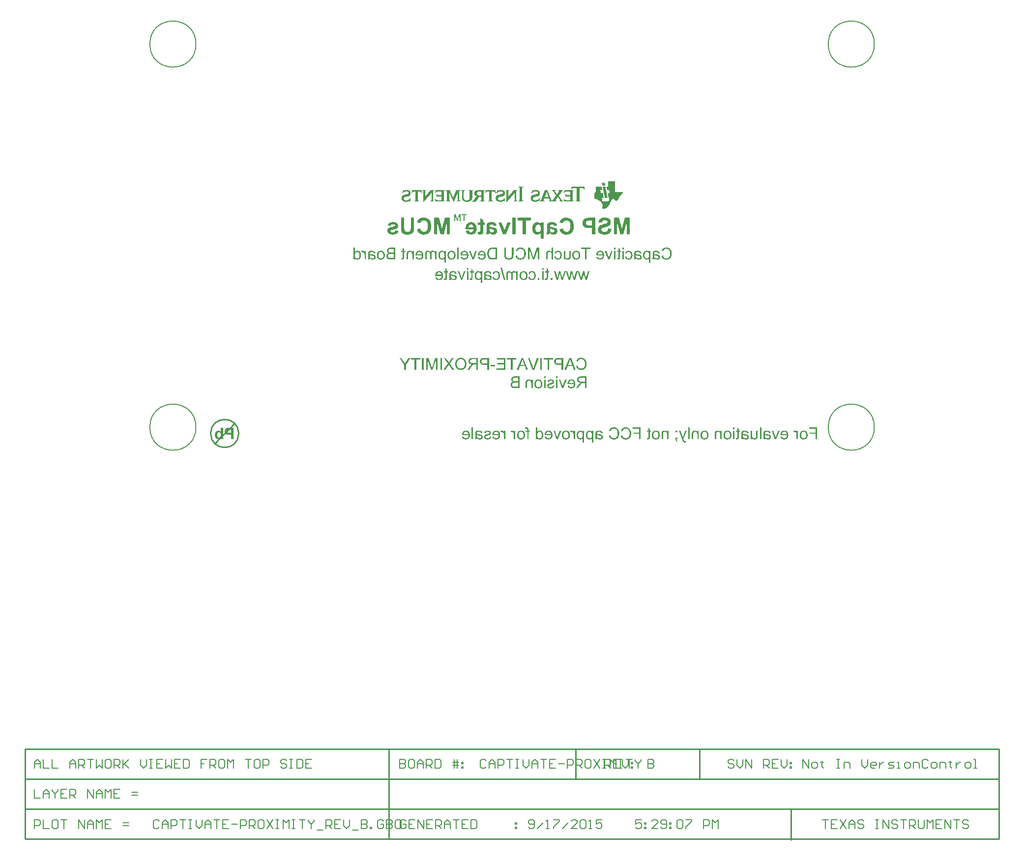
<source format=gbo>
%FSAX25Y25*%
%MOIN*%
G70*
G01*
G75*
G04 Layer_Color=9218505*
%ADD10R,0.03150X0.03150*%
%ADD11C,0.03937*%
%ADD12R,0.03740X0.03937*%
%ADD13C,0.02400*%
%ADD14C,0.01200*%
%ADD15C,0.01600*%
%ADD16C,0.01000*%
%ADD17C,0.00800*%
%ADD18C,0.06496*%
%ADD19C,0.18110*%
%ADD20R,0.06496X0.06496*%
%ADD21C,0.05000*%
%ADD22C,0.00600*%
%ADD23C,0.00787*%
%ADD24C,0.00700*%
%ADD25R,0.06299X0.01969*%
%ADD26R,0.03750X0.03750*%
%ADD27C,0.07874*%
%ADD28R,0.04340X0.04537*%
%ADD29C,0.07096*%
%ADD30C,0.18710*%
%ADD31R,0.07096X0.07096*%
G36*
X0359643Y0317135D02*
X0359851Y0317112D01*
X0360048Y0317077D01*
X0360233Y0317019D01*
X0360407Y0316961D01*
X0360569Y0316892D01*
X0360719Y0316823D01*
X0360846Y0316741D01*
X0360974Y0316672D01*
X0361078Y0316591D01*
X0361170Y0316522D01*
X0361240Y0316464D01*
X0361297Y0316406D01*
X0361344Y0316371D01*
X0361367Y0316348D01*
X0361379Y0316336D01*
X0361506Y0316175D01*
X0361621Y0316001D01*
X0361726Y0315827D01*
X0361818Y0315642D01*
X0361888Y0315446D01*
X0361945Y0315261D01*
X0362038Y0314890D01*
X0362073Y0314728D01*
X0362096Y0314566D01*
X0362107Y0314427D01*
X0362119Y0314300D01*
X0362131Y0314196D01*
Y0314127D01*
Y0314069D01*
Y0314057D01*
X0362119Y0313803D01*
X0362096Y0313560D01*
X0362061Y0313328D01*
X0362015Y0313120D01*
X0361957Y0312923D01*
X0361899Y0312738D01*
X0361830Y0312576D01*
X0361760Y0312426D01*
X0361691Y0312299D01*
X0361621Y0312183D01*
X0361564Y0312090D01*
X0361506Y0312009D01*
X0361459Y0311940D01*
X0361425Y0311894D01*
X0361402Y0311871D01*
X0361390Y0311859D01*
X0361240Y0311720D01*
X0361089Y0311604D01*
X0360927Y0311500D01*
X0360754Y0311408D01*
X0360592Y0311338D01*
X0360418Y0311269D01*
X0360094Y0311176D01*
X0359944Y0311153D01*
X0359805Y0311130D01*
X0359678Y0311107D01*
X0359574Y0311095D01*
X0359493Y0311084D01*
X0359365D01*
X0359007Y0311107D01*
X0358683Y0311165D01*
X0358394Y0311234D01*
X0358278Y0311280D01*
X0358162Y0311327D01*
X0358058Y0311373D01*
X0357965Y0311419D01*
X0357896Y0311454D01*
X0357826Y0311489D01*
X0357780Y0311523D01*
X0357746Y0311546D01*
X0357722Y0311570D01*
X0357711D01*
X0357479Y0311778D01*
X0357294Y0311998D01*
X0357132Y0312229D01*
X0357017Y0312449D01*
X0356924Y0312646D01*
X0356889Y0312738D01*
X0356855Y0312808D01*
X0356832Y0312877D01*
X0356820Y0312923D01*
X0356808Y0312947D01*
Y0312958D01*
X0357826Y0313085D01*
X0357919Y0312865D01*
X0358023Y0312680D01*
X0358127Y0312518D01*
X0358220Y0312391D01*
X0358301Y0312299D01*
X0358370Y0312229D01*
X0358428Y0312183D01*
X0358440Y0312171D01*
X0358590Y0312079D01*
X0358741Y0312009D01*
X0358903Y0311963D01*
X0359041Y0311928D01*
X0359169Y0311905D01*
X0359273Y0311894D01*
X0359365D01*
X0359504Y0311905D01*
X0359631Y0311917D01*
X0359863Y0311975D01*
X0360071Y0312056D01*
X0360256Y0312148D01*
X0360395Y0312229D01*
X0360499Y0312310D01*
X0360569Y0312368D01*
X0360580Y0312391D01*
X0360592D01*
X0360754Y0312599D01*
X0360881Y0312831D01*
X0360974Y0313085D01*
X0361043Y0313317D01*
X0361078Y0313525D01*
X0361101Y0313618D01*
X0361112Y0313699D01*
Y0313768D01*
X0361124Y0313814D01*
Y0313849D01*
Y0313861D01*
X0356785D01*
X0356774Y0313976D01*
Y0314057D01*
Y0314104D01*
Y0314115D01*
X0356785Y0314381D01*
X0356808Y0314624D01*
X0356843Y0314856D01*
X0356889Y0315075D01*
X0356947Y0315272D01*
X0357005Y0315457D01*
X0357074Y0315619D01*
X0357144Y0315770D01*
X0357213Y0315908D01*
X0357283Y0316024D01*
X0357341Y0316117D01*
X0357398Y0316198D01*
X0357445Y0316267D01*
X0357479Y0316313D01*
X0357503Y0316336D01*
X0357514Y0316348D01*
X0357653Y0316487D01*
X0357803Y0316614D01*
X0357965Y0316718D01*
X0358127Y0316811D01*
X0358289Y0316892D01*
X0358440Y0316950D01*
X0358602Y0317008D01*
X0358741Y0317042D01*
X0358891Y0317077D01*
X0359018Y0317100D01*
X0359134Y0317123D01*
X0359226Y0317135D01*
X0359308Y0317146D01*
X0359423D01*
X0359643Y0317135D01*
D02*
G37*
G36*
X0356870Y0458578D02*
X0357129Y0458562D01*
X0357356Y0458513D01*
X0357582Y0458481D01*
X0357777Y0458432D01*
X0357955Y0458368D01*
X0358117Y0458319D01*
X0358247Y0458270D01*
X0358376Y0458206D01*
X0358473Y0458157D01*
X0358571Y0458125D01*
X0358635Y0458076D01*
X0358684Y0458060D01*
X0358700Y0458027D01*
X0358716D01*
X0358992Y0457784D01*
X0359219Y0457509D01*
X0359413Y0457217D01*
X0359575Y0456942D01*
X0359688Y0456683D01*
X0359737Y0456569D01*
X0359769Y0456472D01*
X0359802Y0456391D01*
X0359818Y0456326D01*
X0359834Y0456294D01*
Y0456278D01*
X0357906Y0455921D01*
X0357825Y0456116D01*
X0357744Y0456278D01*
X0357663Y0456424D01*
X0357566Y0456537D01*
X0357501Y0456618D01*
X0357437Y0456667D01*
X0357404Y0456699D01*
X0357388Y0456715D01*
X0357258Y0456796D01*
X0357113Y0456861D01*
X0356951Y0456893D01*
X0356805Y0456926D01*
X0356675Y0456942D01*
X0356578Y0456958D01*
X0356481D01*
X0356189Y0456942D01*
X0355946Y0456910D01*
X0355752Y0456877D01*
X0355590Y0456829D01*
X0355476Y0456764D01*
X0355395Y0456731D01*
X0355347Y0456699D01*
X0355331Y0456683D01*
X0355217Y0456569D01*
X0355136Y0456440D01*
X0355088Y0456294D01*
X0355039Y0456148D01*
X0355023Y0456002D01*
X0355007Y0455889D01*
Y0455824D01*
Y0455792D01*
Y0455581D01*
X0355120Y0455533D01*
X0355266Y0455484D01*
X0355574Y0455387D01*
X0355930Y0455306D01*
X0356270Y0455225D01*
X0356594Y0455144D01*
X0356740Y0455111D01*
X0356870Y0455095D01*
X0356967Y0455079D01*
X0357048Y0455063D01*
X0357096Y0455047D01*
X0357113D01*
X0357501Y0454966D01*
X0357858Y0454885D01*
X0358149Y0454804D01*
X0358392Y0454723D01*
X0358587Y0454642D01*
X0358716Y0454593D01*
X0358797Y0454561D01*
X0358830Y0454544D01*
X0359040Y0454431D01*
X0359219Y0454301D01*
X0359381Y0454156D01*
X0359494Y0454026D01*
X0359607Y0453913D01*
X0359672Y0453815D01*
X0359721Y0453751D01*
X0359737Y0453718D01*
X0359850Y0453508D01*
X0359931Y0453297D01*
X0359980Y0453103D01*
X0360012Y0452908D01*
X0360045Y0452746D01*
X0360061Y0452617D01*
Y0452536D01*
Y0452503D01*
X0360045Y0452309D01*
X0360029Y0452131D01*
X0359948Y0451790D01*
X0359834Y0451499D01*
X0359705Y0451256D01*
X0359575Y0451061D01*
X0359462Y0450916D01*
X0359381Y0450818D01*
X0359348Y0450802D01*
Y0450786D01*
X0359057Y0450559D01*
X0358733Y0450397D01*
X0358409Y0450284D01*
X0358085Y0450203D01*
X0357809Y0450154D01*
X0357680Y0450138D01*
X0357582D01*
X0357485Y0450122D01*
X0357372D01*
X0357113Y0450138D01*
X0356853Y0450170D01*
X0356627Y0450203D01*
X0356432Y0450251D01*
X0356270Y0450300D01*
X0356141Y0450349D01*
X0356060Y0450365D01*
X0356027Y0450381D01*
X0355800Y0450494D01*
X0355574Y0450608D01*
X0355379Y0450754D01*
X0355201Y0450883D01*
X0355055Y0450997D01*
X0354942Y0451094D01*
X0354877Y0451159D01*
X0354845Y0451175D01*
X0354828Y0451110D01*
X0354796Y0451029D01*
X0354780Y0450964D01*
X0354764Y0450948D01*
Y0450932D01*
X0354715Y0450786D01*
X0354683Y0450656D01*
X0354650Y0450543D01*
X0354618Y0450462D01*
X0354585Y0450397D01*
X0354569Y0450332D01*
X0354553Y0450316D01*
Y0450300D01*
X0352431D01*
X0352528Y0450511D01*
X0352609Y0450705D01*
X0352674Y0450883D01*
X0352739Y0451045D01*
X0352771Y0451175D01*
X0352803Y0451288D01*
X0352820Y0451353D01*
Y0451369D01*
X0352852Y0451580D01*
X0352868Y0451839D01*
X0352901Y0452098D01*
Y0452357D01*
X0352917Y0452584D01*
Y0452779D01*
Y0452860D01*
Y0452908D01*
Y0452941D01*
Y0452957D01*
X0352884Y0455468D01*
Y0455727D01*
X0352901Y0455954D01*
X0352917Y0456164D01*
X0352933Y0456359D01*
X0352949Y0456537D01*
X0352982Y0456699D01*
X0352998Y0456845D01*
X0353030Y0456958D01*
X0353063Y0457072D01*
X0353079Y0457153D01*
X0353127Y0457298D01*
X0353160Y0457363D01*
X0353176Y0457396D01*
X0353306Y0457574D01*
X0353451Y0457752D01*
X0353613Y0457898D01*
X0353792Y0458027D01*
X0353937Y0458125D01*
X0354067Y0458189D01*
X0354148Y0458238D01*
X0354164Y0458254D01*
X0354180D01*
X0354326Y0458319D01*
X0354472Y0458368D01*
X0354812Y0458465D01*
X0355169Y0458530D01*
X0355509Y0458562D01*
X0355833Y0458594D01*
X0355962D01*
X0356076Y0458611D01*
X0356610D01*
X0356870Y0458578D01*
D02*
G37*
G36*
X0450052Y0450300D02*
X0447962D01*
Y0459113D01*
X0445759Y0450300D01*
X0443572D01*
X0441369Y0459113D01*
X0441353Y0450300D01*
X0439263D01*
Y0461510D01*
X0442665D01*
X0444657Y0453848D01*
X0446666Y0461510D01*
X0450052D01*
Y0450300D01*
D02*
G37*
G36*
X0365990D02*
X0364046D01*
X0360822Y0458432D01*
X0363026D01*
X0364581Y0454269D01*
X0364678Y0454026D01*
X0364743Y0453799D01*
X0364775Y0453718D01*
X0364791Y0453653D01*
X0364808Y0453605D01*
Y0453589D01*
X0364824Y0453508D01*
X0364856Y0453410D01*
X0364937Y0453167D01*
X0364970Y0453070D01*
X0365002Y0452973D01*
X0365018Y0452908D01*
X0365034Y0452892D01*
X0365472Y0454269D01*
X0367011Y0458432D01*
X0369263D01*
X0365990Y0450300D01*
D02*
G37*
G36*
X0328131D02*
X0326041D01*
Y0459113D01*
X0323838Y0450300D01*
X0321651D01*
X0319448Y0459113D01*
X0319431Y0450300D01*
X0317342D01*
Y0461510D01*
X0320744D01*
X0322736Y0453848D01*
X0324745Y0461510D01*
X0328131D01*
Y0450300D01*
D02*
G37*
G36*
X0307835Y0365458D02*
X0305197D01*
Y0358400D01*
X0304132D01*
Y0365458D01*
X0301494D01*
Y0366406D01*
X0307835D01*
Y0365458D01*
D02*
G37*
G36*
X0310172Y0358400D02*
X0309107D01*
Y0366406D01*
X0310172D01*
Y0358400D01*
D02*
G37*
G36*
X0335753Y0366534D02*
X0336042Y0366499D01*
X0336320Y0366441D01*
X0336586Y0366372D01*
X0336829Y0366279D01*
X0337060Y0366187D01*
X0337269Y0366083D01*
X0337454Y0365978D01*
X0337627Y0365874D01*
X0337778Y0365770D01*
X0337905Y0365677D01*
X0338009Y0365585D01*
X0338090Y0365515D01*
X0338160Y0365458D01*
X0338194Y0365423D01*
X0338206Y0365411D01*
X0338391Y0365192D01*
X0338553Y0364960D01*
X0338703Y0364706D01*
X0338819Y0364451D01*
X0338923Y0364185D01*
X0339016Y0363931D01*
X0339085Y0363676D01*
X0339131Y0363433D01*
X0339178Y0363201D01*
X0339212Y0362982D01*
X0339236Y0362785D01*
X0339259Y0362623D01*
Y0362484D01*
X0339270Y0362380D01*
Y0362311D01*
Y0362299D01*
Y0362287D01*
X0339247Y0361894D01*
X0339201Y0361536D01*
X0339131Y0361188D01*
X0339085Y0361038D01*
X0339039Y0360888D01*
X0339004Y0360760D01*
X0338958Y0360645D01*
X0338923Y0360541D01*
X0338889Y0360448D01*
X0338865Y0360379D01*
X0338842Y0360332D01*
X0338819Y0360297D01*
Y0360286D01*
X0338622Y0359950D01*
X0338414Y0359661D01*
X0338183Y0359407D01*
X0337963Y0359198D01*
X0337766Y0359025D01*
X0337685Y0358955D01*
X0337616Y0358909D01*
X0337546Y0358863D01*
X0337500Y0358828D01*
X0337477Y0358817D01*
X0337465Y0358805D01*
X0337292Y0358712D01*
X0337118Y0358631D01*
X0336771Y0358493D01*
X0336436Y0358400D01*
X0336123Y0358331D01*
X0335973Y0358307D01*
X0335846Y0358296D01*
X0335730Y0358273D01*
X0335626D01*
X0335556Y0358261D01*
X0335441D01*
X0335059Y0358284D01*
X0334700Y0358342D01*
X0334365Y0358412D01*
X0334214Y0358458D01*
X0334075Y0358504D01*
X0333948Y0358550D01*
X0333832Y0358597D01*
X0333740Y0358631D01*
X0333659Y0358666D01*
X0333590Y0358701D01*
X0333532Y0358724D01*
X0333508Y0358747D01*
X0333497D01*
X0333173Y0358955D01*
X0332895Y0359187D01*
X0332664Y0359430D01*
X0332467Y0359661D01*
X0332305Y0359881D01*
X0332247Y0359962D01*
X0332201Y0360043D01*
X0332155Y0360112D01*
X0332132Y0360159D01*
X0332108Y0360193D01*
Y0360205D01*
X0332016Y0360390D01*
X0331946Y0360575D01*
X0331819Y0360945D01*
X0331727Y0361316D01*
X0331669Y0361651D01*
X0331657Y0361802D01*
X0331634Y0361940D01*
X0331623Y0362068D01*
Y0362172D01*
X0331611Y0362264D01*
Y0362322D01*
Y0362368D01*
Y0362380D01*
X0331634Y0362820D01*
X0331680Y0363225D01*
X0331715Y0363410D01*
X0331761Y0363595D01*
X0331808Y0363757D01*
X0331842Y0363907D01*
X0331889Y0364046D01*
X0331935Y0364173D01*
X0331970Y0364278D01*
X0332016Y0364370D01*
X0332039Y0364440D01*
X0332062Y0364486D01*
X0332085Y0364521D01*
Y0364532D01*
X0332271Y0364868D01*
X0332490Y0365168D01*
X0332722Y0365423D01*
X0332930Y0365631D01*
X0333127Y0365793D01*
X0333219Y0365863D01*
X0333289Y0365920D01*
X0333358Y0365955D01*
X0333404Y0365990D01*
X0333428Y0366002D01*
X0333439Y0366013D01*
X0333613Y0366106D01*
X0333786Y0366187D01*
X0334122Y0366325D01*
X0334469Y0366418D01*
X0334770Y0366476D01*
X0334908Y0366499D01*
X0335047Y0366522D01*
X0335151Y0366534D01*
X0335256D01*
X0335336Y0366545D01*
X0335441D01*
X0335753Y0366534D01*
D02*
G37*
G36*
X0397807Y0458578D02*
X0398066Y0458562D01*
X0398293Y0458513D01*
X0398520Y0458481D01*
X0398714Y0458432D01*
X0398892Y0458368D01*
X0399054Y0458319D01*
X0399184Y0458270D01*
X0399314Y0458206D01*
X0399411Y0458157D01*
X0399508Y0458125D01*
X0399573Y0458076D01*
X0399621Y0458060D01*
X0399638Y0458027D01*
X0399654D01*
X0399929Y0457784D01*
X0400156Y0457509D01*
X0400350Y0457217D01*
X0400512Y0456942D01*
X0400626Y0456683D01*
X0400674Y0456569D01*
X0400707Y0456472D01*
X0400739Y0456391D01*
X0400755Y0456326D01*
X0400772Y0456294D01*
Y0456278D01*
X0398844Y0455921D01*
X0398763Y0456116D01*
X0398682Y0456278D01*
X0398601Y0456424D01*
X0398504Y0456537D01*
X0398439Y0456618D01*
X0398374Y0456667D01*
X0398342Y0456699D01*
X0398325Y0456715D01*
X0398196Y0456796D01*
X0398050Y0456861D01*
X0397888Y0456893D01*
X0397742Y0456926D01*
X0397613Y0456942D01*
X0397515Y0456958D01*
X0397418D01*
X0397127Y0456942D01*
X0396884Y0456910D01*
X0396689Y0456877D01*
X0396527Y0456829D01*
X0396414Y0456764D01*
X0396333Y0456731D01*
X0396284Y0456699D01*
X0396268Y0456683D01*
X0396155Y0456569D01*
X0396074Y0456440D01*
X0396025Y0456294D01*
X0395976Y0456148D01*
X0395960Y0456002D01*
X0395944Y0455889D01*
Y0455824D01*
Y0455792D01*
Y0455581D01*
X0396057Y0455533D01*
X0396203Y0455484D01*
X0396511Y0455387D01*
X0396867Y0455306D01*
X0397208Y0455225D01*
X0397532Y0455144D01*
X0397677Y0455111D01*
X0397807Y0455095D01*
X0397904Y0455079D01*
X0397985Y0455063D01*
X0398034Y0455047D01*
X0398050D01*
X0398439Y0454966D01*
X0398795Y0454885D01*
X0399087Y0454804D01*
X0399330Y0454723D01*
X0399524Y0454642D01*
X0399654Y0454593D01*
X0399735Y0454561D01*
X0399767Y0454544D01*
X0399978Y0454431D01*
X0400156Y0454301D01*
X0400318Y0454156D01*
X0400431Y0454026D01*
X0400545Y0453913D01*
X0400610Y0453815D01*
X0400658Y0453751D01*
X0400674Y0453718D01*
X0400788Y0453508D01*
X0400869Y0453297D01*
X0400917Y0453103D01*
X0400950Y0452908D01*
X0400982Y0452746D01*
X0400998Y0452617D01*
Y0452536D01*
Y0452503D01*
X0400982Y0452309D01*
X0400966Y0452131D01*
X0400885Y0451790D01*
X0400772Y0451499D01*
X0400642Y0451256D01*
X0400512Y0451061D01*
X0400399Y0450916D01*
X0400318Y0450818D01*
X0400286Y0450802D01*
Y0450786D01*
X0399994Y0450559D01*
X0399670Y0450397D01*
X0399346Y0450284D01*
X0399022Y0450203D01*
X0398747Y0450154D01*
X0398617Y0450138D01*
X0398520D01*
X0398423Y0450122D01*
X0398309D01*
X0398050Y0450138D01*
X0397791Y0450170D01*
X0397564Y0450203D01*
X0397370Y0450251D01*
X0397208Y0450300D01*
X0397078Y0450349D01*
X0396997Y0450365D01*
X0396965Y0450381D01*
X0396738Y0450494D01*
X0396511Y0450608D01*
X0396317Y0450754D01*
X0396138Y0450883D01*
X0395993Y0450997D01*
X0395879Y0451094D01*
X0395814Y0451159D01*
X0395782Y0451175D01*
X0395766Y0451110D01*
X0395733Y0451029D01*
X0395717Y0450964D01*
X0395701Y0450948D01*
Y0450932D01*
X0395652Y0450786D01*
X0395620Y0450656D01*
X0395588Y0450543D01*
X0395555Y0450462D01*
X0395523Y0450397D01*
X0395507Y0450332D01*
X0395490Y0450316D01*
Y0450300D01*
X0393368D01*
X0393465Y0450511D01*
X0393546Y0450705D01*
X0393611Y0450883D01*
X0393676Y0451045D01*
X0393708Y0451175D01*
X0393741Y0451288D01*
X0393757Y0451353D01*
Y0451369D01*
X0393789Y0451580D01*
X0393806Y0451839D01*
X0393838Y0452098D01*
Y0452357D01*
X0393854Y0452584D01*
Y0452779D01*
Y0452860D01*
Y0452908D01*
Y0452941D01*
Y0452957D01*
X0393822Y0455468D01*
Y0455727D01*
X0393838Y0455954D01*
X0393854Y0456164D01*
X0393870Y0456359D01*
X0393887Y0456537D01*
X0393919Y0456699D01*
X0393935Y0456845D01*
X0393968Y0456958D01*
X0394000Y0457072D01*
X0394016Y0457153D01*
X0394065Y0457298D01*
X0394097Y0457363D01*
X0394113Y0457396D01*
X0394243Y0457574D01*
X0394389Y0457752D01*
X0394551Y0457898D01*
X0394729Y0458027D01*
X0394875Y0458125D01*
X0395004Y0458189D01*
X0395085Y0458238D01*
X0395102Y0458254D01*
X0395118D01*
X0395264Y0458319D01*
X0395409Y0458368D01*
X0395750Y0458465D01*
X0396106Y0458530D01*
X0396446Y0458562D01*
X0396770Y0458594D01*
X0396900D01*
X0397013Y0458611D01*
X0397548D01*
X0397807Y0458578D01*
D02*
G37*
G36*
X0339106Y0317135D02*
X0339315Y0317112D01*
X0339511Y0317077D01*
X0339696Y0317019D01*
X0339870Y0316961D01*
X0340032Y0316892D01*
X0340182Y0316823D01*
X0340310Y0316741D01*
X0340437Y0316672D01*
X0340541Y0316591D01*
X0340634Y0316522D01*
X0340703Y0316464D01*
X0340761Y0316406D01*
X0340807Y0316371D01*
X0340830Y0316348D01*
X0340842Y0316336D01*
X0340969Y0316175D01*
X0341085Y0316001D01*
X0341189Y0315827D01*
X0341281Y0315642D01*
X0341351Y0315446D01*
X0341409Y0315261D01*
X0341501Y0314890D01*
X0341536Y0314728D01*
X0341559Y0314566D01*
X0341571Y0314427D01*
X0341582Y0314300D01*
X0341594Y0314196D01*
Y0314127D01*
Y0314069D01*
Y0314057D01*
X0341582Y0313803D01*
X0341559Y0313560D01*
X0341524Y0313328D01*
X0341478Y0313120D01*
X0341420Y0312923D01*
X0341362Y0312738D01*
X0341293Y0312576D01*
X0341224Y0312426D01*
X0341154Y0312299D01*
X0341085Y0312183D01*
X0341027Y0312090D01*
X0340969Y0312009D01*
X0340923Y0311940D01*
X0340888Y0311894D01*
X0340865Y0311871D01*
X0340853Y0311859D01*
X0340703Y0311720D01*
X0340552Y0311604D01*
X0340390Y0311500D01*
X0340217Y0311408D01*
X0340055Y0311338D01*
X0339881Y0311269D01*
X0339558Y0311176D01*
X0339407Y0311153D01*
X0339268Y0311130D01*
X0339141Y0311107D01*
X0339037Y0311095D01*
X0338956Y0311084D01*
X0338829D01*
X0338470Y0311107D01*
X0338146Y0311165D01*
X0337857Y0311234D01*
X0337741Y0311280D01*
X0337625Y0311327D01*
X0337521Y0311373D01*
X0337429Y0311419D01*
X0337359Y0311454D01*
X0337290Y0311489D01*
X0337244Y0311523D01*
X0337209Y0311546D01*
X0337186Y0311570D01*
X0337174D01*
X0336943Y0311778D01*
X0336758Y0311998D01*
X0336596Y0312229D01*
X0336480Y0312449D01*
X0336387Y0312646D01*
X0336353Y0312738D01*
X0336318Y0312808D01*
X0336295Y0312877D01*
X0336283Y0312923D01*
X0336272Y0312947D01*
Y0312958D01*
X0337290Y0313085D01*
X0337382Y0312865D01*
X0337487Y0312680D01*
X0337591Y0312518D01*
X0337683Y0312391D01*
X0337764Y0312299D01*
X0337834Y0312229D01*
X0337891Y0312183D01*
X0337903Y0312171D01*
X0338053Y0312079D01*
X0338204Y0312009D01*
X0338366Y0311963D01*
X0338505Y0311928D01*
X0338632Y0311905D01*
X0338736Y0311894D01*
X0338829D01*
X0338967Y0311905D01*
X0339095Y0311917D01*
X0339326Y0311975D01*
X0339534Y0312056D01*
X0339720Y0312148D01*
X0339858Y0312229D01*
X0339962Y0312310D01*
X0340032Y0312368D01*
X0340043Y0312391D01*
X0340055D01*
X0340217Y0312599D01*
X0340344Y0312831D01*
X0340437Y0313085D01*
X0340506Y0313317D01*
X0340541Y0313525D01*
X0340564Y0313618D01*
X0340576Y0313699D01*
Y0313768D01*
X0340587Y0313814D01*
Y0313849D01*
Y0313861D01*
X0336248D01*
X0336237Y0313976D01*
Y0314057D01*
Y0314104D01*
Y0314115D01*
X0336248Y0314381D01*
X0336272Y0314624D01*
X0336306Y0314856D01*
X0336353Y0315075D01*
X0336410Y0315272D01*
X0336468Y0315457D01*
X0336538Y0315619D01*
X0336607Y0315770D01*
X0336677Y0315908D01*
X0336746Y0316024D01*
X0336804Y0316117D01*
X0336862Y0316198D01*
X0336908Y0316267D01*
X0336943Y0316313D01*
X0336966Y0316336D01*
X0336977Y0316348D01*
X0337116Y0316487D01*
X0337267Y0316614D01*
X0337429Y0316718D01*
X0337591Y0316811D01*
X0337753Y0316892D01*
X0337903Y0316950D01*
X0338065Y0317008D01*
X0338204Y0317042D01*
X0338354Y0317077D01*
X0338481Y0317100D01*
X0338597Y0317123D01*
X0338690Y0317135D01*
X0338771Y0317146D01*
X0338886D01*
X0339106Y0317135D01*
D02*
G37*
G36*
X0407300Y0461705D02*
X0407721Y0461656D01*
X0408094Y0461575D01*
X0408467Y0461478D01*
X0408791Y0461365D01*
X0409115Y0461235D01*
X0409390Y0461089D01*
X0409649Y0460943D01*
X0409892Y0460798D01*
X0410087Y0460652D01*
X0410265Y0460522D01*
X0410411Y0460409D01*
X0410524Y0460312D01*
X0410605Y0460231D01*
X0410654Y0460182D01*
X0410670Y0460166D01*
X0410929Y0459858D01*
X0411140Y0459534D01*
X0411334Y0459194D01*
X0411496Y0458837D01*
X0411642Y0458465D01*
X0411755Y0458108D01*
X0411852Y0457752D01*
X0411933Y0457412D01*
X0411998Y0457072D01*
X0412031Y0456780D01*
X0412063Y0456505D01*
X0412095Y0456278D01*
Y0456083D01*
X0412112Y0455938D01*
Y0455840D01*
Y0455824D01*
Y0455808D01*
X0412095Y0455322D01*
X0412047Y0454868D01*
X0411982Y0454431D01*
X0411885Y0454042D01*
X0411788Y0453670D01*
X0411658Y0453313D01*
X0411528Y0453005D01*
X0411399Y0452730D01*
X0411269Y0452471D01*
X0411140Y0452244D01*
X0411010Y0452066D01*
X0410913Y0451904D01*
X0410816Y0451790D01*
X0410751Y0451693D01*
X0410702Y0451645D01*
X0410686Y0451628D01*
X0410411Y0451353D01*
X0410119Y0451126D01*
X0409811Y0450916D01*
X0409503Y0450754D01*
X0409196Y0450608D01*
X0408888Y0450478D01*
X0408596Y0450381D01*
X0408321Y0450300D01*
X0408045Y0450235D01*
X0407802Y0450187D01*
X0407576Y0450154D01*
X0407397Y0450138D01*
X0407235Y0450122D01*
X0407122Y0450106D01*
X0407025D01*
X0406685Y0450122D01*
X0406377Y0450138D01*
X0406069Y0450187D01*
X0405794Y0450251D01*
X0405534Y0450316D01*
X0405291Y0450381D01*
X0405065Y0450462D01*
X0404854Y0450559D01*
X0404676Y0450640D01*
X0404514Y0450721D01*
X0404368Y0450786D01*
X0404255Y0450851D01*
X0404157Y0450916D01*
X0404093Y0450964D01*
X0404060Y0450980D01*
X0404044Y0450997D01*
X0403833Y0451175D01*
X0403639Y0451369D01*
X0403283Y0451807D01*
X0402991Y0452260D01*
X0402764Y0452698D01*
X0402667Y0452908D01*
X0402586Y0453103D01*
X0402521Y0453281D01*
X0402456Y0453427D01*
X0402408Y0453556D01*
X0402375Y0453653D01*
X0402359Y0453718D01*
Y0453734D01*
X0404562Y0454415D01*
X0404692Y0453977D01*
X0404838Y0453605D01*
X0404984Y0453297D01*
X0405146Y0453038D01*
X0405275Y0452843D01*
X0405389Y0452714D01*
X0405470Y0452633D01*
X0405502Y0452600D01*
X0405761Y0452406D01*
X0406020Y0452276D01*
X0406280Y0452179D01*
X0406506Y0452098D01*
X0406717Y0452066D01*
X0406895Y0452050D01*
X0406960Y0452033D01*
X0407041D01*
X0407268Y0452050D01*
X0407478Y0452066D01*
X0407867Y0452179D01*
X0408207Y0452309D01*
X0408483Y0452487D01*
X0408710Y0452649D01*
X0408872Y0452779D01*
X0408936Y0452843D01*
X0408985Y0452892D01*
X0409001Y0452908D01*
X0409017Y0452924D01*
X0409147Y0453103D01*
X0409260Y0453313D01*
X0409374Y0453540D01*
X0409455Y0453783D01*
X0409584Y0454285D01*
X0409682Y0454787D01*
X0409714Y0455030D01*
X0409730Y0455241D01*
X0409763Y0455452D01*
Y0455630D01*
X0409779Y0455759D01*
Y0455873D01*
Y0455954D01*
Y0455970D01*
X0409763Y0456343D01*
X0409746Y0456683D01*
X0409714Y0456991D01*
X0409665Y0457282D01*
X0409601Y0457541D01*
X0409536Y0457784D01*
X0409471Y0457995D01*
X0409390Y0458189D01*
X0409325Y0458351D01*
X0409260Y0458497D01*
X0409196Y0458611D01*
X0409131Y0458708D01*
X0409082Y0458789D01*
X0409050Y0458837D01*
X0409017Y0458870D01*
Y0458886D01*
X0408872Y0459048D01*
X0408710Y0459194D01*
X0408548Y0459307D01*
X0408369Y0459404D01*
X0408029Y0459566D01*
X0407705Y0459680D01*
X0407430Y0459745D01*
X0407300Y0459761D01*
X0407203Y0459777D01*
X0407106Y0459793D01*
X0406992D01*
X0406668Y0459777D01*
X0406377Y0459712D01*
X0406118Y0459631D01*
X0405891Y0459534D01*
X0405713Y0459437D01*
X0405583Y0459356D01*
X0405502Y0459291D01*
X0405470Y0459275D01*
X0405259Y0459080D01*
X0405065Y0458854D01*
X0404919Y0458627D01*
X0404805Y0458400D01*
X0404724Y0458206D01*
X0404676Y0458060D01*
X0404643Y0457995D01*
Y0457946D01*
X0404627Y0457930D01*
Y0457914D01*
X0402392Y0458449D01*
X0402554Y0458918D01*
X0402732Y0459323D01*
X0402926Y0459680D01*
X0403104Y0459971D01*
X0403283Y0460198D01*
X0403347Y0460295D01*
X0403412Y0460376D01*
X0403461Y0460425D01*
X0403509Y0460474D01*
X0403526Y0460506D01*
X0403542D01*
X0403785Y0460717D01*
X0404060Y0460911D01*
X0404319Y0461073D01*
X0404595Y0461203D01*
X0404886Y0461332D01*
X0405162Y0461429D01*
X0405437Y0461510D01*
X0405696Y0461575D01*
X0405939Y0461624D01*
X0406166Y0461656D01*
X0406361Y0461689D01*
X0406539Y0461705D01*
X0406685Y0461721D01*
X0406879D01*
X0407300Y0461705D01*
D02*
G37*
G36*
X0382903Y0459615D02*
X0379582D01*
Y0450300D01*
X0377314D01*
Y0459615D01*
X0374009D01*
Y0461510D01*
X0382903D01*
Y0459615D01*
D02*
G37*
G36*
X0426513Y0450300D02*
X0424245D01*
Y0454528D01*
X0422237D01*
X0421994Y0454544D01*
X0421767D01*
X0421556Y0454561D01*
X0421362Y0454577D01*
X0421184Y0454593D01*
X0421038Y0454609D01*
X0420892D01*
X0420779Y0454625D01*
X0420665Y0454642D01*
X0420584Y0454658D01*
X0420519D01*
X0420471Y0454674D01*
X0420438D01*
X0420212Y0454739D01*
X0420001Y0454820D01*
X0419807Y0454901D01*
X0419628Y0454998D01*
X0419483Y0455079D01*
X0419369Y0455144D01*
X0419304Y0455192D01*
X0419272Y0455209D01*
X0419061Y0455371D01*
X0418883Y0455549D01*
X0418705Y0455743D01*
X0418575Y0455905D01*
X0418462Y0456067D01*
X0418381Y0456197D01*
X0418332Y0456278D01*
X0418316Y0456310D01*
X0418187Y0456586D01*
X0418089Y0456877D01*
X0418025Y0457185D01*
X0417976Y0457460D01*
X0417944Y0457687D01*
Y0457801D01*
X0417927Y0457882D01*
Y0457963D01*
Y0458011D01*
Y0458044D01*
Y0458060D01*
X0417960Y0458530D01*
X0418025Y0458967D01*
X0418138Y0459323D01*
X0418251Y0459647D01*
X0418316Y0459777D01*
X0418381Y0459890D01*
X0418430Y0459988D01*
X0418494Y0460085D01*
X0418527Y0460150D01*
X0418559Y0460198D01*
X0418592Y0460214D01*
Y0460231D01*
X0418851Y0460522D01*
X0419110Y0460765D01*
X0419385Y0460960D01*
X0419628Y0461105D01*
X0419855Y0461203D01*
X0420033Y0461284D01*
X0420098Y0461300D01*
X0420147Y0461316D01*
X0420179Y0461332D01*
X0420195D01*
X0420325Y0461365D01*
X0420487Y0461397D01*
X0420681Y0461413D01*
X0420876Y0461429D01*
X0421329Y0461462D01*
X0421783Y0461494D01*
X0422204D01*
X0422382Y0461510D01*
X0426513D01*
Y0450300D01*
D02*
G37*
G36*
X0372616D02*
X0370348D01*
Y0461510D01*
X0372616D01*
Y0450300D01*
D02*
G37*
G36*
X0433528Y0461705D02*
X0433949Y0461656D01*
X0434322Y0461591D01*
X0434646Y0461527D01*
X0434792Y0461478D01*
X0434921Y0461446D01*
X0435018Y0461413D01*
X0435116Y0461381D01*
X0435180Y0461348D01*
X0435229Y0461332D01*
X0435261Y0461316D01*
X0435278D01*
X0435602Y0461154D01*
X0435877Y0460976D01*
X0436120Y0460781D01*
X0436314Y0460603D01*
X0436476Y0460441D01*
X0436574Y0460312D01*
X0436655Y0460214D01*
X0436671Y0460198D01*
Y0460182D01*
X0436833Y0459907D01*
X0436946Y0459615D01*
X0437027Y0459340D01*
X0437076Y0459097D01*
X0437108Y0458886D01*
X0437141Y0458724D01*
Y0458659D01*
Y0458611D01*
Y0458594D01*
Y0458578D01*
X0437124Y0458335D01*
X0437092Y0458092D01*
X0437043Y0457882D01*
X0436979Y0457671D01*
X0436817Y0457282D01*
X0436622Y0456942D01*
X0436541Y0456796D01*
X0436444Y0456683D01*
X0436363Y0456569D01*
X0436282Y0456472D01*
X0436217Y0456407D01*
X0436169Y0456359D01*
X0436136Y0456326D01*
X0436120Y0456310D01*
X0435974Y0456197D01*
X0435796Y0456083D01*
X0435618Y0455970D01*
X0435407Y0455873D01*
X0435002Y0455678D01*
X0434581Y0455516D01*
X0434370Y0455452D01*
X0434192Y0455387D01*
X0434014Y0455338D01*
X0433868Y0455290D01*
X0433755Y0455257D01*
X0433658Y0455225D01*
X0433593Y0455209D01*
X0433577D01*
X0433317Y0455144D01*
X0433091Y0455079D01*
X0432880Y0455030D01*
X0432686Y0454982D01*
X0432524Y0454933D01*
X0432378Y0454901D01*
X0432248Y0454852D01*
X0432135Y0454820D01*
X0432038Y0454804D01*
X0431957Y0454771D01*
X0431843Y0454739D01*
X0431778Y0454706D01*
X0431762D01*
X0431552Y0454625D01*
X0431390Y0454544D01*
X0431244Y0454463D01*
X0431130Y0454382D01*
X0431049Y0454318D01*
X0431001Y0454269D01*
X0430968Y0454237D01*
X0430952Y0454220D01*
X0430871Y0454107D01*
X0430806Y0453994D01*
X0430774Y0453880D01*
X0430742Y0453783D01*
X0430725Y0453686D01*
X0430709Y0453605D01*
Y0453556D01*
Y0453540D01*
X0430725Y0453313D01*
X0430790Y0453119D01*
X0430887Y0452924D01*
X0430985Y0452762D01*
X0431098Y0452633D01*
X0431179Y0452536D01*
X0431244Y0452471D01*
X0431276Y0452455D01*
X0431503Y0452309D01*
X0431762Y0452195D01*
X0432038Y0452114D01*
X0432297Y0452066D01*
X0432540Y0452033D01*
X0432734Y0452001D01*
X0432912D01*
X0433285Y0452017D01*
X0433609Y0452082D01*
X0433884Y0452163D01*
X0434127Y0452260D01*
X0434322Y0452357D01*
X0434451Y0452438D01*
X0434532Y0452503D01*
X0434565Y0452519D01*
X0434775Y0452746D01*
X0434937Y0452989D01*
X0435083Y0453265D01*
X0435180Y0453540D01*
X0435261Y0453783D01*
X0435326Y0453977D01*
X0435342Y0454042D01*
Y0454107D01*
X0435359Y0454139D01*
Y0454156D01*
X0437562Y0453945D01*
X0437513Y0453605D01*
X0437448Y0453281D01*
X0437351Y0452973D01*
X0437270Y0452698D01*
X0437157Y0452438D01*
X0437043Y0452195D01*
X0436930Y0451985D01*
X0436817Y0451790D01*
X0436703Y0451628D01*
X0436590Y0451483D01*
X0436493Y0451353D01*
X0436395Y0451240D01*
X0436331Y0451159D01*
X0436266Y0451110D01*
X0436233Y0451078D01*
X0436217Y0451061D01*
X0435990Y0450883D01*
X0435747Y0450737D01*
X0435488Y0450608D01*
X0435213Y0450494D01*
X0434954Y0450413D01*
X0434678Y0450332D01*
X0434144Y0450219D01*
X0433901Y0450170D01*
X0433674Y0450138D01*
X0433479Y0450122D01*
X0433301Y0450106D01*
X0433155Y0450089D01*
X0432945D01*
X0432426Y0450106D01*
X0431957Y0450154D01*
X0431535Y0450219D01*
X0431357Y0450251D01*
X0431179Y0450300D01*
X0431033Y0450332D01*
X0430904Y0450365D01*
X0430790Y0450397D01*
X0430693Y0450430D01*
X0430612Y0450462D01*
X0430563Y0450478D01*
X0430531Y0450494D01*
X0430515D01*
X0430158Y0450673D01*
X0429867Y0450867D01*
X0429591Y0451061D01*
X0429381Y0451272D01*
X0429219Y0451450D01*
X0429089Y0451612D01*
X0429024Y0451709D01*
X0428992Y0451726D01*
Y0451742D01*
X0428814Y0452066D01*
X0428668Y0452374D01*
X0428571Y0452681D01*
X0428506Y0452973D01*
X0428474Y0453200D01*
X0428457Y0453313D01*
X0428441Y0453394D01*
Y0453459D01*
Y0453508D01*
Y0453540D01*
Y0453556D01*
X0428457Y0453945D01*
X0428506Y0454285D01*
X0428587Y0454593D01*
X0428668Y0454852D01*
X0428749Y0455063D01*
X0428830Y0455209D01*
X0428879Y0455306D01*
X0428895Y0455338D01*
X0429073Y0455597D01*
X0429284Y0455824D01*
X0429494Y0456019D01*
X0429689Y0456181D01*
X0429867Y0456310D01*
X0430013Y0456407D01*
X0430110Y0456472D01*
X0430126Y0456488D01*
X0430142D01*
X0430304Y0456569D01*
X0430466Y0456650D01*
X0430855Y0456796D01*
X0431260Y0456926D01*
X0431649Y0457055D01*
X0431827Y0457104D01*
X0432005Y0457153D01*
X0432167Y0457201D01*
X0432297Y0457234D01*
X0432410Y0457266D01*
X0432491Y0457282D01*
X0432556Y0457298D01*
X0432572D01*
X0432864Y0457379D01*
X0433123Y0457444D01*
X0433366Y0457509D01*
X0433593Y0457574D01*
X0433771Y0457639D01*
X0433949Y0457703D01*
X0434095Y0457768D01*
X0434225Y0457817D01*
X0434338Y0457865D01*
X0434419Y0457914D01*
X0434500Y0457946D01*
X0434549Y0457979D01*
X0434630Y0458027D01*
X0434646Y0458044D01*
X0434759Y0458157D01*
X0434840Y0458270D01*
X0434889Y0458384D01*
X0434921Y0458497D01*
X0434954Y0458578D01*
X0434970Y0458659D01*
Y0458708D01*
Y0458724D01*
X0434954Y0458886D01*
X0434921Y0459016D01*
X0434856Y0459145D01*
X0434792Y0459242D01*
X0434727Y0459323D01*
X0434662Y0459372D01*
X0434630Y0459404D01*
X0434613Y0459421D01*
X0434387Y0459566D01*
X0434144Y0459664D01*
X0433884Y0459745D01*
X0433641Y0459793D01*
X0433431Y0459826D01*
X0433253Y0459842D01*
X0433091D01*
X0432750Y0459826D01*
X0432459Y0459777D01*
X0432216Y0459712D01*
X0432021Y0459647D01*
X0431859Y0459583D01*
X0431746Y0459518D01*
X0431681Y0459469D01*
X0431665Y0459453D01*
X0431503Y0459291D01*
X0431357Y0459097D01*
X0431244Y0458902D01*
X0431163Y0458692D01*
X0431098Y0458513D01*
X0431066Y0458368D01*
X0431033Y0458254D01*
Y0458238D01*
Y0458222D01*
X0428765Y0458303D01*
X0428781Y0458594D01*
X0428830Y0458854D01*
X0428895Y0459113D01*
X0428976Y0459340D01*
X0429057Y0459566D01*
X0429154Y0459777D01*
X0429251Y0459955D01*
X0429348Y0460133D01*
X0429462Y0460279D01*
X0429559Y0460409D01*
X0429656Y0460522D01*
X0429737Y0460619D01*
X0429802Y0460684D01*
X0429851Y0460733D01*
X0429883Y0460765D01*
X0429899Y0460781D01*
X0430110Y0460943D01*
X0430337Y0461089D01*
X0430580Y0461219D01*
X0430839Y0461332D01*
X0431098Y0461413D01*
X0431357Y0461494D01*
X0431876Y0461608D01*
X0432119Y0461640D01*
X0432329Y0461672D01*
X0432540Y0461689D01*
X0432718Y0461705D01*
X0432864Y0461721D01*
X0433058D01*
X0433528Y0461705D01*
D02*
G37*
G36*
X0290109Y0458578D02*
X0290385Y0458546D01*
X0290644Y0458497D01*
X0290871Y0458449D01*
X0291081Y0458384D01*
X0291276Y0458319D01*
X0291454Y0458254D01*
X0291600Y0458173D01*
X0291729Y0458108D01*
X0291843Y0458044D01*
X0291924Y0457995D01*
X0292005Y0457946D01*
X0292053Y0457914D01*
X0292070Y0457898D01*
X0292086Y0457882D01*
X0292232Y0457752D01*
X0292361Y0457606D01*
X0292475Y0457460D01*
X0292556Y0457298D01*
X0292718Y0457007D01*
X0292815Y0456731D01*
X0292863Y0456488D01*
X0292880Y0456375D01*
X0292896Y0456294D01*
X0292912Y0456213D01*
Y0456164D01*
Y0456132D01*
Y0456116D01*
X0292896Y0455905D01*
X0292863Y0455711D01*
X0292831Y0455516D01*
X0292766Y0455338D01*
X0292604Y0455030D01*
X0292426Y0454771D01*
X0292264Y0454561D01*
X0292102Y0454415D01*
X0292037Y0454350D01*
X0292005Y0454318D01*
X0291972Y0454301D01*
X0291956Y0454285D01*
X0291810Y0454204D01*
X0291616Y0454107D01*
X0291389Y0454010D01*
X0291146Y0453929D01*
X0290887Y0453832D01*
X0290612Y0453751D01*
X0290045Y0453589D01*
X0289769Y0453508D01*
X0289510Y0453443D01*
X0289283Y0453378D01*
X0289073Y0453329D01*
X0288894Y0453297D01*
X0288765Y0453265D01*
X0288684Y0453232D01*
X0288651D01*
X0288457Y0453184D01*
X0288311Y0453135D01*
X0288182Y0453086D01*
X0288084Y0453054D01*
X0288020Y0453005D01*
X0287971Y0452989D01*
X0287939Y0452957D01*
X0287841Y0452827D01*
X0287793Y0452698D01*
X0287777Y0452600D01*
Y0452568D01*
Y0452552D01*
X0287793Y0452422D01*
X0287825Y0452309D01*
X0287874Y0452212D01*
X0287922Y0452131D01*
X0287971Y0452066D01*
X0288020Y0452017D01*
X0288052Y0451985D01*
X0288068Y0451969D01*
X0288246Y0451871D01*
X0288441Y0451807D01*
X0288651Y0451742D01*
X0288846Y0451709D01*
X0289024Y0451693D01*
X0289186Y0451677D01*
X0289316D01*
X0289591Y0451693D01*
X0289818Y0451726D01*
X0290028Y0451774D01*
X0290190Y0451839D01*
X0290320Y0451888D01*
X0290417Y0451936D01*
X0290482Y0451969D01*
X0290498Y0451985D01*
X0290644Y0452114D01*
X0290757Y0452276D01*
X0290855Y0452422D01*
X0290936Y0452584D01*
X0290984Y0452730D01*
X0291017Y0452843D01*
X0291049Y0452908D01*
Y0452941D01*
X0293204Y0452617D01*
X0293058Y0452212D01*
X0292880Y0451839D01*
X0292685Y0451531D01*
X0292475Y0451272D01*
X0292280Y0451061D01*
X0292102Y0450916D01*
X0292053Y0450851D01*
X0292005Y0450818D01*
X0291972Y0450802D01*
X0291956Y0450786D01*
X0291762Y0450673D01*
X0291567Y0450559D01*
X0291130Y0450397D01*
X0290693Y0450284D01*
X0290271Y0450203D01*
X0290077Y0450170D01*
X0289899Y0450154D01*
X0289737Y0450138D01*
X0289591D01*
X0289478Y0450122D01*
X0289316D01*
X0288992Y0450138D01*
X0288684Y0450154D01*
X0288392Y0450203D01*
X0288117Y0450251D01*
X0287874Y0450300D01*
X0287647Y0450381D01*
X0287436Y0450446D01*
X0287258Y0450527D01*
X0287096Y0450592D01*
X0286950Y0450673D01*
X0286837Y0450737D01*
X0286740Y0450786D01*
X0286659Y0450851D01*
X0286610Y0450883D01*
X0286578Y0450899D01*
X0286562Y0450916D01*
X0286400Y0451078D01*
X0286254Y0451240D01*
X0286124Y0451402D01*
X0286011Y0451564D01*
X0285930Y0451726D01*
X0285849Y0451888D01*
X0285735Y0452179D01*
X0285671Y0452455D01*
X0285654Y0452568D01*
X0285638Y0452649D01*
X0285622Y0452730D01*
Y0452795D01*
Y0452827D01*
Y0452843D01*
X0285654Y0453200D01*
X0285735Y0453524D01*
X0285833Y0453799D01*
X0285962Y0454026D01*
X0286092Y0454204D01*
X0286189Y0454334D01*
X0286270Y0454399D01*
X0286302Y0454431D01*
X0286448Y0454528D01*
X0286594Y0454642D01*
X0286772Y0454723D01*
X0286967Y0454820D01*
X0287355Y0454982D01*
X0287760Y0455128D01*
X0288117Y0455241D01*
X0288279Y0455273D01*
X0288425Y0455322D01*
X0288538Y0455354D01*
X0288619Y0455371D01*
X0288684Y0455387D01*
X0288700D01*
X0289008Y0455468D01*
X0289283Y0455533D01*
X0289526Y0455597D01*
X0289737Y0455662D01*
X0289931Y0455711D01*
X0290093Y0455759D01*
X0290223Y0455808D01*
X0290352Y0455840D01*
X0290450Y0455889D01*
X0290531Y0455921D01*
X0290595Y0455938D01*
X0290628Y0455970D01*
X0290693Y0455986D01*
X0290709Y0456002D01*
X0290774Y0456067D01*
X0290822Y0456132D01*
X0290887Y0456262D01*
X0290919Y0456359D01*
Y0456375D01*
Y0456391D01*
X0290903Y0456488D01*
X0290887Y0456569D01*
X0290790Y0456715D01*
X0290709Y0456796D01*
X0290693Y0456829D01*
X0290676D01*
X0290514Y0456910D01*
X0290336Y0456974D01*
X0290142Y0457007D01*
X0289931Y0457039D01*
X0289753Y0457055D01*
X0289607Y0457072D01*
X0289461D01*
X0289218Y0457055D01*
X0289008Y0457039D01*
X0288830Y0456991D01*
X0288684Y0456942D01*
X0288570Y0456893D01*
X0288489Y0456861D01*
X0288441Y0456829D01*
X0288425Y0456812D01*
X0288295Y0456715D01*
X0288198Y0456602D01*
X0288101Y0456488D01*
X0288036Y0456359D01*
X0287987Y0456262D01*
X0287955Y0456181D01*
X0287922Y0456116D01*
Y0456100D01*
X0285897Y0456472D01*
X0286027Y0456845D01*
X0286205Y0457169D01*
X0286383Y0457444D01*
X0286578Y0457655D01*
X0286740Y0457833D01*
X0286886Y0457963D01*
X0286983Y0458027D01*
X0286999Y0458060D01*
X0287015D01*
X0287177Y0458157D01*
X0287355Y0458238D01*
X0287744Y0458384D01*
X0288149Y0458481D01*
X0288554Y0458546D01*
X0288749Y0458562D01*
X0288927Y0458578D01*
X0289089Y0458594D01*
X0289218Y0458611D01*
X0289818D01*
X0290109Y0458578D01*
D02*
G37*
G36*
X0303766Y0455516D02*
Y0455176D01*
X0303750Y0454852D01*
Y0454544D01*
X0303734Y0454269D01*
X0303717Y0454010D01*
X0303701Y0453783D01*
X0303685Y0453572D01*
X0303653Y0453378D01*
X0303636Y0453216D01*
X0303620Y0453070D01*
X0303604Y0452941D01*
X0303588Y0452843D01*
X0303572Y0452762D01*
Y0452714D01*
X0303555Y0452681D01*
Y0452665D01*
X0303474Y0452422D01*
X0303393Y0452195D01*
X0303280Y0451985D01*
X0303183Y0451807D01*
X0303086Y0451645D01*
X0303005Y0451515D01*
X0302940Y0451450D01*
X0302924Y0451418D01*
X0302729Y0451207D01*
X0302519Y0451013D01*
X0302292Y0450851D01*
X0302081Y0450705D01*
X0301903Y0450592D01*
X0301741Y0450511D01*
X0301644Y0450462D01*
X0301628Y0450446D01*
X0301611D01*
X0301449Y0450381D01*
X0301271Y0450332D01*
X0300866Y0450235D01*
X0300461Y0450170D01*
X0300072Y0450138D01*
X0299894Y0450122D01*
X0299716Y0450106D01*
X0299570D01*
X0299424Y0450089D01*
X0299165D01*
X0298695Y0450106D01*
X0298274Y0450138D01*
X0297902Y0450203D01*
X0297594Y0450268D01*
X0297464Y0450284D01*
X0297335Y0450316D01*
X0297237Y0450349D01*
X0297156Y0450381D01*
X0297092Y0450397D01*
X0297043Y0450413D01*
X0297027Y0450430D01*
X0297011D01*
X0296719Y0450559D01*
X0296460Y0450721D01*
X0296233Y0450867D01*
X0296039Y0451013D01*
X0295893Y0451142D01*
X0295779Y0451240D01*
X0295715Y0451304D01*
X0295698Y0451337D01*
X0295520Y0451564D01*
X0295374Y0451807D01*
X0295261Y0452033D01*
X0295164Y0452260D01*
X0295099Y0452455D01*
X0295050Y0452617D01*
X0295034Y0452665D01*
Y0452714D01*
X0295018Y0452730D01*
Y0452746D01*
X0294986Y0452924D01*
X0294953Y0453119D01*
X0294921Y0453329D01*
X0294905Y0453540D01*
X0294872Y0454026D01*
X0294840Y0454496D01*
Y0454706D01*
Y0454917D01*
X0294824Y0455111D01*
Y0455273D01*
Y0455403D01*
Y0455516D01*
Y0455581D01*
Y0455597D01*
Y0461510D01*
X0297092D01*
Y0455290D01*
Y0455047D01*
Y0454820D01*
X0297108Y0454609D01*
Y0454415D01*
X0297124Y0454253D01*
Y0454091D01*
X0297140Y0453945D01*
Y0453815D01*
X0297173Y0453621D01*
X0297189Y0453475D01*
X0297205Y0453394D01*
Y0453362D01*
X0297254Y0453151D01*
X0297335Y0452973D01*
X0297432Y0452811D01*
X0297529Y0452665D01*
X0297626Y0452552D01*
X0297707Y0452471D01*
X0297772Y0452422D01*
X0297788Y0452406D01*
X0297983Y0452276D01*
X0298226Y0452179D01*
X0298452Y0452114D01*
X0298695Y0452066D01*
X0298906Y0452033D01*
X0299068Y0452017D01*
X0299230D01*
X0299570Y0452033D01*
X0299862Y0452082D01*
X0300121Y0452147D01*
X0300348Y0452228D01*
X0300510Y0452293D01*
X0300639Y0452357D01*
X0300704Y0452406D01*
X0300737Y0452422D01*
X0300915Y0452584D01*
X0301061Y0452779D01*
X0301190Y0452957D01*
X0301271Y0453135D01*
X0301336Y0453297D01*
X0301385Y0453427D01*
X0301417Y0453508D01*
Y0453540D01*
X0301433Y0453637D01*
X0301449Y0453734D01*
Y0453864D01*
X0301466Y0454010D01*
X0301482Y0454318D01*
Y0454642D01*
X0301498Y0454933D01*
Y0455063D01*
Y0455192D01*
Y0455290D01*
Y0455354D01*
Y0455403D01*
Y0455419D01*
Y0461510D01*
X0303766D01*
Y0455516D01*
D02*
G37*
G36*
X0310635Y0461705D02*
X0311056Y0461656D01*
X0311429Y0461575D01*
X0311801Y0461478D01*
X0312125Y0461365D01*
X0312449Y0461235D01*
X0312725Y0461089D01*
X0312984Y0460943D01*
X0313227Y0460798D01*
X0313421Y0460652D01*
X0313599Y0460522D01*
X0313745Y0460409D01*
X0313859Y0460312D01*
X0313940Y0460231D01*
X0313988Y0460182D01*
X0314004Y0460166D01*
X0314264Y0459858D01*
X0314474Y0459534D01*
X0314669Y0459194D01*
X0314831Y0458837D01*
X0314976Y0458465D01*
X0315090Y0458108D01*
X0315187Y0457752D01*
X0315268Y0457412D01*
X0315333Y0457072D01*
X0315365Y0456780D01*
X0315398Y0456505D01*
X0315430Y0456278D01*
Y0456083D01*
X0315446Y0455938D01*
Y0455840D01*
Y0455824D01*
Y0455808D01*
X0315430Y0455322D01*
X0315381Y0454868D01*
X0315317Y0454431D01*
X0315219Y0454042D01*
X0315122Y0453670D01*
X0314993Y0453313D01*
X0314863Y0453005D01*
X0314733Y0452730D01*
X0314604Y0452471D01*
X0314474Y0452244D01*
X0314345Y0452066D01*
X0314247Y0451904D01*
X0314150Y0451790D01*
X0314085Y0451693D01*
X0314037Y0451645D01*
X0314021Y0451628D01*
X0313745Y0451353D01*
X0313454Y0451126D01*
X0313146Y0450916D01*
X0312838Y0450754D01*
X0312530Y0450608D01*
X0312222Y0450478D01*
X0311931Y0450381D01*
X0311655Y0450300D01*
X0311380Y0450235D01*
X0311137Y0450187D01*
X0310910Y0450154D01*
X0310732Y0450138D01*
X0310570Y0450122D01*
X0310457Y0450106D01*
X0310359D01*
X0310019Y0450122D01*
X0309711Y0450138D01*
X0309404Y0450187D01*
X0309128Y0450251D01*
X0308869Y0450316D01*
X0308626Y0450381D01*
X0308399Y0450462D01*
X0308189Y0450559D01*
X0308010Y0450640D01*
X0307848Y0450721D01*
X0307703Y0450786D01*
X0307589Y0450851D01*
X0307492Y0450916D01*
X0307427Y0450964D01*
X0307395Y0450980D01*
X0307379Y0450997D01*
X0307168Y0451175D01*
X0306974Y0451369D01*
X0306617Y0451807D01*
X0306326Y0452260D01*
X0306099Y0452698D01*
X0306002Y0452908D01*
X0305921Y0453103D01*
X0305856Y0453281D01*
X0305791Y0453427D01*
X0305742Y0453556D01*
X0305710Y0453653D01*
X0305694Y0453718D01*
Y0453734D01*
X0307897Y0454415D01*
X0308027Y0453977D01*
X0308172Y0453605D01*
X0308318Y0453297D01*
X0308480Y0453038D01*
X0308610Y0452843D01*
X0308723Y0452714D01*
X0308804Y0452633D01*
X0308837Y0452600D01*
X0309096Y0452406D01*
X0309355Y0452276D01*
X0309614Y0452179D01*
X0309841Y0452098D01*
X0310052Y0452066D01*
X0310230Y0452050D01*
X0310295Y0452033D01*
X0310376D01*
X0310602Y0452050D01*
X0310813Y0452066D01*
X0311202Y0452179D01*
X0311542Y0452309D01*
X0311817Y0452487D01*
X0312044Y0452649D01*
X0312206Y0452779D01*
X0312271Y0452843D01*
X0312320Y0452892D01*
X0312336Y0452908D01*
X0312352Y0452924D01*
X0312482Y0453103D01*
X0312595Y0453313D01*
X0312708Y0453540D01*
X0312789Y0453783D01*
X0312919Y0454285D01*
X0313016Y0454787D01*
X0313049Y0455030D01*
X0313065Y0455241D01*
X0313097Y0455452D01*
Y0455630D01*
X0313113Y0455759D01*
Y0455873D01*
Y0455954D01*
Y0455970D01*
X0313097Y0456343D01*
X0313081Y0456683D01*
X0313049Y0456991D01*
X0313000Y0457282D01*
X0312935Y0457541D01*
X0312870Y0457784D01*
X0312806Y0457995D01*
X0312725Y0458189D01*
X0312660Y0458351D01*
X0312595Y0458497D01*
X0312530Y0458611D01*
X0312465Y0458708D01*
X0312417Y0458789D01*
X0312384Y0458837D01*
X0312352Y0458870D01*
Y0458886D01*
X0312206Y0459048D01*
X0312044Y0459194D01*
X0311882Y0459307D01*
X0311704Y0459404D01*
X0311364Y0459566D01*
X0311040Y0459680D01*
X0310764Y0459745D01*
X0310635Y0459761D01*
X0310538Y0459777D01*
X0310440Y0459793D01*
X0310327D01*
X0310003Y0459777D01*
X0309711Y0459712D01*
X0309452Y0459631D01*
X0309225Y0459534D01*
X0309047Y0459437D01*
X0308918Y0459356D01*
X0308837Y0459291D01*
X0308804Y0459275D01*
X0308594Y0459080D01*
X0308399Y0458854D01*
X0308253Y0458627D01*
X0308140Y0458400D01*
X0308059Y0458206D01*
X0308010Y0458060D01*
X0307978Y0457995D01*
Y0457946D01*
X0307962Y0457930D01*
Y0457914D01*
X0305726Y0458449D01*
X0305888Y0458918D01*
X0306066Y0459323D01*
X0306261Y0459680D01*
X0306439Y0459971D01*
X0306617Y0460198D01*
X0306682Y0460295D01*
X0306747Y0460376D01*
X0306795Y0460425D01*
X0306844Y0460474D01*
X0306860Y0460506D01*
X0306876D01*
X0307119Y0460717D01*
X0307395Y0460911D01*
X0307654Y0461073D01*
X0307929Y0461203D01*
X0308221Y0461332D01*
X0308496Y0461429D01*
X0308772Y0461510D01*
X0309031Y0461575D01*
X0309274Y0461624D01*
X0309501Y0461656D01*
X0309695Y0461689D01*
X0309873Y0461705D01*
X0310019Y0461721D01*
X0310214D01*
X0310635Y0461705D01*
D02*
G37*
G36*
X0350665Y0460052D02*
Y0458432D01*
X0351653D01*
Y0456715D01*
X0350665D01*
Y0453167D01*
Y0452957D01*
Y0452779D01*
Y0452600D01*
X0350649Y0452455D01*
Y0452195D01*
X0350633Y0451985D01*
X0350616Y0451823D01*
Y0451726D01*
X0350600Y0451661D01*
Y0451645D01*
X0350568Y0451466D01*
X0350519Y0451304D01*
X0350471Y0451159D01*
X0350422Y0451045D01*
X0350373Y0450948D01*
X0350341Y0450883D01*
X0350325Y0450835D01*
X0350309Y0450818D01*
X0350211Y0450705D01*
X0350098Y0450608D01*
X0349871Y0450446D01*
X0349774Y0450397D01*
X0349693Y0450349D01*
X0349628Y0450332D01*
X0349612Y0450316D01*
X0349434Y0450251D01*
X0349256Y0450203D01*
X0349077Y0450170D01*
X0348915Y0450154D01*
X0348770Y0450138D01*
X0348656Y0450122D01*
X0348559D01*
X0348219Y0450138D01*
X0347895Y0450170D01*
X0347603Y0450219D01*
X0347360Y0450284D01*
X0347150Y0450332D01*
X0346988Y0450381D01*
X0346890Y0450413D01*
X0346874Y0450430D01*
X0346858D01*
X0347052Y0452098D01*
X0347247Y0452033D01*
X0347425Y0451985D01*
X0347571Y0451952D01*
X0347700Y0451936D01*
X0347798Y0451920D01*
X0347862Y0451904D01*
X0347927D01*
X0348073Y0451920D01*
X0348186Y0451952D01*
X0348251Y0451985D01*
X0348284Y0452001D01*
X0348381Y0452098D01*
X0348429Y0452179D01*
X0348462Y0452244D01*
X0348478Y0452276D01*
Y0452309D01*
X0348494Y0452374D01*
Y0452519D01*
Y0452714D01*
X0348510Y0452908D01*
Y0453103D01*
Y0453265D01*
Y0453329D01*
Y0453378D01*
Y0453410D01*
Y0453427D01*
Y0456715D01*
X0347036D01*
Y0458432D01*
X0348510D01*
Y0461316D01*
X0350665Y0460052D01*
D02*
G37*
G36*
X0395105Y0317135D02*
X0395313Y0317112D01*
X0395510Y0317077D01*
X0395695Y0317019D01*
X0395869Y0316961D01*
X0396031Y0316892D01*
X0396181Y0316823D01*
X0396308Y0316741D01*
X0396436Y0316672D01*
X0396540Y0316591D01*
X0396632Y0316522D01*
X0396702Y0316464D01*
X0396760Y0316406D01*
X0396806Y0316371D01*
X0396829Y0316348D01*
X0396841Y0316336D01*
X0396968Y0316175D01*
X0397083Y0316001D01*
X0397188Y0315827D01*
X0397280Y0315642D01*
X0397350Y0315446D01*
X0397408Y0315261D01*
X0397500Y0314890D01*
X0397535Y0314728D01*
X0397558Y0314566D01*
X0397569Y0314427D01*
X0397581Y0314300D01*
X0397593Y0314196D01*
Y0314127D01*
Y0314069D01*
Y0314057D01*
X0397581Y0313803D01*
X0397558Y0313560D01*
X0397523Y0313328D01*
X0397477Y0313120D01*
X0397419Y0312923D01*
X0397361Y0312738D01*
X0397292Y0312576D01*
X0397222Y0312426D01*
X0397153Y0312299D01*
X0397083Y0312183D01*
X0397026Y0312090D01*
X0396968Y0312009D01*
X0396922Y0311940D01*
X0396887Y0311894D01*
X0396864Y0311871D01*
X0396852Y0311859D01*
X0396702Y0311720D01*
X0396551Y0311604D01*
X0396389Y0311500D01*
X0396216Y0311408D01*
X0396054Y0311338D01*
X0395880Y0311269D01*
X0395556Y0311176D01*
X0395406Y0311153D01*
X0395267Y0311130D01*
X0395140Y0311107D01*
X0395036Y0311095D01*
X0394955Y0311084D01*
X0394827D01*
X0394469Y0311107D01*
X0394145Y0311165D01*
X0393856Y0311234D01*
X0393740Y0311280D01*
X0393624Y0311327D01*
X0393520Y0311373D01*
X0393427Y0311419D01*
X0393358Y0311454D01*
X0393289Y0311489D01*
X0393242Y0311523D01*
X0393208Y0311546D01*
X0393184Y0311570D01*
X0393173D01*
X0392941Y0311778D01*
X0392756Y0311998D01*
X0392594Y0312229D01*
X0392479Y0312449D01*
X0392386Y0312646D01*
X0392351Y0312738D01*
X0392317Y0312808D01*
X0392294Y0312877D01*
X0392282Y0312923D01*
X0392270Y0312947D01*
Y0312958D01*
X0393289Y0313085D01*
X0393381Y0312865D01*
X0393485Y0312680D01*
X0393589Y0312518D01*
X0393682Y0312391D01*
X0393763Y0312299D01*
X0393832Y0312229D01*
X0393890Y0312183D01*
X0393902Y0312171D01*
X0394052Y0312079D01*
X0394203Y0312009D01*
X0394365Y0311963D01*
X0394503Y0311928D01*
X0394631Y0311905D01*
X0394735Y0311894D01*
X0394827D01*
X0394966Y0311905D01*
X0395093Y0311917D01*
X0395325Y0311975D01*
X0395533Y0312056D01*
X0395718Y0312148D01*
X0395857Y0312229D01*
X0395961Y0312310D01*
X0396031Y0312368D01*
X0396042Y0312391D01*
X0396054D01*
X0396216Y0312599D01*
X0396343Y0312831D01*
X0396436Y0313085D01*
X0396505Y0313317D01*
X0396540Y0313525D01*
X0396563Y0313618D01*
X0396574Y0313699D01*
Y0313768D01*
X0396586Y0313814D01*
Y0313849D01*
Y0313861D01*
X0392247D01*
X0392236Y0313976D01*
Y0314057D01*
Y0314104D01*
Y0314115D01*
X0392247Y0314381D01*
X0392270Y0314624D01*
X0392305Y0314856D01*
X0392351Y0315075D01*
X0392409Y0315272D01*
X0392467Y0315457D01*
X0392536Y0315619D01*
X0392606Y0315770D01*
X0392675Y0315908D01*
X0392745Y0316024D01*
X0392803Y0316117D01*
X0392861Y0316198D01*
X0392907Y0316267D01*
X0392941Y0316313D01*
X0392965Y0316336D01*
X0392976Y0316348D01*
X0393115Y0316487D01*
X0393265Y0316614D01*
X0393427Y0316718D01*
X0393589Y0316811D01*
X0393751Y0316892D01*
X0393902Y0316950D01*
X0394064Y0317008D01*
X0394203Y0317042D01*
X0394353Y0317077D01*
X0394480Y0317100D01*
X0394596Y0317123D01*
X0394689Y0317135D01*
X0394770Y0317146D01*
X0394885D01*
X0395105Y0317135D01*
D02*
G37*
G36*
X0342759Y0458594D02*
X0343035Y0458562D01*
X0343310Y0458497D01*
X0343553Y0458432D01*
X0343796Y0458351D01*
X0344007Y0458254D01*
X0344217Y0458141D01*
X0344396Y0458044D01*
X0344558Y0457930D01*
X0344703Y0457817D01*
X0344833Y0457720D01*
X0344930Y0457639D01*
X0345011Y0457574D01*
X0345076Y0457509D01*
X0345108Y0457477D01*
X0345125Y0457460D01*
X0345303Y0457234D01*
X0345465Y0456991D01*
X0345611Y0456748D01*
X0345740Y0456488D01*
X0345837Y0456213D01*
X0345918Y0455954D01*
X0346048Y0455452D01*
X0346097Y0455209D01*
X0346129Y0454998D01*
X0346145Y0454804D01*
X0346161Y0454642D01*
X0346178Y0454496D01*
Y0454382D01*
Y0454318D01*
Y0454301D01*
X0346161Y0453994D01*
X0346145Y0453686D01*
X0346097Y0453410D01*
X0346048Y0453151D01*
X0345999Y0452892D01*
X0345918Y0452665D01*
X0345854Y0452455D01*
X0345773Y0452260D01*
X0345708Y0452082D01*
X0345627Y0451936D01*
X0345562Y0451807D01*
X0345513Y0451693D01*
X0345449Y0451612D01*
X0345416Y0451547D01*
X0345400Y0451515D01*
X0345384Y0451499D01*
X0345173Y0451256D01*
X0344963Y0451045D01*
X0344720Y0450867D01*
X0344460Y0450705D01*
X0344201Y0450575D01*
X0343942Y0450462D01*
X0343683Y0450365D01*
X0343424Y0450300D01*
X0343197Y0450235D01*
X0342970Y0450203D01*
X0342759Y0450170D01*
X0342581Y0450138D01*
X0342435D01*
X0342338Y0450122D01*
X0342241D01*
X0341771Y0450154D01*
X0341334Y0450219D01*
X0340961Y0450316D01*
X0340637Y0450430D01*
X0340491Y0450494D01*
X0340378Y0450543D01*
X0340265Y0450592D01*
X0340184Y0450640D01*
X0340119Y0450689D01*
X0340054Y0450705D01*
X0340038Y0450737D01*
X0340022D01*
X0339714Y0450997D01*
X0339438Y0451272D01*
X0339212Y0451580D01*
X0339033Y0451871D01*
X0338888Y0452131D01*
X0338839Y0452244D01*
X0338790Y0452341D01*
X0338758Y0452422D01*
X0338726Y0452487D01*
X0338709Y0452519D01*
Y0452536D01*
X0340848Y0452892D01*
X0340929Y0452681D01*
X0341010Y0452487D01*
X0341091Y0452341D01*
X0341188Y0452212D01*
X0341253Y0452114D01*
X0341318Y0452050D01*
X0341366Y0452017D01*
X0341382Y0452001D01*
X0341512Y0451904D01*
X0341658Y0451839D01*
X0341804Y0451790D01*
X0341933Y0451758D01*
X0342047Y0451742D01*
X0342144Y0451726D01*
X0342225D01*
X0342484Y0451742D01*
X0342727Y0451807D01*
X0342954Y0451888D01*
X0343132Y0451985D01*
X0343278Y0452082D01*
X0343375Y0452163D01*
X0343456Y0452228D01*
X0343472Y0452244D01*
X0343634Y0452455D01*
X0343748Y0452698D01*
X0343845Y0452957D01*
X0343910Y0453184D01*
X0343942Y0453410D01*
X0343958Y0453572D01*
X0343974Y0453637D01*
Y0453686D01*
Y0453718D01*
Y0453734D01*
X0338596D01*
Y0454188D01*
X0338628Y0454593D01*
X0338677Y0454982D01*
X0338742Y0455338D01*
X0338823Y0455678D01*
X0338904Y0455970D01*
X0339001Y0456245D01*
X0339098Y0456488D01*
X0339195Y0456699D01*
X0339293Y0456893D01*
X0339374Y0457039D01*
X0339455Y0457169D01*
X0339519Y0457266D01*
X0339568Y0457347D01*
X0339600Y0457379D01*
X0339617Y0457396D01*
X0339811Y0457606D01*
X0340038Y0457801D01*
X0340265Y0457963D01*
X0340491Y0458092D01*
X0340734Y0458222D01*
X0340977Y0458319D01*
X0341204Y0458400D01*
X0341431Y0458465D01*
X0341642Y0458513D01*
X0341836Y0458546D01*
X0342014Y0458578D01*
X0342160Y0458594D01*
X0342290Y0458611D01*
X0342468D01*
X0342759Y0458594D01*
D02*
G37*
G36*
X0576893Y0311211D02*
X0575829D01*
Y0314844D01*
X0572068D01*
Y0315793D01*
X0575829D01*
Y0318269D01*
X0571478D01*
Y0319217D01*
X0576893D01*
Y0311211D01*
D02*
G37*
G36*
X0298151Y0361790D02*
Y0358400D01*
X0297086D01*
Y0361790D01*
X0293893Y0366406D01*
X0295131D01*
X0296670Y0364046D01*
X0296855Y0363757D01*
X0297028Y0363491D01*
X0297179Y0363248D01*
X0297306Y0363040D01*
X0297410Y0362866D01*
X0297456Y0362797D01*
X0297491Y0362739D01*
X0297526Y0362692D01*
X0297549Y0362658D01*
X0297561Y0362635D01*
Y0362623D01*
X0297699Y0362878D01*
X0297850Y0363121D01*
X0297989Y0363352D01*
X0298116Y0363560D01*
X0298220Y0363734D01*
X0298266Y0363803D01*
X0298312Y0363861D01*
X0298336Y0363907D01*
X0298359Y0363942D01*
X0298382Y0363965D01*
Y0363977D01*
X0299956Y0366406D01*
X0301240D01*
X0298151Y0361790D01*
D02*
G37*
G36*
X0358731Y0360807D02*
X0355688D01*
Y0361790D01*
X0358731D01*
Y0360807D01*
D02*
G37*
G36*
X0385169Y0358400D02*
X0384058D01*
X0380934Y0366406D01*
X0382010D01*
X0384185Y0360587D01*
X0384278Y0360344D01*
X0384359Y0360112D01*
X0384428Y0359893D01*
X0384486Y0359696D01*
X0384544Y0359522D01*
X0384578Y0359395D01*
X0384590Y0359349D01*
X0384602Y0359314D01*
X0384613Y0359291D01*
Y0359279D01*
X0384752Y0359742D01*
X0384821Y0359962D01*
X0384891Y0360159D01*
X0384949Y0360332D01*
X0384972Y0360402D01*
X0384983Y0360471D01*
X0385007Y0360517D01*
X0385018Y0360552D01*
X0385030Y0360575D01*
Y0360587D01*
X0387112Y0366406D01*
X0388269D01*
X0385169Y0358400D01*
D02*
G37*
G36*
X0319706D02*
X0318687D01*
Y0365215D01*
X0316373Y0358400D01*
X0315425D01*
X0313087Y0365099D01*
Y0358400D01*
X0312069D01*
Y0366406D01*
X0313492D01*
X0315413Y0360830D01*
X0315517Y0360529D01*
X0315598Y0360274D01*
X0315679Y0360054D01*
X0315737Y0359869D01*
X0315783Y0359731D01*
X0315818Y0359626D01*
X0315829Y0359569D01*
X0315841Y0359545D01*
X0315887Y0359707D01*
X0315945Y0359893D01*
X0316015Y0360089D01*
X0316073Y0360286D01*
X0316130Y0360459D01*
X0316177Y0360598D01*
X0316200Y0360656D01*
X0316211Y0360691D01*
X0316223Y0360714D01*
Y0360726D01*
X0318120Y0366406D01*
X0319706D01*
Y0358400D01*
D02*
G37*
G36*
X0461622Y0439182D02*
X0461807Y0439159D01*
X0461969Y0439124D01*
X0462108Y0439078D01*
X0462223Y0439032D01*
X0462316Y0438997D01*
X0462362Y0438974D01*
X0462385Y0438962D01*
X0462524Y0438870D01*
X0462663Y0438766D01*
X0462779Y0438661D01*
X0462883Y0438546D01*
X0462976Y0438453D01*
X0463033Y0438372D01*
X0463080Y0438326D01*
X0463091Y0438303D01*
Y0439066D01*
X0463982D01*
Y0431037D01*
X0462999D01*
Y0433860D01*
X0462906Y0433744D01*
X0462802Y0433640D01*
X0462686Y0433547D01*
X0462594Y0433478D01*
X0462501Y0433409D01*
X0462432Y0433362D01*
X0462374Y0433339D01*
X0462362Y0433328D01*
X0462212Y0433258D01*
X0462062Y0433212D01*
X0461911Y0433177D01*
X0461772Y0433154D01*
X0461657Y0433143D01*
X0461564Y0433131D01*
X0461483D01*
X0461240Y0433143D01*
X0460997Y0433189D01*
X0460789Y0433247D01*
X0460592Y0433316D01*
X0460430Y0433386D01*
X0460314Y0433443D01*
X0460268Y0433466D01*
X0460233Y0433490D01*
X0460222Y0433501D01*
X0460210D01*
X0459990Y0433663D01*
X0459805Y0433837D01*
X0459643Y0434010D01*
X0459516Y0434184D01*
X0459412Y0434346D01*
X0459331Y0434473D01*
X0459308Y0434519D01*
X0459285Y0434554D01*
X0459273Y0434577D01*
Y0434589D01*
X0459169Y0434867D01*
X0459088Y0435144D01*
X0459030Y0435410D01*
X0458984Y0435665D01*
X0458961Y0435873D01*
Y0435966D01*
X0458949Y0436047D01*
Y0436116D01*
Y0436162D01*
Y0436186D01*
Y0436197D01*
X0458961Y0436498D01*
X0458995Y0436787D01*
X0459042Y0437042D01*
X0459099Y0437273D01*
X0459157Y0437458D01*
X0459180Y0437539D01*
X0459204Y0437609D01*
X0459227Y0437655D01*
X0459238Y0437690D01*
X0459250Y0437713D01*
Y0437724D01*
X0459366Y0437967D01*
X0459505Y0438187D01*
X0459643Y0438372D01*
X0459782Y0438523D01*
X0459909Y0438638D01*
X0460014Y0438731D01*
X0460083Y0438777D01*
X0460095Y0438800D01*
X0460106D01*
X0460326Y0438928D01*
X0460546Y0439032D01*
X0460766Y0439101D01*
X0460974Y0439147D01*
X0461147Y0439171D01*
X0461228Y0439182D01*
X0461286Y0439194D01*
X0461413D01*
X0461622Y0439182D01*
D02*
G37*
G36*
X0263717Y0438395D02*
X0263821Y0438523D01*
X0263937Y0438627D01*
X0264041Y0438731D01*
X0264157Y0438812D01*
X0264249Y0438870D01*
X0264319Y0438928D01*
X0264365Y0438951D01*
X0264388Y0438962D01*
X0264538Y0439043D01*
X0264700Y0439101D01*
X0264862Y0439136D01*
X0265013Y0439171D01*
X0265140Y0439182D01*
X0265233Y0439194D01*
X0265325D01*
X0265580Y0439182D01*
X0265823Y0439136D01*
X0266042Y0439078D01*
X0266228Y0439009D01*
X0266390Y0438928D01*
X0266505Y0438870D01*
X0266552Y0438847D01*
X0266586Y0438823D01*
X0266598Y0438812D01*
X0266610D01*
X0266818Y0438661D01*
X0266991Y0438476D01*
X0267142Y0438303D01*
X0267257Y0438129D01*
X0267350Y0437967D01*
X0267419Y0437840D01*
X0267442Y0437794D01*
X0267466Y0437759D01*
X0267477Y0437736D01*
Y0437724D01*
X0267570Y0437458D01*
X0267639Y0437181D01*
X0267697Y0436914D01*
X0267732Y0436671D01*
X0267755Y0436463D01*
Y0436371D01*
X0267766Y0436301D01*
Y0436232D01*
Y0436186D01*
Y0436162D01*
Y0436151D01*
X0267755Y0435827D01*
X0267720Y0435526D01*
X0267662Y0435260D01*
X0267604Y0435029D01*
X0267581Y0434924D01*
X0267558Y0434843D01*
X0267524Y0434762D01*
X0267500Y0434693D01*
X0267477Y0434647D01*
X0267466Y0434612D01*
X0267454Y0434589D01*
Y0434577D01*
X0267327Y0434334D01*
X0267176Y0434126D01*
X0267026Y0433941D01*
X0266876Y0433790D01*
X0266748Y0433675D01*
X0266644Y0433582D01*
X0266575Y0433536D01*
X0266563Y0433513D01*
X0266552D01*
X0266332Y0433386D01*
X0266112Y0433293D01*
X0265892Y0433224D01*
X0265695Y0433177D01*
X0265533Y0433154D01*
X0265395Y0433143D01*
X0265348Y0433131D01*
X0265279D01*
X0265082Y0433143D01*
X0264897Y0433166D01*
X0264723Y0433212D01*
X0264573Y0433270D01*
X0264423Y0433328D01*
X0264284Y0433397D01*
X0264168Y0433478D01*
X0264064Y0433559D01*
X0263960Y0433640D01*
X0263879Y0433721D01*
X0263809Y0433790D01*
X0263752Y0433848D01*
X0263705Y0433906D01*
X0263671Y0433953D01*
X0263659Y0433976D01*
X0263648Y0433987D01*
Y0433258D01*
X0262734D01*
Y0441265D01*
X0263717D01*
Y0438395D01*
D02*
G37*
G36*
X0322898Y0439182D02*
X0323083Y0439159D01*
X0323245Y0439124D01*
X0323383Y0439078D01*
X0323499Y0439032D01*
X0323592Y0438997D01*
X0323638Y0438974D01*
X0323661Y0438962D01*
X0323800Y0438870D01*
X0323939Y0438766D01*
X0324055Y0438661D01*
X0324159Y0438546D01*
X0324251Y0438453D01*
X0324309Y0438372D01*
X0324355Y0438326D01*
X0324367Y0438303D01*
Y0439066D01*
X0325258D01*
Y0431037D01*
X0324274D01*
Y0433860D01*
X0324182Y0433744D01*
X0324078Y0433640D01*
X0323962Y0433547D01*
X0323869Y0433478D01*
X0323777Y0433409D01*
X0323707Y0433362D01*
X0323650Y0433339D01*
X0323638Y0433328D01*
X0323488Y0433258D01*
X0323337Y0433212D01*
X0323187Y0433177D01*
X0323048Y0433154D01*
X0322932Y0433143D01*
X0322840Y0433131D01*
X0322759D01*
X0322516Y0433143D01*
X0322273Y0433189D01*
X0322064Y0433247D01*
X0321868Y0433316D01*
X0321706Y0433386D01*
X0321590Y0433443D01*
X0321544Y0433466D01*
X0321509Y0433490D01*
X0321498Y0433501D01*
X0321486D01*
X0321266Y0433663D01*
X0321081Y0433837D01*
X0320919Y0434010D01*
X0320792Y0434184D01*
X0320688Y0434346D01*
X0320607Y0434473D01*
X0320584Y0434519D01*
X0320560Y0434554D01*
X0320549Y0434577D01*
Y0434589D01*
X0320445Y0434867D01*
X0320364Y0435144D01*
X0320306Y0435410D01*
X0320259Y0435665D01*
X0320236Y0435873D01*
Y0435966D01*
X0320225Y0436047D01*
Y0436116D01*
Y0436162D01*
Y0436186D01*
Y0436197D01*
X0320236Y0436498D01*
X0320271Y0436787D01*
X0320317Y0437042D01*
X0320375Y0437273D01*
X0320433Y0437458D01*
X0320456Y0437539D01*
X0320479Y0437609D01*
X0320502Y0437655D01*
X0320514Y0437690D01*
X0320526Y0437713D01*
Y0437724D01*
X0320641Y0437967D01*
X0320780Y0438187D01*
X0320919Y0438372D01*
X0321058Y0438523D01*
X0321185Y0438638D01*
X0321289Y0438731D01*
X0321359Y0438777D01*
X0321370Y0438800D01*
X0321382D01*
X0321602Y0438928D01*
X0321821Y0439032D01*
X0322041Y0439101D01*
X0322250Y0439147D01*
X0322423Y0439171D01*
X0322504Y0439182D01*
X0322562Y0439194D01*
X0322689D01*
X0322898Y0439182D01*
D02*
G37*
G36*
X0562002Y0317135D02*
X0562118Y0317112D01*
X0562234Y0317077D01*
X0562326Y0317042D01*
X0562396Y0317008D01*
X0562465Y0316973D01*
X0562500Y0316950D01*
X0562511Y0316938D01*
X0562615Y0316846D01*
X0562720Y0316730D01*
X0562824Y0316591D01*
X0562916Y0316464D01*
X0563009Y0316336D01*
X0563067Y0316232D01*
X0563113Y0316151D01*
X0563125Y0316140D01*
Y0317019D01*
X0564015D01*
Y0311211D01*
X0563032D01*
Y0314242D01*
X0563021Y0314474D01*
X0563009Y0314682D01*
X0562986Y0314879D01*
X0562951Y0315052D01*
X0562916Y0315191D01*
X0562893Y0315295D01*
X0562882Y0315365D01*
X0562870Y0315388D01*
X0562824Y0315515D01*
X0562766Y0315619D01*
X0562708Y0315712D01*
X0562650Y0315793D01*
X0562592Y0315851D01*
X0562558Y0315897D01*
X0562523Y0315920D01*
X0562511Y0315932D01*
X0562419Y0316001D01*
X0562315Y0316047D01*
X0562211Y0316082D01*
X0562130Y0316105D01*
X0562049Y0316117D01*
X0561991Y0316128D01*
X0561933D01*
X0561806Y0316117D01*
X0561678Y0316094D01*
X0561551Y0316059D01*
X0561447Y0316024D01*
X0561354Y0315989D01*
X0561285Y0315955D01*
X0561239Y0315932D01*
X0561227Y0315920D01*
X0560869Y0316823D01*
X0561065Y0316927D01*
X0561250Y0317008D01*
X0561412Y0317065D01*
X0561563Y0317112D01*
X0561690Y0317135D01*
X0561794Y0317146D01*
X0561875D01*
X0562002Y0317135D01*
D02*
G37*
G36*
X0327978Y0362542D02*
X0331067Y0358400D01*
X0329795D01*
X0327770Y0361177D01*
X0327724Y0361246D01*
X0327666Y0361327D01*
X0327538Y0361512D01*
X0327481Y0361605D01*
X0327434Y0361674D01*
X0327399Y0361721D01*
X0327388Y0361732D01*
X0327272Y0361559D01*
X0327168Y0361397D01*
X0327122Y0361339D01*
X0327099Y0361293D01*
X0327076Y0361258D01*
X0327064Y0361246D01*
X0325039Y0358400D01*
X0323732D01*
X0326729Y0362600D01*
X0323952Y0366406D01*
X0325109D01*
X0326705Y0364278D01*
X0326844Y0364104D01*
X0326960Y0363942D01*
X0327076Y0363780D01*
X0327168Y0363653D01*
X0327249Y0363537D01*
X0327307Y0363444D01*
X0327342Y0363398D01*
X0327353Y0363375D01*
X0327434Y0363514D01*
X0327527Y0363664D01*
X0327631Y0363826D01*
X0327735Y0363988D01*
X0327839Y0364127D01*
X0327909Y0364243D01*
X0327943Y0364289D01*
X0327966Y0364324D01*
X0327990Y0364335D01*
Y0364347D01*
X0329447Y0366406D01*
X0330709D01*
X0327978Y0362542D01*
D02*
G37*
G36*
X0417310Y0366522D02*
X0417680Y0366464D01*
X0418004Y0366395D01*
X0418155Y0366349D01*
X0418293Y0366302D01*
X0418421Y0366256D01*
X0418536Y0366210D01*
X0418629Y0366175D01*
X0418721Y0366140D01*
X0418779Y0366106D01*
X0418826Y0366083D01*
X0418860Y0366071D01*
X0418872Y0366059D01*
X0419184Y0365863D01*
X0419450Y0365631D01*
X0419682Y0365400D01*
X0419878Y0365168D01*
X0420029Y0364960D01*
X0420087Y0364868D01*
X0420133Y0364787D01*
X0420179Y0364729D01*
X0420202Y0364683D01*
X0420214Y0364648D01*
X0420226Y0364636D01*
X0420388Y0364278D01*
X0420503Y0363907D01*
X0420584Y0363537D01*
X0420642Y0363201D01*
X0420665Y0363051D01*
X0420677Y0362901D01*
X0420688Y0362785D01*
Y0362669D01*
X0420700Y0362588D01*
Y0362519D01*
Y0362473D01*
Y0362461D01*
X0420677Y0362045D01*
X0420631Y0361640D01*
X0420573Y0361281D01*
X0420527Y0361107D01*
X0420492Y0360957D01*
X0420457Y0360818D01*
X0420411Y0360691D01*
X0420376Y0360575D01*
X0420353Y0360483D01*
X0420318Y0360413D01*
X0420307Y0360355D01*
X0420284Y0360321D01*
Y0360309D01*
X0420110Y0359962D01*
X0419913Y0359650D01*
X0419705Y0359383D01*
X0419601Y0359279D01*
X0419508Y0359175D01*
X0419416Y0359083D01*
X0419323Y0359002D01*
X0419242Y0358932D01*
X0419173Y0358886D01*
X0419127Y0358840D01*
X0419080Y0358805D01*
X0419057Y0358793D01*
X0419045Y0358782D01*
X0418884Y0358689D01*
X0418721Y0358608D01*
X0418374Y0358481D01*
X0418027Y0358388D01*
X0417692Y0358331D01*
X0417530Y0358307D01*
X0417391Y0358284D01*
X0417264Y0358273D01*
X0417160D01*
X0417067Y0358261D01*
X0416940D01*
X0416708Y0358273D01*
X0416489Y0358296D01*
X0416280Y0358319D01*
X0416084Y0358365D01*
X0415898Y0358423D01*
X0415725Y0358481D01*
X0415563Y0358539D01*
X0415413Y0358608D01*
X0415285Y0358666D01*
X0415158Y0358724D01*
X0415065Y0358782D01*
X0414973Y0358840D01*
X0414915Y0358886D01*
X0414857Y0358909D01*
X0414834Y0358932D01*
X0414822Y0358944D01*
X0414661Y0359083D01*
X0414522Y0359222D01*
X0414394Y0359383D01*
X0414267Y0359545D01*
X0414059Y0359869D01*
X0413897Y0360193D01*
X0413827Y0360344D01*
X0413770Y0360483D01*
X0413723Y0360610D01*
X0413689Y0360714D01*
X0413654Y0360807D01*
X0413631Y0360876D01*
X0413619Y0360922D01*
Y0360934D01*
X0414684Y0361200D01*
X0414730Y0361015D01*
X0414788Y0360841D01*
X0414846Y0360679D01*
X0414903Y0360529D01*
X0414973Y0360390D01*
X0415042Y0360274D01*
X0415123Y0360159D01*
X0415193Y0360054D01*
X0415250Y0359962D01*
X0415320Y0359893D01*
X0415378Y0359823D01*
X0415424Y0359765D01*
X0415470Y0359731D01*
X0415505Y0359696D01*
X0415517Y0359684D01*
X0415528Y0359673D01*
X0415644Y0359580D01*
X0415771Y0359511D01*
X0416026Y0359383D01*
X0416269Y0359291D01*
X0416512Y0359233D01*
X0416720Y0359187D01*
X0416801Y0359175D01*
X0416882D01*
X0416951Y0359164D01*
X0417032D01*
X0417298Y0359175D01*
X0417553Y0359222D01*
X0417784Y0359279D01*
X0417993Y0359349D01*
X0418155Y0359418D01*
X0418224Y0359453D01*
X0418282Y0359476D01*
X0418328Y0359499D01*
X0418363Y0359522D01*
X0418386Y0359534D01*
X0418398D01*
X0418617Y0359696D01*
X0418802Y0359869D01*
X0418964Y0360066D01*
X0419092Y0360251D01*
X0419196Y0360413D01*
X0419265Y0360552D01*
X0419288Y0360610D01*
X0419312Y0360645D01*
X0419323Y0360668D01*
Y0360679D01*
X0419416Y0360980D01*
X0419485Y0361281D01*
X0419543Y0361582D01*
X0419578Y0361859D01*
X0419589Y0361987D01*
X0419601Y0362102D01*
Y0362207D01*
X0419612Y0362287D01*
Y0362357D01*
Y0362415D01*
Y0362450D01*
Y0362461D01*
X0419601Y0362762D01*
X0419578Y0363040D01*
X0419531Y0363294D01*
X0419485Y0363526D01*
X0419450Y0363722D01*
X0419427Y0363803D01*
X0419404Y0363873D01*
X0419393Y0363931D01*
X0419381Y0363965D01*
X0419369Y0363988D01*
Y0364000D01*
X0419254Y0364266D01*
X0419127Y0364509D01*
X0418988Y0364706D01*
X0418837Y0364879D01*
X0418710Y0365018D01*
X0418606Y0365111D01*
X0418525Y0365168D01*
X0418513Y0365192D01*
X0418502D01*
X0418259Y0365342D01*
X0417993Y0365458D01*
X0417738Y0365539D01*
X0417495Y0365585D01*
X0417275Y0365620D01*
X0417183Y0365631D01*
X0417102D01*
X0417044Y0365643D01*
X0416951D01*
X0416662Y0365631D01*
X0416396Y0365585D01*
X0416176Y0365515D01*
X0415979Y0365446D01*
X0415829Y0365365D01*
X0415713Y0365307D01*
X0415644Y0365261D01*
X0415621Y0365238D01*
X0415436Y0365064D01*
X0415262Y0364868D01*
X0415123Y0364659D01*
X0415008Y0364451D01*
X0414915Y0364266D01*
X0414880Y0364173D01*
X0414857Y0364104D01*
X0414834Y0364046D01*
X0414811Y0364000D01*
X0414799Y0363977D01*
Y0363965D01*
X0413758Y0364208D01*
X0413827Y0364416D01*
X0413897Y0364601D01*
X0413989Y0364775D01*
X0414070Y0364949D01*
X0414163Y0365099D01*
X0414267Y0365238D01*
X0414360Y0365377D01*
X0414452Y0365492D01*
X0414545Y0365585D01*
X0414626Y0365677D01*
X0414707Y0365758D01*
X0414765Y0365816D01*
X0414822Y0365874D01*
X0414869Y0365909D01*
X0414892Y0365920D01*
X0414903Y0365932D01*
X0415065Y0366036D01*
X0415227Y0366140D01*
X0415389Y0366221D01*
X0415563Y0366291D01*
X0415910Y0366395D01*
X0416222Y0366464D01*
X0416373Y0366499D01*
X0416500Y0366511D01*
X0416627Y0366522D01*
X0416732Y0366534D01*
X0416813Y0366545D01*
X0416928D01*
X0417310Y0366522D01*
D02*
G37*
G36*
X0365662Y0358400D02*
X0359680D01*
Y0359349D01*
X0364597D01*
Y0362068D01*
X0360166D01*
Y0363016D01*
X0364597D01*
Y0365458D01*
X0359865D01*
Y0366406D01*
X0365662D01*
Y0358400D01*
D02*
G37*
G36*
X0373113Y0365458D02*
X0370475D01*
Y0358400D01*
X0369410D01*
Y0365458D01*
X0366772D01*
Y0366406D01*
X0373113D01*
Y0365458D01*
D02*
G37*
G36*
X0354485Y0358400D02*
X0353420D01*
Y0361651D01*
X0351373D01*
X0351072Y0361663D01*
X0350782Y0361686D01*
X0350528Y0361721D01*
X0350296Y0361767D01*
X0350077Y0361813D01*
X0349892Y0361871D01*
X0349718Y0361940D01*
X0349568Y0362010D01*
X0349440Y0362068D01*
X0349325Y0362137D01*
X0349232Y0362195D01*
X0349163Y0362253D01*
X0349105Y0362287D01*
X0349070Y0362322D01*
X0349047Y0362345D01*
X0349035Y0362357D01*
X0348920Y0362496D01*
X0348816Y0362635D01*
X0348735Y0362773D01*
X0348654Y0362924D01*
X0348584Y0363074D01*
X0348538Y0363213D01*
X0348457Y0363479D01*
X0348434Y0363607D01*
X0348411Y0363722D01*
X0348399Y0363826D01*
X0348388Y0363907D01*
X0348376Y0363988D01*
Y0364035D01*
Y0364069D01*
Y0364081D01*
X0348388Y0364301D01*
X0348411Y0364509D01*
X0348457Y0364694D01*
X0348492Y0364856D01*
X0348538Y0364995D01*
X0348584Y0365099D01*
X0348607Y0365157D01*
X0348619Y0365180D01*
X0348711Y0365354D01*
X0348827Y0365504D01*
X0348931Y0365643D01*
X0349035Y0365747D01*
X0349128Y0365828D01*
X0349197Y0365897D01*
X0349244Y0365932D01*
X0349267Y0365944D01*
X0349417Y0366036D01*
X0349591Y0366117D01*
X0349753Y0366187D01*
X0349903Y0366245D01*
X0350042Y0366279D01*
X0350146Y0366302D01*
X0350227Y0366325D01*
X0350250D01*
X0350424Y0366349D01*
X0350621Y0366372D01*
X0350829Y0366383D01*
X0351026Y0366395D01*
X0351199Y0366406D01*
X0354485D01*
Y0358400D01*
D02*
G37*
G36*
X0322609D02*
X0321545D01*
Y0366406D01*
X0322609D01*
Y0358400D01*
D02*
G37*
G36*
X0347011D02*
X0345946D01*
Y0361952D01*
X0344581D01*
X0344454Y0361940D01*
X0344361D01*
X0344280Y0361929D01*
X0344222Y0361917D01*
X0344176D01*
X0344153Y0361906D01*
X0344141D01*
X0343956Y0361848D01*
X0343875Y0361813D01*
X0343806Y0361778D01*
X0343736Y0361744D01*
X0343690Y0361721D01*
X0343667Y0361709D01*
X0343655Y0361697D01*
X0343563Y0361628D01*
X0343470Y0361547D01*
X0343297Y0361373D01*
X0343216Y0361293D01*
X0343158Y0361223D01*
X0343123Y0361177D01*
X0343112Y0361165D01*
X0342996Y0361003D01*
X0342869Y0360830D01*
X0342741Y0360645D01*
X0342614Y0360471D01*
X0342510Y0360309D01*
X0342429Y0360182D01*
X0342394Y0360136D01*
X0342371Y0360101D01*
X0342348Y0360078D01*
Y0360066D01*
X0341295Y0358400D01*
X0339976D01*
X0341353Y0360575D01*
X0341515Y0360807D01*
X0341665Y0361015D01*
X0341816Y0361188D01*
X0341943Y0361350D01*
X0342059Y0361466D01*
X0342151Y0361559D01*
X0342209Y0361616D01*
X0342232Y0361640D01*
X0342325Y0361709D01*
X0342429Y0361790D01*
X0342637Y0361917D01*
X0342730Y0361964D01*
X0342799Y0362010D01*
X0342846Y0362033D01*
X0342869Y0362045D01*
X0342660Y0362079D01*
X0342464Y0362114D01*
X0342290Y0362172D01*
X0342117Y0362218D01*
X0341966Y0362276D01*
X0341827Y0362345D01*
X0341700Y0362403D01*
X0341584Y0362461D01*
X0341492Y0362530D01*
X0341399Y0362588D01*
X0341330Y0362635D01*
X0341272Y0362681D01*
X0341226Y0362716D01*
X0341191Y0362750D01*
X0341179Y0362762D01*
X0341168Y0362773D01*
X0341075Y0362889D01*
X0340983Y0363005D01*
X0340844Y0363248D01*
X0340751Y0363491D01*
X0340682Y0363722D01*
X0340636Y0363919D01*
X0340624Y0364000D01*
Y0364081D01*
X0340613Y0364139D01*
Y0364185D01*
Y0364208D01*
Y0364220D01*
X0340624Y0364463D01*
X0340659Y0364683D01*
X0340717Y0364891D01*
X0340774Y0365064D01*
X0340844Y0365215D01*
X0340890Y0365330D01*
X0340936Y0365400D01*
X0340948Y0365411D01*
Y0365423D01*
X0341087Y0365608D01*
X0341226Y0365770D01*
X0341376Y0365909D01*
X0341515Y0366013D01*
X0341642Y0366094D01*
X0341746Y0366140D01*
X0341816Y0366175D01*
X0341827Y0366187D01*
X0341839D01*
X0341943Y0366221D01*
X0342070Y0366256D01*
X0342325Y0366314D01*
X0342602Y0366349D01*
X0342857Y0366383D01*
X0343100Y0366395D01*
X0343204D01*
X0343297Y0366406D01*
X0347011D01*
Y0358400D01*
D02*
G37*
G36*
X0404849D02*
X0403785D01*
Y0361651D01*
X0401737D01*
X0401436Y0361663D01*
X0401147Y0361686D01*
X0400892Y0361721D01*
X0400661Y0361767D01*
X0400441Y0361813D01*
X0400256Y0361871D01*
X0400082Y0361940D01*
X0399932Y0362010D01*
X0399805Y0362068D01*
X0399689Y0362137D01*
X0399596Y0362195D01*
X0399527Y0362253D01*
X0399469Y0362287D01*
X0399434Y0362322D01*
X0399411Y0362345D01*
X0399400Y0362357D01*
X0399284Y0362496D01*
X0399180Y0362635D01*
X0399099Y0362773D01*
X0399018Y0362924D01*
X0398948Y0363074D01*
X0398902Y0363213D01*
X0398821Y0363479D01*
X0398798Y0363607D01*
X0398775Y0363722D01*
X0398763Y0363826D01*
X0398752Y0363907D01*
X0398740Y0363988D01*
Y0364035D01*
Y0364069D01*
Y0364081D01*
X0398752Y0364301D01*
X0398775Y0364509D01*
X0398821Y0364694D01*
X0398856Y0364856D01*
X0398902Y0364995D01*
X0398948Y0365099D01*
X0398972Y0365157D01*
X0398983Y0365180D01*
X0399076Y0365354D01*
X0399191Y0365504D01*
X0399295Y0365643D01*
X0399400Y0365747D01*
X0399492Y0365828D01*
X0399562Y0365897D01*
X0399608Y0365932D01*
X0399631Y0365944D01*
X0399781Y0366036D01*
X0399955Y0366117D01*
X0400117Y0366187D01*
X0400267Y0366245D01*
X0400406Y0366279D01*
X0400510Y0366302D01*
X0400591Y0366325D01*
X0400615D01*
X0400788Y0366349D01*
X0400985Y0366372D01*
X0401193Y0366383D01*
X0401390Y0366395D01*
X0401563Y0366406D01*
X0404849D01*
Y0358400D01*
D02*
G37*
G36*
X0413191D02*
X0412069D01*
X0411201Y0360830D01*
X0407846D01*
X0406909Y0358400D01*
X0405705D01*
X0408980Y0366406D01*
X0410137D01*
X0413191Y0358400D01*
D02*
G37*
G36*
X0397988Y0365458D02*
X0395350D01*
Y0358400D01*
X0394286D01*
Y0365458D01*
X0391648D01*
Y0366406D01*
X0397988D01*
Y0365458D01*
D02*
G37*
G36*
X0380853Y0358400D02*
X0379731D01*
X0378863Y0360830D01*
X0375508D01*
X0374570Y0358400D01*
X0373367D01*
X0376641Y0366406D01*
X0377798D01*
X0380853Y0358400D01*
D02*
G37*
G36*
X0390375D02*
X0389311D01*
Y0366406D01*
X0390375D01*
Y0358400D01*
D02*
G37*
G36*
X0181243Y0311366D02*
X0179688D01*
Y0314265D01*
X0178310D01*
X0178144Y0314277D01*
X0177988D01*
X0177844Y0314288D01*
X0177710Y0314299D01*
X0177588Y0314310D01*
X0177488Y0314321D01*
X0177388D01*
X0177310Y0314332D01*
X0177233Y0314343D01*
X0177177Y0314354D01*
X0177133D01*
X0177099Y0314365D01*
X0177077D01*
X0176922Y0314410D01*
X0176777Y0314465D01*
X0176644Y0314521D01*
X0176522Y0314588D01*
X0176422Y0314643D01*
X0176344Y0314688D01*
X0176299Y0314721D01*
X0176277Y0314732D01*
X0176133Y0314843D01*
X0176011Y0314965D01*
X0175888Y0315099D01*
X0175800Y0315210D01*
X0175722Y0315321D01*
X0175666Y0315410D01*
X0175633Y0315465D01*
X0175622Y0315488D01*
X0175533Y0315676D01*
X0175466Y0315876D01*
X0175422Y0316087D01*
X0175388Y0316276D01*
X0175366Y0316432D01*
Y0316510D01*
X0175355Y0316565D01*
Y0316621D01*
Y0316654D01*
Y0316676D01*
Y0316687D01*
X0175377Y0317010D01*
X0175422Y0317309D01*
X0175499Y0317554D01*
X0175577Y0317776D01*
X0175622Y0317865D01*
X0175666Y0317943D01*
X0175699Y0318009D01*
X0175744Y0318076D01*
X0175766Y0318121D01*
X0175788Y0318154D01*
X0175811Y0318165D01*
Y0318176D01*
X0175988Y0318376D01*
X0176166Y0318543D01*
X0176355Y0318676D01*
X0176522Y0318776D01*
X0176677Y0318843D01*
X0176799Y0318898D01*
X0176844Y0318909D01*
X0176877Y0318920D01*
X0176899Y0318932D01*
X0176910D01*
X0176999Y0318954D01*
X0177110Y0318976D01*
X0177244Y0318987D01*
X0177377Y0318998D01*
X0177688Y0319021D01*
X0177999Y0319043D01*
X0178288D01*
X0178410Y0319054D01*
X0181243D01*
Y0311366D01*
D02*
G37*
G36*
X0555014Y0317135D02*
X0555222Y0317112D01*
X0555419Y0317077D01*
X0555604Y0317019D01*
X0555778Y0316961D01*
X0555940Y0316892D01*
X0556090Y0316823D01*
X0556217Y0316741D01*
X0556345Y0316672D01*
X0556449Y0316591D01*
X0556541Y0316522D01*
X0556611Y0316464D01*
X0556669Y0316406D01*
X0556715Y0316371D01*
X0556738Y0316348D01*
X0556749Y0316336D01*
X0556877Y0316175D01*
X0556992Y0316001D01*
X0557097Y0315827D01*
X0557189Y0315642D01*
X0557259Y0315446D01*
X0557316Y0315261D01*
X0557409Y0314890D01*
X0557444Y0314728D01*
X0557467Y0314566D01*
X0557478Y0314427D01*
X0557490Y0314300D01*
X0557502Y0314196D01*
Y0314127D01*
Y0314069D01*
Y0314057D01*
X0557490Y0313803D01*
X0557467Y0313560D01*
X0557432Y0313328D01*
X0557386Y0313120D01*
X0557328Y0312923D01*
X0557270Y0312738D01*
X0557201Y0312576D01*
X0557131Y0312426D01*
X0557062Y0312299D01*
X0556992Y0312183D01*
X0556935Y0312090D01*
X0556877Y0312009D01*
X0556831Y0311940D01*
X0556796Y0311894D01*
X0556773Y0311871D01*
X0556761Y0311859D01*
X0556611Y0311720D01*
X0556460Y0311604D01*
X0556298Y0311500D01*
X0556125Y0311408D01*
X0555963Y0311338D01*
X0555789Y0311269D01*
X0555465Y0311176D01*
X0555315Y0311153D01*
X0555176Y0311130D01*
X0555049Y0311107D01*
X0554945Y0311095D01*
X0554864Y0311084D01*
X0554736D01*
X0554378Y0311107D01*
X0554054Y0311165D01*
X0553764Y0311234D01*
X0553649Y0311280D01*
X0553533Y0311327D01*
X0553429Y0311373D01*
X0553336Y0311419D01*
X0553267Y0311454D01*
X0553197Y0311489D01*
X0553151Y0311523D01*
X0553117Y0311546D01*
X0553093Y0311570D01*
X0553082D01*
X0552850Y0311778D01*
X0552665Y0311998D01*
X0552503Y0312229D01*
X0552388Y0312449D01*
X0552295Y0312646D01*
X0552260Y0312738D01*
X0552226Y0312808D01*
X0552203Y0312877D01*
X0552191Y0312923D01*
X0552179Y0312947D01*
Y0312958D01*
X0553197Y0313085D01*
X0553290Y0312865D01*
X0553394Y0312680D01*
X0553498Y0312518D01*
X0553591Y0312391D01*
X0553672Y0312299D01*
X0553741Y0312229D01*
X0553799Y0312183D01*
X0553811Y0312171D01*
X0553961Y0312079D01*
X0554112Y0312009D01*
X0554274Y0311963D01*
X0554412Y0311928D01*
X0554540Y0311905D01*
X0554644Y0311894D01*
X0554736D01*
X0554875Y0311905D01*
X0555002Y0311917D01*
X0555234Y0311975D01*
X0555442Y0312056D01*
X0555627Y0312148D01*
X0555766Y0312229D01*
X0555870Y0312310D01*
X0555940Y0312368D01*
X0555951Y0312391D01*
X0555963D01*
X0556125Y0312599D01*
X0556252Y0312831D01*
X0556345Y0313085D01*
X0556414Y0313317D01*
X0556449Y0313525D01*
X0556472Y0313618D01*
X0556483Y0313699D01*
Y0313768D01*
X0556495Y0313814D01*
Y0313849D01*
Y0313861D01*
X0552156D01*
X0552145Y0313976D01*
Y0314057D01*
Y0314104D01*
Y0314115D01*
X0552156Y0314381D01*
X0552179Y0314624D01*
X0552214Y0314856D01*
X0552260Y0315075D01*
X0552318Y0315272D01*
X0552376Y0315457D01*
X0552446Y0315619D01*
X0552515Y0315770D01*
X0552584Y0315908D01*
X0552654Y0316024D01*
X0552712Y0316117D01*
X0552770Y0316198D01*
X0552816Y0316267D01*
X0552850Y0316313D01*
X0552874Y0316336D01*
X0552885Y0316348D01*
X0553024Y0316487D01*
X0553174Y0316614D01*
X0553336Y0316718D01*
X0553498Y0316811D01*
X0553660Y0316892D01*
X0553811Y0316950D01*
X0553973Y0317008D01*
X0554112Y0317042D01*
X0554262Y0317077D01*
X0554389Y0317100D01*
X0554505Y0317123D01*
X0554598Y0317135D01*
X0554678Y0317146D01*
X0554794D01*
X0555014Y0317135D01*
D02*
G37*
G36*
X0521068Y0318095D02*
X0520084D01*
Y0319217D01*
X0521068D01*
Y0318095D01*
D02*
G37*
G36*
X0543166Y0317135D02*
X0543409Y0317112D01*
X0543641Y0317077D01*
X0543826Y0317042D01*
X0543988Y0317008D01*
X0544103Y0316973D01*
X0544150Y0316961D01*
X0544184Y0316950D01*
X0544196Y0316938D01*
X0544208D01*
X0544404Y0316857D01*
X0544578Y0316753D01*
X0544728Y0316660D01*
X0544856Y0316568D01*
X0544948Y0316475D01*
X0545018Y0316406D01*
X0545064Y0316360D01*
X0545075Y0316348D01*
X0545180Y0316198D01*
X0545272Y0316036D01*
X0545341Y0315874D01*
X0545399Y0315723D01*
X0545446Y0315573D01*
X0545480Y0315469D01*
X0545492Y0315423D01*
Y0315388D01*
X0545504Y0315376D01*
Y0315365D01*
X0544543Y0315237D01*
X0544474Y0315446D01*
X0544404Y0315631D01*
X0544323Y0315781D01*
X0544254Y0315897D01*
X0544184Y0315989D01*
X0544127Y0316047D01*
X0544080Y0316082D01*
X0544069Y0316094D01*
X0543930Y0316175D01*
X0543768Y0316232D01*
X0543594Y0316279D01*
X0543433Y0316302D01*
X0543270Y0316325D01*
X0543155Y0316336D01*
X0543039D01*
X0542773Y0316325D01*
X0542542Y0316290D01*
X0542356Y0316232D01*
X0542195Y0316175D01*
X0542079Y0316105D01*
X0541986Y0316059D01*
X0541928Y0316013D01*
X0541917Y0316001D01*
X0541824Y0315897D01*
X0541755Y0315770D01*
X0541697Y0315631D01*
X0541662Y0315492D01*
X0541639Y0315365D01*
X0541628Y0315249D01*
Y0315179D01*
Y0315168D01*
Y0315156D01*
Y0315133D01*
Y0315087D01*
Y0315006D01*
X0541639Y0314937D01*
Y0314913D01*
Y0314902D01*
X0541755Y0314867D01*
X0541882Y0314832D01*
X0542148Y0314763D01*
X0542449Y0314705D01*
X0542727Y0314647D01*
X0542866Y0314624D01*
X0542993Y0314613D01*
X0543109Y0314590D01*
X0543201Y0314578D01*
X0543282Y0314566D01*
X0543340D01*
X0543386Y0314555D01*
X0543398D01*
X0543606Y0314532D01*
X0543780Y0314497D01*
X0543930Y0314474D01*
X0544046Y0314451D01*
X0544138Y0314439D01*
X0544208Y0314416D01*
X0544254Y0314404D01*
X0544266D01*
X0544416Y0314358D01*
X0544543Y0314312D01*
X0544670Y0314254D01*
X0544775Y0314208D01*
X0544867Y0314161D01*
X0544925Y0314115D01*
X0544971Y0314092D01*
X0544983Y0314080D01*
X0545098Y0313999D01*
X0545191Y0313907D01*
X0545284Y0313814D01*
X0545353Y0313722D01*
X0545411Y0313641D01*
X0545457Y0313571D01*
X0545480Y0313525D01*
X0545492Y0313513D01*
X0545550Y0313386D01*
X0545596Y0313247D01*
X0545631Y0313120D01*
X0545654Y0312993D01*
X0545666Y0312889D01*
X0545677Y0312808D01*
Y0312761D01*
Y0312738D01*
X0545666Y0312599D01*
X0545654Y0312484D01*
X0545596Y0312241D01*
X0545515Y0312044D01*
X0545423Y0311871D01*
X0545330Y0311732D01*
X0545249Y0311628D01*
X0545191Y0311570D01*
X0545168Y0311546D01*
X0544960Y0311396D01*
X0544728Y0311280D01*
X0544474Y0311199D01*
X0544242Y0311142D01*
X0544034Y0311107D01*
X0543942Y0311095D01*
X0543861D01*
X0543791Y0311084D01*
X0543699D01*
X0543490Y0311095D01*
X0543282Y0311119D01*
X0543097Y0311142D01*
X0542935Y0311176D01*
X0542808Y0311211D01*
X0542704Y0311246D01*
X0542634Y0311257D01*
X0542611Y0311269D01*
X0542414Y0311350D01*
X0542229Y0311454D01*
X0542056Y0311570D01*
X0541882Y0311674D01*
X0541743Y0311778D01*
X0541639Y0311859D01*
X0541570Y0311917D01*
X0541558Y0311940D01*
X0541547D01*
X0541523Y0311789D01*
X0541500Y0311651D01*
X0541477Y0311523D01*
X0541442Y0311419D01*
X0541408Y0311327D01*
X0541385Y0311269D01*
X0541373Y0311223D01*
X0541361Y0311211D01*
X0540332D01*
X0540390Y0311338D01*
X0540447Y0311466D01*
X0540494Y0311581D01*
X0540517Y0311685D01*
X0540552Y0311778D01*
X0540563Y0311847D01*
X0540575Y0311894D01*
Y0311905D01*
X0540586Y0311986D01*
X0540598Y0312090D01*
Y0312206D01*
X0540609Y0312333D01*
X0540621Y0312623D01*
Y0312912D01*
X0540632Y0313190D01*
Y0313317D01*
Y0313421D01*
Y0313513D01*
Y0313583D01*
Y0313629D01*
Y0313641D01*
Y0314960D01*
Y0315179D01*
X0540644Y0315376D01*
X0540656Y0315527D01*
Y0315654D01*
X0540667Y0315746D01*
X0540679Y0315816D01*
X0540690Y0315851D01*
Y0315862D01*
X0540725Y0316013D01*
X0540771Y0316140D01*
X0540818Y0316244D01*
X0540875Y0316348D01*
X0540922Y0316418D01*
X0540956Y0316475D01*
X0540980Y0316510D01*
X0540991Y0316522D01*
X0541084Y0316614D01*
X0541188Y0316707D01*
X0541304Y0316776D01*
X0541419Y0316846D01*
X0541523Y0316892D01*
X0541604Y0316927D01*
X0541662Y0316950D01*
X0541685Y0316961D01*
X0541870Y0317019D01*
X0542067Y0317065D01*
X0542264Y0317100D01*
X0542461Y0317123D01*
X0542634Y0317135D01*
X0542761Y0317146D01*
X0542889D01*
X0543166Y0317135D01*
D02*
G37*
G36*
X0482227Y0315897D02*
X0481105D01*
Y0317019D01*
X0482227D01*
Y0315897D01*
D02*
G37*
G36*
X0378179Y0425324D02*
X0378364Y0425312D01*
X0378722Y0425231D01*
X0379035Y0425127D01*
X0379174Y0425069D01*
X0379301Y0425011D01*
X0379417Y0424954D01*
X0379509Y0424896D01*
X0379602Y0424838D01*
X0379671Y0424792D01*
X0379729Y0424745D01*
X0379775Y0424711D01*
X0379798Y0424699D01*
X0379810Y0424687D01*
X0379972Y0424537D01*
X0380099Y0424364D01*
X0380226Y0424178D01*
X0380319Y0423993D01*
X0380412Y0423797D01*
X0380481Y0423588D01*
X0380539Y0423392D01*
X0380585Y0423207D01*
X0380631Y0423021D01*
X0380655Y0422859D01*
X0380678Y0422697D01*
X0380689Y0422570D01*
Y0422455D01*
X0380701Y0422373D01*
Y0422327D01*
Y0422304D01*
X0380689Y0422038D01*
X0380666Y0421783D01*
X0380631Y0421552D01*
X0380585Y0421332D01*
X0380527Y0421136D01*
X0380469Y0420950D01*
X0380400Y0420777D01*
X0380331Y0420626D01*
X0380261Y0420488D01*
X0380192Y0420372D01*
X0380134Y0420279D01*
X0380076Y0420198D01*
X0380030Y0420129D01*
X0379995Y0420083D01*
X0379972Y0420059D01*
X0379960Y0420048D01*
X0379810Y0419909D01*
X0379660Y0419793D01*
X0379498Y0419689D01*
X0379336Y0419597D01*
X0379174Y0419527D01*
X0379000Y0419458D01*
X0378688Y0419365D01*
X0378549Y0419342D01*
X0378410Y0419319D01*
X0378294Y0419296D01*
X0378190Y0419284D01*
X0378098Y0419273D01*
X0377982D01*
X0377704Y0419284D01*
X0377450Y0419331D01*
X0377207Y0419388D01*
X0377010Y0419446D01*
X0376836Y0419516D01*
X0376767Y0419539D01*
X0376709Y0419562D01*
X0376651Y0419585D01*
X0376617Y0419608D01*
X0376605Y0419620D01*
X0376594D01*
X0376362Y0419770D01*
X0376166Y0419932D01*
X0375992Y0420094D01*
X0375853Y0420256D01*
X0375749Y0420395D01*
X0375668Y0420511D01*
X0375645Y0420557D01*
X0375622Y0420592D01*
X0375610Y0420603D01*
Y0420615D01*
X0375494Y0420881D01*
X0375413Y0421170D01*
X0375344Y0421459D01*
X0375309Y0421749D01*
X0375286Y0421876D01*
Y0421992D01*
X0375275Y0422107D01*
X0375263Y0422200D01*
Y0422281D01*
Y0422339D01*
Y0422373D01*
Y0422385D01*
X0375275Y0422640D01*
X0375298Y0422871D01*
X0375332Y0423091D01*
X0375379Y0423299D01*
X0375436Y0423496D01*
X0375506Y0423669D01*
X0375575Y0423843D01*
X0375645Y0423982D01*
X0375714Y0424109D01*
X0375784Y0424225D01*
X0375853Y0424329D01*
X0375911Y0424410D01*
X0375957Y0424468D01*
X0375992Y0424514D01*
X0376015Y0424537D01*
X0376027Y0424549D01*
X0376177Y0424687D01*
X0376327Y0424803D01*
X0376489Y0424919D01*
X0376651Y0425000D01*
X0376813Y0425081D01*
X0376975Y0425139D01*
X0377288Y0425243D01*
X0377438Y0425266D01*
X0377565Y0425289D01*
X0377681Y0425312D01*
X0377785Y0425324D01*
X0377866Y0425335D01*
X0377982D01*
X0378179Y0425324D01*
D02*
G37*
G36*
X0340507Y0419400D02*
X0339523D01*
Y0425208D01*
X0340507D01*
Y0419400D01*
D02*
G37*
G36*
X0365521Y0419261D02*
X0364734D01*
X0362409Y0427545D01*
X0363195D01*
X0365521Y0419261D01*
D02*
G37*
G36*
X0174155Y0311366D02*
X0172789D01*
Y0312177D01*
X0172655Y0312010D01*
X0172522Y0311866D01*
X0172389Y0311755D01*
X0172266Y0311655D01*
X0172155Y0311577D01*
X0172066Y0311521D01*
X0172011Y0311488D01*
X0171989Y0311477D01*
X0171811Y0311399D01*
X0171644Y0311344D01*
X0171489Y0311299D01*
X0171344Y0311277D01*
X0171222Y0311255D01*
X0171122Y0311244D01*
X0171044D01*
X0170867Y0311255D01*
X0170689Y0311277D01*
X0170533Y0311310D01*
X0170378Y0311366D01*
X0170089Y0311488D01*
X0169967Y0311555D01*
X0169844Y0311632D01*
X0169745Y0311699D01*
X0169656Y0311766D01*
X0169578Y0311832D01*
X0169511Y0311888D01*
X0169456Y0311943D01*
X0169422Y0311977D01*
X0169400Y0311999D01*
X0169389Y0312010D01*
X0169267Y0312166D01*
X0169167Y0312321D01*
X0169067Y0312499D01*
X0168989Y0312677D01*
X0168922Y0312865D01*
X0168867Y0313043D01*
X0168789Y0313399D01*
X0168756Y0313565D01*
X0168734Y0313721D01*
X0168722Y0313854D01*
X0168711Y0313977D01*
X0168700Y0314076D01*
Y0314143D01*
Y0314199D01*
Y0314210D01*
X0168711Y0314465D01*
X0168734Y0314699D01*
X0168767Y0314921D01*
X0168800Y0315121D01*
X0168856Y0315310D01*
X0168911Y0315488D01*
X0168978Y0315643D01*
X0169034Y0315788D01*
X0169100Y0315910D01*
X0169167Y0316021D01*
X0169222Y0316110D01*
X0169267Y0316187D01*
X0169311Y0316243D01*
X0169345Y0316287D01*
X0169367Y0316310D01*
X0169378Y0316321D01*
X0169511Y0316454D01*
X0169644Y0316565D01*
X0169778Y0316665D01*
X0169922Y0316754D01*
X0170067Y0316821D01*
X0170200Y0316887D01*
X0170467Y0316976D01*
X0170600Y0316999D01*
X0170711Y0317021D01*
X0170811Y0317043D01*
X0170900Y0317054D01*
X0170967Y0317065D01*
X0171067D01*
X0171233Y0317054D01*
X0171400Y0317032D01*
X0171567Y0316999D01*
X0171711Y0316943D01*
X0171989Y0316821D01*
X0172222Y0316676D01*
X0172322Y0316610D01*
X0172411Y0316532D01*
X0172489Y0316465D01*
X0172555Y0316410D01*
X0172611Y0316354D01*
X0172644Y0316321D01*
X0172667Y0316299D01*
X0172678Y0316287D01*
Y0319054D01*
X0174155D01*
Y0311366D01*
D02*
G37*
G36*
X0347483Y0425324D02*
X0347669Y0425301D01*
X0347831Y0425266D01*
X0347969Y0425220D01*
X0348085Y0425173D01*
X0348178Y0425139D01*
X0348224Y0425116D01*
X0348247Y0425104D01*
X0348386Y0425011D01*
X0348525Y0424907D01*
X0348640Y0424803D01*
X0348745Y0424687D01*
X0348837Y0424595D01*
X0348895Y0424514D01*
X0348941Y0424468D01*
X0348953Y0424444D01*
Y0425208D01*
X0349844D01*
Y0417179D01*
X0348860D01*
Y0420002D01*
X0348768Y0419886D01*
X0348664Y0419782D01*
X0348548Y0419689D01*
X0348455Y0419620D01*
X0348363Y0419550D01*
X0348293Y0419504D01*
X0348236Y0419481D01*
X0348224Y0419469D01*
X0348074Y0419400D01*
X0347923Y0419354D01*
X0347773Y0419319D01*
X0347634Y0419296D01*
X0347518Y0419284D01*
X0347426Y0419273D01*
X0347345D01*
X0347102Y0419284D01*
X0346859Y0419331D01*
X0346650Y0419388D01*
X0346454Y0419458D01*
X0346292Y0419527D01*
X0346176Y0419585D01*
X0346130Y0419608D01*
X0346095Y0419631D01*
X0346083Y0419643D01*
X0346072D01*
X0345852Y0419805D01*
X0345667Y0419979D01*
X0345505Y0420152D01*
X0345378Y0420326D01*
X0345274Y0420488D01*
X0345193Y0420615D01*
X0345169Y0420661D01*
X0345146Y0420696D01*
X0345135Y0420719D01*
Y0420731D01*
X0345031Y0421008D01*
X0344950Y0421286D01*
X0344892Y0421552D01*
X0344846Y0421807D01*
X0344822Y0422015D01*
Y0422107D01*
X0344811Y0422188D01*
Y0422258D01*
Y0422304D01*
Y0422327D01*
Y0422339D01*
X0344822Y0422640D01*
X0344857Y0422929D01*
X0344903Y0423183D01*
X0344961Y0423415D01*
X0345019Y0423600D01*
X0345042Y0423681D01*
X0345065Y0423750D01*
X0345088Y0423797D01*
X0345100Y0423831D01*
X0345112Y0423854D01*
Y0423866D01*
X0345227Y0424109D01*
X0345366Y0424329D01*
X0345505Y0424514D01*
X0345644Y0424664D01*
X0345771Y0424780D01*
X0345875Y0424873D01*
X0345945Y0424919D01*
X0345956Y0424942D01*
X0345968D01*
X0346188Y0425069D01*
X0346407Y0425173D01*
X0346627Y0425243D01*
X0346835Y0425289D01*
X0347009Y0425312D01*
X0347090Y0425324D01*
X0347148Y0425335D01*
X0347275D01*
X0347483Y0425324D01*
D02*
G37*
G36*
X0528230Y0317135D02*
X0528473Y0317112D01*
X0528704Y0317077D01*
X0528889Y0317042D01*
X0529051Y0317008D01*
X0529167Y0316973D01*
X0529213Y0316961D01*
X0529248Y0316950D01*
X0529259Y0316938D01*
X0529271D01*
X0529467Y0316857D01*
X0529641Y0316753D01*
X0529791Y0316660D01*
X0529919Y0316568D01*
X0530011Y0316475D01*
X0530081Y0316406D01*
X0530127Y0316360D01*
X0530138Y0316348D01*
X0530243Y0316198D01*
X0530335Y0316036D01*
X0530405Y0315874D01*
X0530463Y0315723D01*
X0530509Y0315573D01*
X0530544Y0315469D01*
X0530555Y0315423D01*
Y0315388D01*
X0530567Y0315376D01*
Y0315365D01*
X0529606Y0315237D01*
X0529537Y0315446D01*
X0529467Y0315631D01*
X0529387Y0315781D01*
X0529317Y0315897D01*
X0529248Y0315989D01*
X0529190Y0316047D01*
X0529143Y0316082D01*
X0529132Y0316094D01*
X0528993Y0316175D01*
X0528831Y0316232D01*
X0528658Y0316279D01*
X0528496Y0316302D01*
X0528334Y0316325D01*
X0528218Y0316336D01*
X0528102D01*
X0527836Y0316325D01*
X0527605Y0316290D01*
X0527420Y0316232D01*
X0527258Y0316175D01*
X0527142Y0316105D01*
X0527049Y0316059D01*
X0526992Y0316013D01*
X0526980Y0316001D01*
X0526887Y0315897D01*
X0526818Y0315770D01*
X0526760Y0315631D01*
X0526725Y0315492D01*
X0526702Y0315365D01*
X0526691Y0315249D01*
Y0315179D01*
Y0315168D01*
Y0315156D01*
Y0315133D01*
Y0315087D01*
Y0315006D01*
X0526702Y0314937D01*
Y0314913D01*
Y0314902D01*
X0526818Y0314867D01*
X0526945Y0314832D01*
X0527211Y0314763D01*
X0527512Y0314705D01*
X0527790Y0314647D01*
X0527929Y0314624D01*
X0528056Y0314613D01*
X0528172Y0314590D01*
X0528264Y0314578D01*
X0528345Y0314566D01*
X0528403D01*
X0528449Y0314555D01*
X0528461D01*
X0528669Y0314532D01*
X0528843Y0314497D01*
X0528993Y0314474D01*
X0529109Y0314451D01*
X0529201Y0314439D01*
X0529271Y0314416D01*
X0529317Y0314404D01*
X0529329D01*
X0529479Y0314358D01*
X0529606Y0314312D01*
X0529734Y0314254D01*
X0529838Y0314208D01*
X0529930Y0314161D01*
X0529988Y0314115D01*
X0530034Y0314092D01*
X0530046Y0314080D01*
X0530162Y0313999D01*
X0530254Y0313907D01*
X0530347Y0313814D01*
X0530416Y0313722D01*
X0530474Y0313641D01*
X0530520Y0313571D01*
X0530544Y0313525D01*
X0530555Y0313513D01*
X0530613Y0313386D01*
X0530659Y0313247D01*
X0530694Y0313120D01*
X0530717Y0312993D01*
X0530729Y0312889D01*
X0530740Y0312808D01*
Y0312761D01*
Y0312738D01*
X0530729Y0312599D01*
X0530717Y0312484D01*
X0530659Y0312241D01*
X0530578Y0312044D01*
X0530486Y0311871D01*
X0530393Y0311732D01*
X0530312Y0311628D01*
X0530254Y0311570D01*
X0530231Y0311546D01*
X0530023Y0311396D01*
X0529791Y0311280D01*
X0529537Y0311199D01*
X0529306Y0311142D01*
X0529097Y0311107D01*
X0529005Y0311095D01*
X0528924D01*
X0528854Y0311084D01*
X0528762D01*
X0528553Y0311095D01*
X0528345Y0311119D01*
X0528160Y0311142D01*
X0527998Y0311176D01*
X0527871Y0311211D01*
X0527767Y0311246D01*
X0527697Y0311257D01*
X0527674Y0311269D01*
X0527477Y0311350D01*
X0527292Y0311454D01*
X0527119Y0311570D01*
X0526945Y0311674D01*
X0526806Y0311778D01*
X0526702Y0311859D01*
X0526633Y0311917D01*
X0526621Y0311940D01*
X0526610D01*
X0526586Y0311789D01*
X0526563Y0311651D01*
X0526540Y0311523D01*
X0526506Y0311419D01*
X0526471Y0311327D01*
X0526448Y0311269D01*
X0526436Y0311223D01*
X0526425Y0311211D01*
X0525395D01*
X0525453Y0311338D01*
X0525511Y0311466D01*
X0525557Y0311581D01*
X0525580Y0311685D01*
X0525615Y0311778D01*
X0525626Y0311847D01*
X0525638Y0311894D01*
Y0311905D01*
X0525649Y0311986D01*
X0525661Y0312090D01*
Y0312206D01*
X0525672Y0312333D01*
X0525684Y0312623D01*
Y0312912D01*
X0525696Y0313190D01*
Y0313317D01*
Y0313421D01*
Y0313513D01*
Y0313583D01*
Y0313629D01*
Y0313641D01*
Y0314960D01*
Y0315179D01*
X0525707Y0315376D01*
X0525719Y0315527D01*
Y0315654D01*
X0525730Y0315746D01*
X0525742Y0315816D01*
X0525753Y0315851D01*
Y0315862D01*
X0525788Y0316013D01*
X0525835Y0316140D01*
X0525881Y0316244D01*
X0525939Y0316348D01*
X0525985Y0316418D01*
X0526020Y0316475D01*
X0526043Y0316510D01*
X0526054Y0316522D01*
X0526147Y0316614D01*
X0526251Y0316707D01*
X0526367Y0316776D01*
X0526482Y0316846D01*
X0526586Y0316892D01*
X0526667Y0316927D01*
X0526725Y0316950D01*
X0526749Y0316961D01*
X0526934Y0317019D01*
X0527130Y0317065D01*
X0527327Y0317100D01*
X0527524Y0317123D01*
X0527697Y0317135D01*
X0527824Y0317146D01*
X0527952D01*
X0528230Y0317135D01*
D02*
G37*
G36*
X0401283Y0311211D02*
X0400346D01*
X0398136Y0317019D01*
X0399155D01*
X0400439Y0313467D01*
X0400520Y0313236D01*
X0400601Y0313028D01*
X0400659Y0312831D01*
X0400716Y0312680D01*
X0400751Y0312542D01*
X0400786Y0312449D01*
X0400798Y0312391D01*
X0400809Y0312368D01*
X0400878Y0312588D01*
X0400936Y0312808D01*
X0401006Y0313004D01*
X0401064Y0313178D01*
X0401110Y0313328D01*
X0401145Y0313444D01*
X0401156Y0313479D01*
X0401168Y0313513D01*
X0401179Y0313525D01*
Y0313537D01*
X0402429Y0317019D01*
X0403470D01*
X0401283Y0311211D01*
D02*
G37*
G36*
X0549368D02*
X0548431D01*
X0546221Y0317019D01*
X0547239D01*
X0548523Y0313467D01*
X0548604Y0313236D01*
X0548685Y0313028D01*
X0548743Y0312831D01*
X0548801Y0312680D01*
X0548836Y0312542D01*
X0548870Y0312449D01*
X0548882Y0312391D01*
X0548893Y0312368D01*
X0548963Y0312588D01*
X0549021Y0312808D01*
X0549090Y0313004D01*
X0549148Y0313178D01*
X0549194Y0313328D01*
X0549229Y0313444D01*
X0549241Y0313479D01*
X0549252Y0313513D01*
X0549264Y0313525D01*
Y0313537D01*
X0550513Y0317019D01*
X0551555D01*
X0549368Y0311211D01*
D02*
G37*
G36*
X0486450D02*
X0486496Y0311107D01*
X0486520Y0311026D01*
X0486543Y0310980D01*
Y0310968D01*
X0486612Y0310771D01*
X0486682Y0310609D01*
X0486728Y0310471D01*
X0486774Y0310378D01*
X0486797Y0310309D01*
X0486821Y0310262D01*
X0486844Y0310239D01*
Y0310228D01*
X0486936Y0310100D01*
X0487040Y0310008D01*
X0487087Y0309973D01*
X0487121Y0309950D01*
X0487144Y0309927D01*
X0487156D01*
X0487237Y0309892D01*
X0487318Y0309857D01*
X0487492Y0309823D01*
X0487561D01*
X0487619Y0309811D01*
X0487677D01*
X0487862Y0309823D01*
X0488047Y0309857D01*
X0488116Y0309880D01*
X0488174Y0309892D01*
X0488220Y0309904D01*
X0488232D01*
X0488128Y0308990D01*
X0488001Y0308943D01*
X0487885Y0308920D01*
X0487781Y0308897D01*
X0487688Y0308874D01*
X0487607D01*
X0487549Y0308862D01*
X0487503D01*
X0487329Y0308874D01*
X0487179Y0308897D01*
X0487040Y0308932D01*
X0486925Y0308978D01*
X0486821Y0309024D01*
X0486751Y0309059D01*
X0486705Y0309082D01*
X0486693Y0309094D01*
X0486566Y0309186D01*
X0486462Y0309302D01*
X0486358Y0309418D01*
X0486265Y0309533D01*
X0486196Y0309637D01*
X0486138Y0309718D01*
X0486103Y0309776D01*
X0486092Y0309800D01*
X0486057Y0309880D01*
X0486011Y0309962D01*
X0485918Y0310158D01*
X0485825Y0310378D01*
X0485744Y0310598D01*
X0485664Y0310794D01*
X0485629Y0310887D01*
X0485594Y0310968D01*
X0485571Y0311026D01*
X0485548Y0311072D01*
X0485536Y0311107D01*
Y0311119D01*
X0483326Y0317019D01*
X0484310D01*
X0485559Y0313629D01*
X0485652Y0313386D01*
X0485721Y0313155D01*
X0485802Y0312923D01*
X0485860Y0312727D01*
X0485906Y0312553D01*
X0485930Y0312484D01*
X0485941Y0312426D01*
X0485953Y0312380D01*
X0485964Y0312345D01*
X0485976Y0312322D01*
Y0312310D01*
X0486045Y0312576D01*
X0486115Y0312819D01*
X0486184Y0313051D01*
X0486253Y0313247D01*
X0486311Y0313409D01*
X0486335Y0313479D01*
X0486358Y0313537D01*
X0486369Y0313594D01*
X0486381Y0313629D01*
X0486392Y0313641D01*
Y0313652D01*
X0487607Y0317019D01*
X0488649D01*
X0486450Y0311211D01*
D02*
G37*
G36*
X0463646Y0318454D02*
Y0317019D01*
X0464375D01*
Y0316255D01*
X0463646D01*
Y0312900D01*
Y0312738D01*
Y0312599D01*
X0463634Y0312472D01*
X0463623Y0312345D01*
Y0312241D01*
X0463611Y0312148D01*
X0463588Y0311998D01*
X0463565Y0311882D01*
X0463553Y0311801D01*
X0463530Y0311755D01*
Y0311743D01*
X0463484Y0311639D01*
X0463414Y0311558D01*
X0463345Y0311477D01*
X0463287Y0311419D01*
X0463218Y0311361D01*
X0463171Y0311327D01*
X0463137Y0311304D01*
X0463125Y0311292D01*
X0462998Y0311234D01*
X0462871Y0311199D01*
X0462732Y0311165D01*
X0462593Y0311153D01*
X0462477Y0311142D01*
X0462385Y0311130D01*
X0462292D01*
X0462038Y0311142D01*
X0461910Y0311153D01*
X0461795Y0311176D01*
X0461690Y0311188D01*
X0461609Y0311199D01*
X0461563Y0311211D01*
X0461540D01*
X0461667Y0312079D01*
X0461760Y0312067D01*
X0461852Y0312056D01*
X0461933D01*
X0461991Y0312044D01*
X0462107D01*
X0462257Y0312056D01*
X0462361Y0312079D01*
X0462419Y0312102D01*
X0462442Y0312113D01*
X0462524Y0312171D01*
X0462570Y0312229D01*
X0462604Y0312276D01*
X0462616Y0312299D01*
X0462628Y0312356D01*
X0462639Y0312437D01*
X0462651Y0312623D01*
X0462662Y0312703D01*
Y0312773D01*
Y0312819D01*
Y0312842D01*
Y0316255D01*
X0461667D01*
Y0317019D01*
X0462662D01*
Y0319044D01*
X0463646Y0318454D01*
D02*
G37*
G36*
X0524018D02*
Y0317019D01*
X0524747D01*
Y0316255D01*
X0524018D01*
Y0312900D01*
Y0312738D01*
Y0312599D01*
X0524006Y0312472D01*
X0523995Y0312345D01*
Y0312241D01*
X0523983Y0312148D01*
X0523960Y0311998D01*
X0523937Y0311882D01*
X0523925Y0311801D01*
X0523902Y0311755D01*
Y0311743D01*
X0523856Y0311639D01*
X0523787Y0311558D01*
X0523717Y0311477D01*
X0523659Y0311419D01*
X0523590Y0311361D01*
X0523544Y0311327D01*
X0523509Y0311304D01*
X0523497Y0311292D01*
X0523370Y0311234D01*
X0523243Y0311199D01*
X0523104Y0311165D01*
X0522965Y0311153D01*
X0522849Y0311142D01*
X0522757Y0311130D01*
X0522664D01*
X0522410Y0311142D01*
X0522283Y0311153D01*
X0522167Y0311176D01*
X0522063Y0311188D01*
X0521982Y0311199D01*
X0521935Y0311211D01*
X0521912D01*
X0522040Y0312079D01*
X0522132Y0312067D01*
X0522225Y0312056D01*
X0522306D01*
X0522364Y0312044D01*
X0522479D01*
X0522630Y0312056D01*
X0522734Y0312079D01*
X0522792Y0312102D01*
X0522815Y0312113D01*
X0522896Y0312171D01*
X0522942Y0312229D01*
X0522977Y0312276D01*
X0522988Y0312299D01*
X0523000Y0312356D01*
X0523011Y0312437D01*
X0523023Y0312623D01*
X0523035Y0312703D01*
Y0312773D01*
Y0312819D01*
Y0312842D01*
Y0316255D01*
X0522040D01*
Y0317019D01*
X0523035D01*
Y0319044D01*
X0524018Y0318454D01*
D02*
G37*
G36*
X0347795Y0317135D02*
X0348038Y0317112D01*
X0348270Y0317077D01*
X0348455Y0317042D01*
X0348617Y0317008D01*
X0348732Y0316973D01*
X0348779Y0316961D01*
X0348814Y0316950D01*
X0348825Y0316938D01*
X0348837D01*
X0349033Y0316857D01*
X0349207Y0316753D01*
X0349357Y0316660D01*
X0349485Y0316568D01*
X0349577Y0316475D01*
X0349646Y0316406D01*
X0349693Y0316360D01*
X0349704Y0316348D01*
X0349809Y0316198D01*
X0349901Y0316036D01*
X0349971Y0315874D01*
X0350028Y0315723D01*
X0350075Y0315573D01*
X0350109Y0315469D01*
X0350121Y0315423D01*
Y0315388D01*
X0350132Y0315376D01*
Y0315365D01*
X0349172Y0315237D01*
X0349103Y0315446D01*
X0349033Y0315631D01*
X0348952Y0315781D01*
X0348883Y0315897D01*
X0348814Y0315989D01*
X0348756Y0316047D01*
X0348709Y0316082D01*
X0348698Y0316094D01*
X0348559Y0316175D01*
X0348397Y0316232D01*
X0348223Y0316279D01*
X0348061Y0316302D01*
X0347900Y0316325D01*
X0347784Y0316336D01*
X0347668D01*
X0347402Y0316325D01*
X0347171Y0316290D01*
X0346985Y0316232D01*
X0346824Y0316175D01*
X0346708Y0316105D01*
X0346615Y0316059D01*
X0346557Y0316013D01*
X0346546Y0316001D01*
X0346453Y0315897D01*
X0346384Y0315770D01*
X0346326Y0315631D01*
X0346291Y0315492D01*
X0346268Y0315365D01*
X0346256Y0315249D01*
Y0315179D01*
Y0315168D01*
Y0315156D01*
Y0315133D01*
Y0315087D01*
Y0315006D01*
X0346268Y0314937D01*
Y0314913D01*
Y0314902D01*
X0346384Y0314867D01*
X0346511Y0314832D01*
X0346777Y0314763D01*
X0347078Y0314705D01*
X0347356Y0314647D01*
X0347495Y0314624D01*
X0347622Y0314613D01*
X0347738Y0314590D01*
X0347830Y0314578D01*
X0347911Y0314566D01*
X0347969D01*
X0348015Y0314555D01*
X0348027D01*
X0348235Y0314532D01*
X0348409Y0314497D01*
X0348559Y0314474D01*
X0348675Y0314451D01*
X0348767Y0314439D01*
X0348837Y0314416D01*
X0348883Y0314404D01*
X0348895D01*
X0349045Y0314358D01*
X0349172Y0314312D01*
X0349299Y0314254D01*
X0349404Y0314208D01*
X0349496Y0314161D01*
X0349554Y0314115D01*
X0349600Y0314092D01*
X0349612Y0314080D01*
X0349728Y0313999D01*
X0349820Y0313907D01*
X0349913Y0313814D01*
X0349982Y0313722D01*
X0350040Y0313641D01*
X0350086Y0313571D01*
X0350109Y0313525D01*
X0350121Y0313513D01*
X0350179Y0313386D01*
X0350225Y0313247D01*
X0350260Y0313120D01*
X0350283Y0312993D01*
X0350294Y0312889D01*
X0350306Y0312808D01*
Y0312761D01*
Y0312738D01*
X0350294Y0312599D01*
X0350283Y0312484D01*
X0350225Y0312241D01*
X0350144Y0312044D01*
X0350051Y0311871D01*
X0349959Y0311732D01*
X0349878Y0311628D01*
X0349820Y0311570D01*
X0349797Y0311546D01*
X0349589Y0311396D01*
X0349357Y0311280D01*
X0349103Y0311199D01*
X0348871Y0311142D01*
X0348663Y0311107D01*
X0348570Y0311095D01*
X0348489D01*
X0348420Y0311084D01*
X0348328D01*
X0348119Y0311095D01*
X0347911Y0311119D01*
X0347726Y0311142D01*
X0347564Y0311176D01*
X0347437Y0311211D01*
X0347333Y0311246D01*
X0347263Y0311257D01*
X0347240Y0311269D01*
X0347043Y0311350D01*
X0346858Y0311454D01*
X0346685Y0311570D01*
X0346511Y0311674D01*
X0346372Y0311778D01*
X0346268Y0311859D01*
X0346199Y0311917D01*
X0346187Y0311940D01*
X0346176D01*
X0346152Y0311789D01*
X0346129Y0311651D01*
X0346106Y0311523D01*
X0346071Y0311419D01*
X0346037Y0311327D01*
X0346014Y0311269D01*
X0346002Y0311223D01*
X0345990Y0311211D01*
X0344961D01*
X0345019Y0311338D01*
X0345076Y0311466D01*
X0345123Y0311581D01*
X0345146Y0311685D01*
X0345181Y0311778D01*
X0345192Y0311847D01*
X0345204Y0311894D01*
Y0311905D01*
X0345215Y0311986D01*
X0345227Y0312090D01*
Y0312206D01*
X0345238Y0312333D01*
X0345250Y0312623D01*
Y0312912D01*
X0345262Y0313190D01*
Y0313317D01*
Y0313421D01*
Y0313513D01*
Y0313583D01*
Y0313629D01*
Y0313641D01*
Y0314960D01*
Y0315179D01*
X0345273Y0315376D01*
X0345285Y0315527D01*
Y0315654D01*
X0345296Y0315746D01*
X0345308Y0315816D01*
X0345319Y0315851D01*
Y0315862D01*
X0345354Y0316013D01*
X0345400Y0316140D01*
X0345447Y0316244D01*
X0345504Y0316348D01*
X0345551Y0316418D01*
X0345585Y0316475D01*
X0345609Y0316510D01*
X0345620Y0316522D01*
X0345713Y0316614D01*
X0345817Y0316707D01*
X0345933Y0316776D01*
X0346048Y0316846D01*
X0346152Y0316892D01*
X0346233Y0316927D01*
X0346291Y0316950D01*
X0346314Y0316961D01*
X0346499Y0317019D01*
X0346696Y0317065D01*
X0346893Y0317100D01*
X0347090Y0317123D01*
X0347263Y0317135D01*
X0347390Y0317146D01*
X0347518D01*
X0347795Y0317135D01*
D02*
G37*
G36*
X0429306D02*
X0429549Y0317112D01*
X0429780Y0317077D01*
X0429965Y0317042D01*
X0430127Y0317008D01*
X0430243Y0316973D01*
X0430289Y0316961D01*
X0430324Y0316950D01*
X0430336Y0316938D01*
X0430347D01*
X0430544Y0316857D01*
X0430718Y0316753D01*
X0430868Y0316660D01*
X0430995Y0316568D01*
X0431088Y0316475D01*
X0431157Y0316406D01*
X0431204Y0316360D01*
X0431215Y0316348D01*
X0431319Y0316198D01*
X0431412Y0316036D01*
X0431481Y0315874D01*
X0431539Y0315723D01*
X0431585Y0315573D01*
X0431620Y0315469D01*
X0431632Y0315423D01*
Y0315388D01*
X0431643Y0315376D01*
Y0315365D01*
X0430683Y0315237D01*
X0430613Y0315446D01*
X0430544Y0315631D01*
X0430463Y0315781D01*
X0430394Y0315897D01*
X0430324Y0315989D01*
X0430266Y0316047D01*
X0430220Y0316082D01*
X0430208Y0316094D01*
X0430070Y0316175D01*
X0429908Y0316232D01*
X0429734Y0316279D01*
X0429572Y0316302D01*
X0429410Y0316325D01*
X0429294Y0316336D01*
X0429179D01*
X0428913Y0316325D01*
X0428681Y0316290D01*
X0428496Y0316232D01*
X0428334Y0316175D01*
X0428218Y0316105D01*
X0428126Y0316059D01*
X0428068Y0316013D01*
X0428056Y0316001D01*
X0427964Y0315897D01*
X0427894Y0315770D01*
X0427837Y0315631D01*
X0427802Y0315492D01*
X0427779Y0315365D01*
X0427767Y0315249D01*
Y0315179D01*
Y0315168D01*
Y0315156D01*
Y0315133D01*
Y0315087D01*
Y0315006D01*
X0427779Y0314937D01*
Y0314913D01*
Y0314902D01*
X0427894Y0314867D01*
X0428022Y0314832D01*
X0428288Y0314763D01*
X0428589Y0314705D01*
X0428866Y0314647D01*
X0429005Y0314624D01*
X0429132Y0314613D01*
X0429248Y0314590D01*
X0429341Y0314578D01*
X0429422Y0314566D01*
X0429480D01*
X0429526Y0314555D01*
X0429537D01*
X0429746Y0314532D01*
X0429919Y0314497D01*
X0430070Y0314474D01*
X0430185Y0314451D01*
X0430278Y0314439D01*
X0430347Y0314416D01*
X0430394Y0314404D01*
X0430405D01*
X0430556Y0314358D01*
X0430683Y0314312D01*
X0430810Y0314254D01*
X0430914Y0314208D01*
X0431007Y0314161D01*
X0431065Y0314115D01*
X0431111Y0314092D01*
X0431122Y0314080D01*
X0431238Y0313999D01*
X0431331Y0313907D01*
X0431423Y0313814D01*
X0431493Y0313722D01*
X0431551Y0313641D01*
X0431597Y0313571D01*
X0431620Y0313525D01*
X0431632Y0313513D01*
X0431689Y0313386D01*
X0431736Y0313247D01*
X0431770Y0313120D01*
X0431793Y0312993D01*
X0431805Y0312889D01*
X0431817Y0312808D01*
Y0312761D01*
Y0312738D01*
X0431805Y0312599D01*
X0431793Y0312484D01*
X0431736Y0312241D01*
X0431655Y0312044D01*
X0431562Y0311871D01*
X0431470Y0311732D01*
X0431389Y0311628D01*
X0431331Y0311570D01*
X0431308Y0311546D01*
X0431099Y0311396D01*
X0430868Y0311280D01*
X0430613Y0311199D01*
X0430382Y0311142D01*
X0430174Y0311107D01*
X0430081Y0311095D01*
X0430000D01*
X0429931Y0311084D01*
X0429838D01*
X0429630Y0311095D01*
X0429422Y0311119D01*
X0429237Y0311142D01*
X0429075Y0311176D01*
X0428947Y0311211D01*
X0428843Y0311246D01*
X0428774Y0311257D01*
X0428751Y0311269D01*
X0428554Y0311350D01*
X0428369Y0311454D01*
X0428195Y0311570D01*
X0428022Y0311674D01*
X0427883Y0311778D01*
X0427779Y0311859D01*
X0427709Y0311917D01*
X0427698Y0311940D01*
X0427686D01*
X0427663Y0311789D01*
X0427640Y0311651D01*
X0427617Y0311523D01*
X0427582Y0311419D01*
X0427547Y0311327D01*
X0427524Y0311269D01*
X0427513Y0311223D01*
X0427501Y0311211D01*
X0426471D01*
X0426529Y0311338D01*
X0426587Y0311466D01*
X0426633Y0311581D01*
X0426656Y0311685D01*
X0426691Y0311778D01*
X0426703Y0311847D01*
X0426714Y0311894D01*
Y0311905D01*
X0426726Y0311986D01*
X0426737Y0312090D01*
Y0312206D01*
X0426749Y0312333D01*
X0426761Y0312623D01*
Y0312912D01*
X0426772Y0313190D01*
Y0313317D01*
Y0313421D01*
Y0313513D01*
Y0313583D01*
Y0313629D01*
Y0313641D01*
Y0314960D01*
Y0315179D01*
X0426784Y0315376D01*
X0426795Y0315527D01*
Y0315654D01*
X0426807Y0315746D01*
X0426818Y0315816D01*
X0426830Y0315851D01*
Y0315862D01*
X0426865Y0316013D01*
X0426911Y0316140D01*
X0426957Y0316244D01*
X0427015Y0316348D01*
X0427061Y0316418D01*
X0427096Y0316475D01*
X0427119Y0316510D01*
X0427131Y0316522D01*
X0427223Y0316614D01*
X0427327Y0316707D01*
X0427443Y0316776D01*
X0427559Y0316846D01*
X0427663Y0316892D01*
X0427744Y0316927D01*
X0427802Y0316950D01*
X0427825Y0316961D01*
X0428010Y0317019D01*
X0428207Y0317065D01*
X0428404Y0317100D01*
X0428600Y0317123D01*
X0428774Y0317135D01*
X0428901Y0317146D01*
X0429028D01*
X0429306Y0317135D01*
D02*
G37*
G36*
X0536653Y0313421D02*
Y0313201D01*
X0536641Y0313004D01*
X0536629Y0312854D01*
X0536618Y0312715D01*
Y0312623D01*
X0536606Y0312553D01*
X0536595Y0312507D01*
Y0312495D01*
X0536560Y0312345D01*
X0536514Y0312206D01*
X0536467Y0312079D01*
X0536410Y0311975D01*
X0536363Y0311882D01*
X0536329Y0311824D01*
X0536305Y0311778D01*
X0536294Y0311766D01*
X0536201Y0311662D01*
X0536097Y0311570D01*
X0535993Y0311489D01*
X0535877Y0311419D01*
X0535785Y0311361D01*
X0535704Y0311315D01*
X0535657Y0311292D01*
X0535634Y0311280D01*
X0535461Y0311211D01*
X0535299Y0311165D01*
X0535137Y0311130D01*
X0534986Y0311107D01*
X0534859Y0311095D01*
X0534755Y0311084D01*
X0534674D01*
X0534466Y0311095D01*
X0534258Y0311130D01*
X0534072Y0311176D01*
X0533887Y0311234D01*
X0533725Y0311315D01*
X0533575Y0311396D01*
X0533436Y0311477D01*
X0533309Y0311570D01*
X0533193Y0311662D01*
X0533101Y0311743D01*
X0533019Y0311836D01*
X0532950Y0311905D01*
X0532892Y0311963D01*
X0532858Y0312009D01*
X0532834Y0312044D01*
X0532823Y0312056D01*
Y0311211D01*
X0531944D01*
Y0317019D01*
X0532927D01*
Y0313907D01*
X0532938Y0313641D01*
X0532950Y0313409D01*
X0532973Y0313213D01*
X0533008Y0313051D01*
X0533043Y0312923D01*
X0533066Y0312831D01*
X0533077Y0312785D01*
X0533089Y0312761D01*
X0533158Y0312623D01*
X0533239Y0312507D01*
X0533332Y0312403D01*
X0533424Y0312310D01*
X0533505Y0312241D01*
X0533575Y0312194D01*
X0533621Y0312160D01*
X0533644Y0312148D01*
X0533795Y0312079D01*
X0533945Y0312021D01*
X0534084Y0311986D01*
X0534211Y0311951D01*
X0534315Y0311940D01*
X0534396Y0311928D01*
X0534477D01*
X0534639Y0311940D01*
X0534778Y0311963D01*
X0534905Y0311998D01*
X0535009Y0312044D01*
X0535102Y0312079D01*
X0535160Y0312113D01*
X0535206Y0312137D01*
X0535218Y0312148D01*
X0535322Y0312241D01*
X0535403Y0312333D01*
X0535472Y0312437D01*
X0535530Y0312530D01*
X0535565Y0312623D01*
X0535588Y0312692D01*
X0535611Y0312738D01*
Y0312750D01*
X0535634Y0312877D01*
X0535646Y0313028D01*
X0535657Y0313201D01*
Y0313375D01*
X0535669Y0313537D01*
Y0313664D01*
Y0313722D01*
Y0313756D01*
Y0313780D01*
Y0313791D01*
Y0317019D01*
X0536653D01*
Y0313421D01*
D02*
G37*
G36*
X0447540Y0319333D02*
X0447910Y0319275D01*
X0448235Y0319206D01*
X0448385Y0319160D01*
X0448524Y0319113D01*
X0448651Y0319067D01*
X0448767Y0319021D01*
X0448859Y0318986D01*
X0448952Y0318951D01*
X0449010Y0318917D01*
X0449056Y0318894D01*
X0449091Y0318882D01*
X0449102Y0318870D01*
X0449415Y0318674D01*
X0449681Y0318442D01*
X0449912Y0318211D01*
X0450109Y0317980D01*
X0450259Y0317771D01*
X0450317Y0317679D01*
X0450363Y0317598D01*
X0450410Y0317540D01*
X0450433Y0317494D01*
X0450444Y0317459D01*
X0450456Y0317447D01*
X0450618Y0317089D01*
X0450734Y0316718D01*
X0450815Y0316348D01*
X0450873Y0316013D01*
X0450896Y0315862D01*
X0450907Y0315712D01*
X0450919Y0315596D01*
Y0315480D01*
X0450930Y0315399D01*
Y0315330D01*
Y0315284D01*
Y0315272D01*
X0450907Y0314856D01*
X0450861Y0314451D01*
X0450803Y0314092D01*
X0450757Y0313918D01*
X0450722Y0313768D01*
X0450687Y0313629D01*
X0450641Y0313502D01*
X0450606Y0313386D01*
X0450583Y0313294D01*
X0450549Y0313224D01*
X0450537Y0313166D01*
X0450514Y0313132D01*
Y0313120D01*
X0450340Y0312773D01*
X0450144Y0312461D01*
X0449935Y0312194D01*
X0449831Y0312090D01*
X0449739Y0311986D01*
X0449646Y0311894D01*
X0449553Y0311813D01*
X0449473Y0311743D01*
X0449403Y0311697D01*
X0449357Y0311651D01*
X0449310Y0311616D01*
X0449287Y0311604D01*
X0449276Y0311593D01*
X0449114Y0311500D01*
X0448952Y0311419D01*
X0448605Y0311292D01*
X0448258Y0311199D01*
X0447922Y0311142D01*
X0447760Y0311119D01*
X0447621Y0311095D01*
X0447494Y0311084D01*
X0447390D01*
X0447297Y0311072D01*
X0447170D01*
X0446939Y0311084D01*
X0446719Y0311107D01*
X0446511Y0311130D01*
X0446314Y0311176D01*
X0446129Y0311234D01*
X0445955Y0311292D01*
X0445793Y0311350D01*
X0445643Y0311419D01*
X0445516Y0311477D01*
X0445388Y0311535D01*
X0445296Y0311593D01*
X0445203Y0311651D01*
X0445145Y0311697D01*
X0445087Y0311720D01*
X0445064Y0311743D01*
X0445053Y0311755D01*
X0444891Y0311894D01*
X0444752Y0312033D01*
X0444625Y0312194D01*
X0444497Y0312356D01*
X0444289Y0312680D01*
X0444127Y0313004D01*
X0444058Y0313155D01*
X0444000Y0313294D01*
X0443954Y0313421D01*
X0443919Y0313525D01*
X0443884Y0313618D01*
X0443861Y0313687D01*
X0443850Y0313733D01*
Y0313745D01*
X0444914Y0314011D01*
X0444960Y0313826D01*
X0445018Y0313652D01*
X0445076Y0313490D01*
X0445134Y0313340D01*
X0445203Y0313201D01*
X0445273Y0313085D01*
X0445354Y0312970D01*
X0445423Y0312865D01*
X0445481Y0312773D01*
X0445550Y0312703D01*
X0445608Y0312634D01*
X0445654Y0312576D01*
X0445701Y0312542D01*
X0445735Y0312507D01*
X0445747Y0312495D01*
X0445758Y0312484D01*
X0445874Y0312391D01*
X0446001Y0312322D01*
X0446256Y0312194D01*
X0446499Y0312102D01*
X0446742Y0312044D01*
X0446950Y0311998D01*
X0447031Y0311986D01*
X0447112D01*
X0447182Y0311975D01*
X0447263D01*
X0447529Y0311986D01*
X0447783Y0312033D01*
X0448015Y0312090D01*
X0448223Y0312160D01*
X0448385Y0312229D01*
X0448454Y0312264D01*
X0448512Y0312287D01*
X0448559Y0312310D01*
X0448593Y0312333D01*
X0448616Y0312345D01*
X0448628D01*
X0448848Y0312507D01*
X0449033Y0312680D01*
X0449195Y0312877D01*
X0449322Y0313062D01*
X0449426Y0313224D01*
X0449496Y0313363D01*
X0449519Y0313421D01*
X0449542Y0313456D01*
X0449553Y0313479D01*
Y0313490D01*
X0449646Y0313791D01*
X0449716Y0314092D01*
X0449773Y0314393D01*
X0449808Y0314670D01*
X0449820Y0314798D01*
X0449831Y0314913D01*
Y0315018D01*
X0449843Y0315099D01*
Y0315168D01*
Y0315226D01*
Y0315261D01*
Y0315272D01*
X0449831Y0315573D01*
X0449808Y0315851D01*
X0449762Y0316105D01*
X0449716Y0316336D01*
X0449681Y0316533D01*
X0449658Y0316614D01*
X0449635Y0316684D01*
X0449623Y0316741D01*
X0449611Y0316776D01*
X0449600Y0316799D01*
Y0316811D01*
X0449484Y0317077D01*
X0449357Y0317320D01*
X0449218Y0317517D01*
X0449068Y0317690D01*
X0448940Y0317829D01*
X0448836Y0317922D01*
X0448755Y0317980D01*
X0448744Y0318003D01*
X0448732D01*
X0448489Y0318153D01*
X0448223Y0318269D01*
X0447968Y0318350D01*
X0447725Y0318396D01*
X0447506Y0318431D01*
X0447413Y0318442D01*
X0447332D01*
X0447274Y0318454D01*
X0447182D01*
X0446892Y0318442D01*
X0446626Y0318396D01*
X0446407Y0318327D01*
X0446210Y0318257D01*
X0446059Y0318176D01*
X0445944Y0318118D01*
X0445874Y0318072D01*
X0445851Y0318049D01*
X0445666Y0317875D01*
X0445492Y0317679D01*
X0445354Y0317470D01*
X0445238Y0317262D01*
X0445145Y0317077D01*
X0445111Y0316985D01*
X0445087Y0316915D01*
X0445064Y0316857D01*
X0445041Y0316811D01*
X0445030Y0316788D01*
Y0316776D01*
X0443988Y0317019D01*
X0444058Y0317227D01*
X0444127Y0317412D01*
X0444220Y0317586D01*
X0444301Y0317760D01*
X0444393Y0317910D01*
X0444497Y0318049D01*
X0444590Y0318188D01*
X0444683Y0318303D01*
X0444775Y0318396D01*
X0444856Y0318489D01*
X0444937Y0318569D01*
X0444995Y0318627D01*
X0445053Y0318685D01*
X0445099Y0318720D01*
X0445122Y0318731D01*
X0445134Y0318743D01*
X0445296Y0318847D01*
X0445458Y0318951D01*
X0445620Y0319032D01*
X0445793Y0319102D01*
X0446140Y0319206D01*
X0446453Y0319275D01*
X0446603Y0319310D01*
X0446730Y0319322D01*
X0446858Y0319333D01*
X0446962Y0319345D01*
X0447043Y0319356D01*
X0447158D01*
X0447540Y0319333D01*
D02*
G37*
G36*
X0439465D02*
X0439835Y0319275D01*
X0440159Y0319206D01*
X0440309Y0319160D01*
X0440448Y0319113D01*
X0440575Y0319067D01*
X0440691Y0319021D01*
X0440783Y0318986D01*
X0440876Y0318951D01*
X0440934Y0318917D01*
X0440980Y0318894D01*
X0441015Y0318882D01*
X0441026Y0318870D01*
X0441339Y0318674D01*
X0441605Y0318442D01*
X0441836Y0318211D01*
X0442033Y0317980D01*
X0442183Y0317771D01*
X0442241Y0317679D01*
X0442287Y0317598D01*
X0442334Y0317540D01*
X0442357Y0317494D01*
X0442369Y0317459D01*
X0442380Y0317447D01*
X0442542Y0317089D01*
X0442658Y0316718D01*
X0442739Y0316348D01*
X0442797Y0316013D01*
X0442820Y0315862D01*
X0442831Y0315712D01*
X0442843Y0315596D01*
Y0315480D01*
X0442854Y0315399D01*
Y0315330D01*
Y0315284D01*
Y0315272D01*
X0442831Y0314856D01*
X0442785Y0314451D01*
X0442727Y0314092D01*
X0442681Y0313918D01*
X0442646Y0313768D01*
X0442612Y0313629D01*
X0442565Y0313502D01*
X0442530Y0313386D01*
X0442507Y0313294D01*
X0442473Y0313224D01*
X0442461Y0313166D01*
X0442438Y0313132D01*
Y0313120D01*
X0442264Y0312773D01*
X0442068Y0312461D01*
X0441859Y0312194D01*
X0441755Y0312090D01*
X0441663Y0311986D01*
X0441570Y0311894D01*
X0441478Y0311813D01*
X0441397Y0311743D01*
X0441327Y0311697D01*
X0441281Y0311651D01*
X0441235Y0311616D01*
X0441212Y0311604D01*
X0441200Y0311593D01*
X0441038Y0311500D01*
X0440876Y0311419D01*
X0440529Y0311292D01*
X0440182Y0311199D01*
X0439846Y0311142D01*
X0439684Y0311119D01*
X0439545Y0311095D01*
X0439418Y0311084D01*
X0439314D01*
X0439221Y0311072D01*
X0439094D01*
X0438863Y0311084D01*
X0438643Y0311107D01*
X0438435Y0311130D01*
X0438238Y0311176D01*
X0438053Y0311234D01*
X0437879Y0311292D01*
X0437717Y0311350D01*
X0437567Y0311419D01*
X0437440Y0311477D01*
X0437312Y0311535D01*
X0437220Y0311593D01*
X0437127Y0311651D01*
X0437070Y0311697D01*
X0437012Y0311720D01*
X0436988Y0311743D01*
X0436977Y0311755D01*
X0436815Y0311894D01*
X0436676Y0312033D01*
X0436549Y0312194D01*
X0436421Y0312356D01*
X0436213Y0312680D01*
X0436051Y0313004D01*
X0435982Y0313155D01*
X0435924Y0313294D01*
X0435878Y0313421D01*
X0435843Y0313525D01*
X0435808Y0313618D01*
X0435785Y0313687D01*
X0435774Y0313733D01*
Y0313745D01*
X0436838Y0314011D01*
X0436884Y0313826D01*
X0436942Y0313652D01*
X0437000Y0313490D01*
X0437058Y0313340D01*
X0437127Y0313201D01*
X0437197Y0313085D01*
X0437278Y0312970D01*
X0437347Y0312865D01*
X0437405Y0312773D01*
X0437474Y0312703D01*
X0437532Y0312634D01*
X0437578Y0312576D01*
X0437625Y0312542D01*
X0437660Y0312507D01*
X0437671Y0312495D01*
X0437683Y0312484D01*
X0437798Y0312391D01*
X0437926Y0312322D01*
X0438180Y0312194D01*
X0438423Y0312102D01*
X0438666Y0312044D01*
X0438874Y0311998D01*
X0438955Y0311986D01*
X0439036D01*
X0439106Y0311975D01*
X0439187D01*
X0439453Y0311986D01*
X0439707Y0312033D01*
X0439939Y0312090D01*
X0440147Y0312160D01*
X0440309Y0312229D01*
X0440379Y0312264D01*
X0440436Y0312287D01*
X0440483Y0312310D01*
X0440517Y0312333D01*
X0440541Y0312345D01*
X0440552D01*
X0440772Y0312507D01*
X0440957Y0312680D01*
X0441119Y0312877D01*
X0441246Y0313062D01*
X0441350Y0313224D01*
X0441420Y0313363D01*
X0441443Y0313421D01*
X0441466Y0313456D01*
X0441478Y0313479D01*
Y0313490D01*
X0441570Y0313791D01*
X0441640Y0314092D01*
X0441698Y0314393D01*
X0441732Y0314670D01*
X0441744Y0314798D01*
X0441755Y0314913D01*
Y0315018D01*
X0441767Y0315099D01*
Y0315168D01*
Y0315226D01*
Y0315261D01*
Y0315272D01*
X0441755Y0315573D01*
X0441732Y0315851D01*
X0441686Y0316105D01*
X0441640Y0316336D01*
X0441605Y0316533D01*
X0441582Y0316614D01*
X0441559Y0316684D01*
X0441547Y0316741D01*
X0441536Y0316776D01*
X0441524Y0316799D01*
Y0316811D01*
X0441408Y0317077D01*
X0441281Y0317320D01*
X0441142Y0317517D01*
X0440992Y0317690D01*
X0440864Y0317829D01*
X0440760Y0317922D01*
X0440679Y0317980D01*
X0440668Y0318003D01*
X0440656D01*
X0440413Y0318153D01*
X0440147Y0318269D01*
X0439892Y0318350D01*
X0439650Y0318396D01*
X0439430Y0318431D01*
X0439337Y0318442D01*
X0439256D01*
X0439198Y0318454D01*
X0439106D01*
X0438816Y0318442D01*
X0438550Y0318396D01*
X0438331Y0318327D01*
X0438134Y0318257D01*
X0437984Y0318176D01*
X0437868Y0318118D01*
X0437798Y0318072D01*
X0437775Y0318049D01*
X0437590Y0317875D01*
X0437417Y0317679D01*
X0437278Y0317470D01*
X0437162Y0317262D01*
X0437070Y0317077D01*
X0437035Y0316985D01*
X0437012Y0316915D01*
X0436988Y0316857D01*
X0436965Y0316811D01*
X0436954Y0316788D01*
Y0316776D01*
X0435913Y0317019D01*
X0435982Y0317227D01*
X0436051Y0317412D01*
X0436144Y0317586D01*
X0436225Y0317760D01*
X0436317Y0317910D01*
X0436421Y0318049D01*
X0436514Y0318188D01*
X0436607Y0318303D01*
X0436699Y0318396D01*
X0436780Y0318489D01*
X0436861Y0318569D01*
X0436919Y0318627D01*
X0436977Y0318685D01*
X0437023Y0318720D01*
X0437046Y0318731D01*
X0437058Y0318743D01*
X0437220Y0318847D01*
X0437382Y0318951D01*
X0437544Y0319032D01*
X0437717Y0319102D01*
X0438064Y0319206D01*
X0438377Y0319275D01*
X0438527Y0319310D01*
X0438655Y0319322D01*
X0438782Y0319333D01*
X0438886Y0319345D01*
X0438967Y0319356D01*
X0439083D01*
X0439465Y0319333D01*
D02*
G37*
G36*
X0353893Y0425324D02*
X0354136Y0425301D01*
X0354368Y0425266D01*
X0354553Y0425231D01*
X0354715Y0425197D01*
X0354830Y0425162D01*
X0354877Y0425150D01*
X0354911Y0425139D01*
X0354923Y0425127D01*
X0354935D01*
X0355131Y0425046D01*
X0355305Y0424942D01*
X0355455Y0424850D01*
X0355582Y0424757D01*
X0355675Y0424664D01*
X0355744Y0424595D01*
X0355791Y0424549D01*
X0355802Y0424537D01*
X0355906Y0424387D01*
X0355999Y0424225D01*
X0356068Y0424063D01*
X0356126Y0423912D01*
X0356172Y0423762D01*
X0356207Y0423658D01*
X0356219Y0423611D01*
Y0423577D01*
X0356230Y0423565D01*
Y0423554D01*
X0355270Y0423426D01*
X0355201Y0423635D01*
X0355131Y0423820D01*
X0355050Y0423970D01*
X0354981Y0424086D01*
X0354911Y0424178D01*
X0354854Y0424236D01*
X0354807Y0424271D01*
X0354796Y0424283D01*
X0354657Y0424364D01*
X0354495Y0424421D01*
X0354321Y0424468D01*
X0354159Y0424491D01*
X0353997Y0424514D01*
X0353882Y0424525D01*
X0353766D01*
X0353500Y0424514D01*
X0353268Y0424479D01*
X0353083Y0424421D01*
X0352921Y0424364D01*
X0352806Y0424294D01*
X0352713Y0424248D01*
X0352655Y0424202D01*
X0352644Y0424190D01*
X0352551Y0424086D01*
X0352482Y0423959D01*
X0352424Y0423820D01*
X0352389Y0423681D01*
X0352366Y0423554D01*
X0352354Y0423438D01*
Y0423369D01*
Y0423357D01*
Y0423345D01*
Y0423322D01*
Y0423276D01*
Y0423195D01*
X0352366Y0423126D01*
Y0423102D01*
Y0423091D01*
X0352482Y0423056D01*
X0352609Y0423021D01*
X0352875Y0422952D01*
X0353176Y0422894D01*
X0353453Y0422836D01*
X0353592Y0422813D01*
X0353720Y0422802D01*
X0353835Y0422778D01*
X0353928Y0422767D01*
X0354009Y0422755D01*
X0354067D01*
X0354113Y0422744D01*
X0354125D01*
X0354333Y0422721D01*
X0354506Y0422686D01*
X0354657Y0422663D01*
X0354772Y0422640D01*
X0354865Y0422628D01*
X0354935Y0422605D01*
X0354981Y0422593D01*
X0354992D01*
X0355143Y0422547D01*
X0355270Y0422501D01*
X0355397Y0422443D01*
X0355501Y0422397D01*
X0355594Y0422350D01*
X0355652Y0422304D01*
X0355698Y0422281D01*
X0355710Y0422269D01*
X0355825Y0422188D01*
X0355918Y0422096D01*
X0356011Y0422003D01*
X0356080Y0421911D01*
X0356138Y0421830D01*
X0356184Y0421760D01*
X0356207Y0421714D01*
X0356219Y0421702D01*
X0356277Y0421575D01*
X0356323Y0421436D01*
X0356358Y0421309D01*
X0356381Y0421182D01*
X0356392Y0421078D01*
X0356404Y0420997D01*
Y0420950D01*
Y0420927D01*
X0356392Y0420788D01*
X0356381Y0420673D01*
X0356323Y0420430D01*
X0356242Y0420233D01*
X0356149Y0420059D01*
X0356057Y0419921D01*
X0355976Y0419816D01*
X0355918Y0419759D01*
X0355895Y0419735D01*
X0355687Y0419585D01*
X0355455Y0419469D01*
X0355201Y0419388D01*
X0354969Y0419331D01*
X0354761Y0419296D01*
X0354668Y0419284D01*
X0354587D01*
X0354518Y0419273D01*
X0354425D01*
X0354217Y0419284D01*
X0354009Y0419307D01*
X0353824Y0419331D01*
X0353662Y0419365D01*
X0353535Y0419400D01*
X0353430Y0419435D01*
X0353361Y0419446D01*
X0353338Y0419458D01*
X0353141Y0419539D01*
X0352956Y0419643D01*
X0352783Y0419759D01*
X0352609Y0419863D01*
X0352470Y0419967D01*
X0352366Y0420048D01*
X0352296Y0420106D01*
X0352285Y0420129D01*
X0352273D01*
X0352250Y0419979D01*
X0352227Y0419840D01*
X0352204Y0419712D01*
X0352169Y0419608D01*
X0352135Y0419516D01*
X0352111Y0419458D01*
X0352100Y0419412D01*
X0352088Y0419400D01*
X0351059D01*
X0351116Y0419527D01*
X0351174Y0419655D01*
X0351220Y0419770D01*
X0351244Y0419874D01*
X0351278Y0419967D01*
X0351290Y0420036D01*
X0351302Y0420083D01*
Y0420094D01*
X0351313Y0420175D01*
X0351325Y0420279D01*
Y0420395D01*
X0351336Y0420522D01*
X0351348Y0420812D01*
Y0421101D01*
X0351359Y0421379D01*
Y0421506D01*
Y0421610D01*
Y0421702D01*
Y0421772D01*
Y0421818D01*
Y0421830D01*
Y0423149D01*
Y0423369D01*
X0351371Y0423565D01*
X0351382Y0423716D01*
Y0423843D01*
X0351394Y0423935D01*
X0351406Y0424005D01*
X0351417Y0424040D01*
Y0424051D01*
X0351452Y0424202D01*
X0351498Y0424329D01*
X0351544Y0424433D01*
X0351602Y0424537D01*
X0351649Y0424607D01*
X0351683Y0424664D01*
X0351707Y0424699D01*
X0351718Y0424711D01*
X0351811Y0424803D01*
X0351915Y0424896D01*
X0352030Y0424965D01*
X0352146Y0425035D01*
X0352250Y0425081D01*
X0352331Y0425116D01*
X0352389Y0425139D01*
X0352412Y0425150D01*
X0352597Y0425208D01*
X0352794Y0425254D01*
X0352991Y0425289D01*
X0353187Y0425312D01*
X0353361Y0425324D01*
X0353488Y0425335D01*
X0353615D01*
X0353893Y0425324D01*
D02*
G37*
G36*
X0371688D02*
X0371885Y0425289D01*
X0372058Y0425254D01*
X0372208Y0425208D01*
X0372336Y0425150D01*
X0372428Y0425116D01*
X0372486Y0425081D01*
X0372509Y0425069D01*
X0372671Y0424965D01*
X0372810Y0424850D01*
X0372937Y0424734D01*
X0373042Y0424618D01*
X0373123Y0424525D01*
X0373192Y0424444D01*
X0373227Y0424398D01*
X0373238Y0424375D01*
Y0425208D01*
X0374118D01*
Y0419400D01*
X0373134D01*
Y0422408D01*
X0373123Y0422686D01*
X0373111Y0422929D01*
X0373088Y0423137D01*
X0373053Y0423311D01*
X0373018Y0423438D01*
X0372995Y0423530D01*
X0372984Y0423588D01*
X0372972Y0423611D01*
X0372903Y0423762D01*
X0372822Y0423889D01*
X0372741Y0424005D01*
X0372660Y0424097D01*
X0372579Y0424167D01*
X0372521Y0424213D01*
X0372475Y0424248D01*
X0372463Y0424259D01*
X0372324Y0424329D01*
X0372197Y0424387D01*
X0372058Y0424421D01*
X0371942Y0424456D01*
X0371850Y0424468D01*
X0371769Y0424479D01*
X0371699D01*
X0371503Y0424468D01*
X0371341Y0424433D01*
X0371202Y0424375D01*
X0371098Y0424317D01*
X0371017Y0424248D01*
X0370959Y0424202D01*
X0370924Y0424155D01*
X0370913Y0424144D01*
X0370832Y0424005D01*
X0370774Y0423854D01*
X0370728Y0423693D01*
X0370704Y0423530D01*
X0370681Y0423392D01*
X0370670Y0423264D01*
Y0423218D01*
Y0423195D01*
Y0423172D01*
Y0423160D01*
Y0419400D01*
X0369686D01*
Y0422767D01*
X0369663Y0423079D01*
X0369617Y0423345D01*
X0369559Y0423565D01*
X0369478Y0423750D01*
X0369409Y0423889D01*
X0369339Y0423982D01*
X0369293Y0424040D01*
X0369281Y0424063D01*
X0369119Y0424202D01*
X0368946Y0424306D01*
X0368772Y0424375D01*
X0368610Y0424433D01*
X0368471Y0424456D01*
X0368356Y0424468D01*
X0368309Y0424479D01*
X0368252D01*
X0368124Y0424468D01*
X0368020Y0424456D01*
X0367916Y0424433D01*
X0367835Y0424398D01*
X0367754Y0424364D01*
X0367708Y0424340D01*
X0367673Y0424329D01*
X0367661Y0424317D01*
X0367569Y0424248D01*
X0367499Y0424178D01*
X0367442Y0424109D01*
X0367395Y0424040D01*
X0367361Y0423982D01*
X0367338Y0423935D01*
X0367314Y0423901D01*
Y0423889D01*
X0367280Y0423785D01*
X0367257Y0423646D01*
X0367245Y0423507D01*
X0367233Y0423369D01*
X0367222Y0423241D01*
Y0423137D01*
Y0423068D01*
Y0423056D01*
Y0423044D01*
Y0419400D01*
X0366238D01*
Y0423380D01*
Y0423565D01*
X0366262Y0423727D01*
X0366285Y0423889D01*
X0366308Y0424028D01*
X0366342Y0424167D01*
X0366389Y0424283D01*
X0366424Y0424387D01*
X0366470Y0424491D01*
X0366516Y0424572D01*
X0366551Y0424653D01*
X0366632Y0424757D01*
X0366678Y0424826D01*
X0366701Y0424850D01*
X0366886Y0425011D01*
X0367106Y0425127D01*
X0367326Y0425220D01*
X0367534Y0425278D01*
X0367731Y0425312D01*
X0367812Y0425324D01*
X0367893D01*
X0367951Y0425335D01*
X0368032D01*
X0368240Y0425324D01*
X0368425Y0425289D01*
X0368610Y0425243D01*
X0368784Y0425173D01*
X0368946Y0425092D01*
X0369096Y0425011D01*
X0369223Y0424919D01*
X0369351Y0424826D01*
X0369466Y0424722D01*
X0369559Y0424630D01*
X0369640Y0424549D01*
X0369709Y0424468D01*
X0369767Y0424398D01*
X0369802Y0424352D01*
X0369825Y0424317D01*
X0369837Y0424306D01*
X0369906Y0424479D01*
X0369999Y0424630D01*
X0370103Y0424757D01*
X0370195Y0424861D01*
X0370288Y0424954D01*
X0370357Y0425011D01*
X0370404Y0425046D01*
X0370427Y0425058D01*
X0370589Y0425150D01*
X0370762Y0425220D01*
X0370936Y0425266D01*
X0371109Y0425301D01*
X0371248Y0425324D01*
X0371375Y0425335D01*
X0371480D01*
X0371688Y0425324D01*
D02*
G37*
G36*
X0330244D02*
X0330487Y0425301D01*
X0330718Y0425266D01*
X0330904Y0425231D01*
X0331066Y0425197D01*
X0331181Y0425162D01*
X0331228Y0425150D01*
X0331262Y0425139D01*
X0331274Y0425127D01*
X0331285D01*
X0331482Y0425046D01*
X0331656Y0424942D01*
X0331806Y0424850D01*
X0331933Y0424757D01*
X0332026Y0424664D01*
X0332095Y0424595D01*
X0332142Y0424549D01*
X0332153Y0424537D01*
X0332257Y0424387D01*
X0332350Y0424225D01*
X0332419Y0424063D01*
X0332477Y0423912D01*
X0332523Y0423762D01*
X0332558Y0423658D01*
X0332570Y0423611D01*
Y0423577D01*
X0332581Y0423565D01*
Y0423554D01*
X0331621Y0423426D01*
X0331552Y0423635D01*
X0331482Y0423820D01*
X0331401Y0423970D01*
X0331332Y0424086D01*
X0331262Y0424178D01*
X0331204Y0424236D01*
X0331158Y0424271D01*
X0331147Y0424283D01*
X0331008Y0424364D01*
X0330846Y0424421D01*
X0330672Y0424468D01*
X0330510Y0424491D01*
X0330348Y0424514D01*
X0330233Y0424525D01*
X0330117D01*
X0329851Y0424514D01*
X0329619Y0424479D01*
X0329434Y0424421D01*
X0329272Y0424364D01*
X0329157Y0424294D01*
X0329064Y0424248D01*
X0329006Y0424202D01*
X0328995Y0424190D01*
X0328902Y0424086D01*
X0328833Y0423959D01*
X0328775Y0423820D01*
X0328740Y0423681D01*
X0328717Y0423554D01*
X0328705Y0423438D01*
Y0423369D01*
Y0423357D01*
Y0423345D01*
Y0423322D01*
Y0423276D01*
Y0423195D01*
X0328717Y0423126D01*
Y0423102D01*
Y0423091D01*
X0328833Y0423056D01*
X0328960Y0423021D01*
X0329226Y0422952D01*
X0329527Y0422894D01*
X0329804Y0422836D01*
X0329943Y0422813D01*
X0330071Y0422802D01*
X0330186Y0422778D01*
X0330279Y0422767D01*
X0330360Y0422755D01*
X0330418D01*
X0330464Y0422744D01*
X0330475D01*
X0330684Y0422721D01*
X0330857Y0422686D01*
X0331008Y0422663D01*
X0331123Y0422640D01*
X0331216Y0422628D01*
X0331285Y0422605D01*
X0331332Y0422593D01*
X0331343D01*
X0331494Y0422547D01*
X0331621Y0422501D01*
X0331748Y0422443D01*
X0331852Y0422397D01*
X0331945Y0422350D01*
X0332003Y0422304D01*
X0332049Y0422281D01*
X0332061Y0422269D01*
X0332176Y0422188D01*
X0332269Y0422096D01*
X0332361Y0422003D01*
X0332431Y0421911D01*
X0332489Y0421830D01*
X0332535Y0421760D01*
X0332558Y0421714D01*
X0332570Y0421702D01*
X0332628Y0421575D01*
X0332674Y0421436D01*
X0332709Y0421309D01*
X0332732Y0421182D01*
X0332743Y0421078D01*
X0332755Y0420997D01*
Y0420950D01*
Y0420927D01*
X0332743Y0420788D01*
X0332732Y0420673D01*
X0332674Y0420430D01*
X0332593Y0420233D01*
X0332500Y0420059D01*
X0332408Y0419921D01*
X0332327Y0419816D01*
X0332269Y0419759D01*
X0332246Y0419735D01*
X0332037Y0419585D01*
X0331806Y0419469D01*
X0331552Y0419388D01*
X0331320Y0419331D01*
X0331112Y0419296D01*
X0331019Y0419284D01*
X0330938D01*
X0330869Y0419273D01*
X0330776D01*
X0330568Y0419284D01*
X0330360Y0419307D01*
X0330175Y0419331D01*
X0330013Y0419365D01*
X0329886Y0419400D01*
X0329781Y0419435D01*
X0329712Y0419446D01*
X0329689Y0419458D01*
X0329492Y0419539D01*
X0329307Y0419643D01*
X0329133Y0419759D01*
X0328960Y0419863D01*
X0328821Y0419967D01*
X0328717Y0420048D01*
X0328647Y0420106D01*
X0328636Y0420129D01*
X0328624D01*
X0328601Y0419979D01*
X0328578Y0419840D01*
X0328555Y0419712D01*
X0328520Y0419608D01*
X0328485Y0419516D01*
X0328462Y0419458D01*
X0328451Y0419412D01*
X0328439Y0419400D01*
X0327410D01*
X0327467Y0419527D01*
X0327525Y0419655D01*
X0327572Y0419770D01*
X0327595Y0419874D01*
X0327629Y0419967D01*
X0327641Y0420036D01*
X0327652Y0420083D01*
Y0420094D01*
X0327664Y0420175D01*
X0327676Y0420279D01*
Y0420395D01*
X0327687Y0420522D01*
X0327699Y0420812D01*
Y0421101D01*
X0327710Y0421379D01*
Y0421506D01*
Y0421610D01*
Y0421702D01*
Y0421772D01*
Y0421818D01*
Y0421830D01*
Y0423149D01*
Y0423369D01*
X0327722Y0423565D01*
X0327733Y0423716D01*
Y0423843D01*
X0327745Y0423935D01*
X0327757Y0424005D01*
X0327768Y0424040D01*
Y0424051D01*
X0327803Y0424202D01*
X0327849Y0424329D01*
X0327895Y0424433D01*
X0327953Y0424537D01*
X0327999Y0424607D01*
X0328034Y0424664D01*
X0328057Y0424699D01*
X0328069Y0424711D01*
X0328162Y0424803D01*
X0328266Y0424896D01*
X0328381Y0424965D01*
X0328497Y0425035D01*
X0328601Y0425081D01*
X0328682Y0425116D01*
X0328740Y0425139D01*
X0328763Y0425150D01*
X0328948Y0425208D01*
X0329145Y0425254D01*
X0329342Y0425289D01*
X0329538Y0425312D01*
X0329712Y0425324D01*
X0329839Y0425335D01*
X0329966D01*
X0330244Y0425324D01*
D02*
G37*
G36*
X0412865Y0419400D02*
X0411824D01*
X0410656Y0423866D01*
X0410424Y0422871D01*
X0409499Y0419400D01*
X0408492D01*
X0406664Y0425208D01*
X0407624D01*
X0408619Y0421841D01*
X0408955Y0420719D01*
X0409244Y0421830D01*
X0410112Y0425208D01*
X0411118D01*
X0412044Y0421795D01*
X0412090Y0421598D01*
X0412137Y0421425D01*
X0412171Y0421274D01*
X0412206Y0421147D01*
X0412241Y0421031D01*
X0412264Y0420939D01*
X0412287Y0420858D01*
X0412299Y0420788D01*
X0412310Y0420731D01*
X0412322Y0420696D01*
X0412333Y0420638D01*
X0412345Y0420615D01*
Y0420603D01*
X0412669Y0421853D01*
X0413594Y0425208D01*
X0414624D01*
X0412865Y0419400D01*
D02*
G37*
G36*
X0420941D02*
X0419900D01*
X0418731Y0423866D01*
X0418500Y0422871D01*
X0417575Y0419400D01*
X0416568D01*
X0414740Y0425208D01*
X0415700D01*
X0416695Y0421841D01*
X0417031Y0420719D01*
X0417320Y0421830D01*
X0418188Y0425208D01*
X0419194D01*
X0420120Y0421795D01*
X0420166Y0421598D01*
X0420212Y0421425D01*
X0420247Y0421274D01*
X0420282Y0421147D01*
X0420317Y0421031D01*
X0420340Y0420939D01*
X0420363Y0420858D01*
X0420374Y0420788D01*
X0420386Y0420731D01*
X0420398Y0420696D01*
X0420409Y0420638D01*
X0420421Y0420615D01*
Y0420603D01*
X0420745Y0421853D01*
X0421670Y0425208D01*
X0422700D01*
X0420941Y0419400D01*
D02*
G37*
G36*
X0335305Y0459400D02*
X0334735D01*
Y0463217D01*
X0333438Y0459400D01*
X0332907D01*
X0331598Y0463152D01*
Y0459400D01*
X0331028D01*
Y0463884D01*
X0331825D01*
X0332901Y0460761D01*
X0332959Y0460592D01*
X0333004Y0460450D01*
X0333050Y0460327D01*
X0333082Y0460223D01*
X0333108Y0460145D01*
X0333127Y0460087D01*
X0333134Y0460054D01*
X0333140Y0460042D01*
X0333166Y0460132D01*
X0333199Y0460236D01*
X0333238Y0460346D01*
X0333270Y0460456D01*
X0333302Y0460553D01*
X0333328Y0460631D01*
X0333341Y0460664D01*
X0333348Y0460683D01*
X0333354Y0460696D01*
Y0460703D01*
X0334417Y0463884D01*
X0335305D01*
Y0459400D01*
D02*
G37*
G36*
X0387520Y0458594D02*
X0387795Y0458546D01*
X0388055Y0458481D01*
X0388265Y0458416D01*
X0388443Y0458351D01*
X0388589Y0458287D01*
X0388670Y0458238D01*
X0388703Y0458222D01*
X0388946Y0458076D01*
X0389140Y0457914D01*
X0389334Y0457752D01*
X0389480Y0457590D01*
X0389594Y0457444D01*
X0389691Y0457331D01*
X0389739Y0457266D01*
X0389756Y0457234D01*
Y0458432D01*
X0391764D01*
Y0447190D01*
X0389610D01*
Y0451304D01*
X0389383Y0451078D01*
X0389172Y0450883D01*
X0388994Y0450721D01*
X0388816Y0450608D01*
X0388670Y0450511D01*
X0388573Y0450430D01*
X0388492Y0450397D01*
X0388476Y0450381D01*
X0388265Y0450300D01*
X0388055Y0450235D01*
X0387844Y0450187D01*
X0387650Y0450154D01*
X0387488Y0450138D01*
X0387358Y0450122D01*
X0387245D01*
X0386985Y0450138D01*
X0386742Y0450170D01*
X0386499Y0450219D01*
X0386273Y0450300D01*
X0385868Y0450478D01*
X0385689Y0450575D01*
X0385511Y0450689D01*
X0385365Y0450786D01*
X0385236Y0450883D01*
X0385122Y0450980D01*
X0385025Y0451061D01*
X0384944Y0451142D01*
X0384896Y0451191D01*
X0384863Y0451223D01*
X0384847Y0451240D01*
X0384669Y0451466D01*
X0384523Y0451709D01*
X0384377Y0451952D01*
X0384264Y0452212D01*
X0384167Y0452471D01*
X0384086Y0452730D01*
X0383972Y0453248D01*
X0383924Y0453475D01*
X0383891Y0453702D01*
X0383875Y0453896D01*
X0383859Y0454058D01*
X0383843Y0454204D01*
Y0454318D01*
Y0454382D01*
Y0454399D01*
X0383859Y0454755D01*
X0383891Y0455111D01*
X0383940Y0455419D01*
X0383988Y0455727D01*
X0384069Y0456002D01*
X0384150Y0456262D01*
X0384248Y0456488D01*
X0384329Y0456699D01*
X0384426Y0456877D01*
X0384523Y0457039D01*
X0384604Y0457185D01*
X0384669Y0457282D01*
X0384734Y0457379D01*
X0384782Y0457444D01*
X0384815Y0457477D01*
X0384831Y0457493D01*
X0385025Y0457687D01*
X0385220Y0457865D01*
X0385414Y0458011D01*
X0385625Y0458141D01*
X0385819Y0458254D01*
X0386030Y0458335D01*
X0386208Y0458416D01*
X0386402Y0458465D01*
X0386564Y0458513D01*
X0386726Y0458546D01*
X0386872Y0458578D01*
X0386985Y0458594D01*
X0387099Y0458611D01*
X0387228D01*
X0387520Y0458594D01*
D02*
G37*
G36*
X0339452Y0463353D02*
X0337975D01*
Y0459400D01*
X0337378D01*
Y0463353D01*
X0335901D01*
Y0463884D01*
X0339452D01*
Y0463353D01*
D02*
G37*
G36*
X0340507Y0426284D02*
X0339523D01*
Y0427406D01*
X0340507D01*
Y0426284D01*
D02*
G37*
G36*
X0391530D02*
X0390547D01*
Y0427406D01*
X0391530D01*
Y0426284D01*
D02*
G37*
G36*
X0404790Y0419400D02*
X0403748D01*
X0402580Y0423866D01*
X0402348Y0422871D01*
X0401423Y0419400D01*
X0400416D01*
X0398588Y0425208D01*
X0399548D01*
X0400543Y0421841D01*
X0400879Y0420719D01*
X0401168Y0421830D01*
X0402036Y0425208D01*
X0403043D01*
X0403968Y0421795D01*
X0404014Y0421598D01*
X0404061Y0421425D01*
X0404095Y0421274D01*
X0404130Y0421147D01*
X0404165Y0421031D01*
X0404188Y0420939D01*
X0404211Y0420858D01*
X0404223Y0420788D01*
X0404234Y0420731D01*
X0404246Y0420696D01*
X0404257Y0420638D01*
X0404269Y0420615D01*
Y0420603D01*
X0404593Y0421853D01*
X0405519Y0425208D01*
X0406548D01*
X0404790Y0419400D01*
D02*
G37*
G36*
X0320930Y0425324D02*
X0321139Y0425301D01*
X0321335Y0425266D01*
X0321520Y0425208D01*
X0321694Y0425150D01*
X0321856Y0425081D01*
X0322006Y0425011D01*
X0322134Y0424930D01*
X0322261Y0424861D01*
X0322365Y0424780D01*
X0322458Y0424711D01*
X0322527Y0424653D01*
X0322585Y0424595D01*
X0322631Y0424560D01*
X0322654Y0424537D01*
X0322666Y0424525D01*
X0322793Y0424364D01*
X0322909Y0424190D01*
X0323013Y0424016D01*
X0323105Y0423831D01*
X0323175Y0423635D01*
X0323233Y0423450D01*
X0323325Y0423079D01*
X0323360Y0422917D01*
X0323383Y0422755D01*
X0323395Y0422616D01*
X0323406Y0422489D01*
X0323418Y0422385D01*
Y0422316D01*
Y0422258D01*
Y0422246D01*
X0323406Y0421992D01*
X0323383Y0421749D01*
X0323348Y0421517D01*
X0323302Y0421309D01*
X0323244Y0421112D01*
X0323186Y0420927D01*
X0323117Y0420765D01*
X0323048Y0420615D01*
X0322978Y0420488D01*
X0322909Y0420372D01*
X0322851Y0420279D01*
X0322793Y0420198D01*
X0322747Y0420129D01*
X0322712Y0420083D01*
X0322689Y0420059D01*
X0322677Y0420048D01*
X0322527Y0419909D01*
X0322376Y0419793D01*
X0322215Y0419689D01*
X0322041Y0419597D01*
X0321879Y0419527D01*
X0321706Y0419458D01*
X0321381Y0419365D01*
X0321231Y0419342D01*
X0321092Y0419319D01*
X0320965Y0419296D01*
X0320861Y0419284D01*
X0320780Y0419273D01*
X0320653D01*
X0320294Y0419296D01*
X0319970Y0419354D01*
X0319681Y0419423D01*
X0319565Y0419469D01*
X0319449Y0419516D01*
X0319345Y0419562D01*
X0319253Y0419608D01*
X0319183Y0419643D01*
X0319114Y0419678D01*
X0319068Y0419712D01*
X0319033Y0419735D01*
X0319010Y0419759D01*
X0318998D01*
X0318767Y0419967D01*
X0318582Y0420187D01*
X0318420Y0420418D01*
X0318304Y0420638D01*
X0318211Y0420835D01*
X0318177Y0420927D01*
X0318142Y0420997D01*
X0318119Y0421066D01*
X0318107Y0421112D01*
X0318096Y0421136D01*
Y0421147D01*
X0319114Y0421274D01*
X0319206Y0421055D01*
X0319310Y0420869D01*
X0319415Y0420707D01*
X0319507Y0420580D01*
X0319588Y0420488D01*
X0319658Y0420418D01*
X0319715Y0420372D01*
X0319727Y0420360D01*
X0319877Y0420268D01*
X0320028Y0420198D01*
X0320190Y0420152D01*
X0320329Y0420117D01*
X0320456Y0420094D01*
X0320560Y0420083D01*
X0320653D01*
X0320791Y0420094D01*
X0320919Y0420106D01*
X0321150Y0420164D01*
X0321358Y0420245D01*
X0321544Y0420337D01*
X0321682Y0420418D01*
X0321786Y0420499D01*
X0321856Y0420557D01*
X0321867Y0420580D01*
X0321879D01*
X0322041Y0420788D01*
X0322168Y0421020D01*
X0322261Y0421274D01*
X0322330Y0421506D01*
X0322365Y0421714D01*
X0322388Y0421807D01*
X0322400Y0421888D01*
Y0421957D01*
X0322411Y0422003D01*
Y0422038D01*
Y0422050D01*
X0318073D01*
X0318061Y0422165D01*
Y0422246D01*
Y0422293D01*
Y0422304D01*
X0318073Y0422570D01*
X0318096Y0422813D01*
X0318130Y0423044D01*
X0318177Y0423264D01*
X0318234Y0423461D01*
X0318292Y0423646D01*
X0318362Y0423808D01*
X0318431Y0423959D01*
X0318501Y0424097D01*
X0318570Y0424213D01*
X0318628Y0424306D01*
X0318686Y0424387D01*
X0318732Y0424456D01*
X0318767Y0424502D01*
X0318790Y0424525D01*
X0318801Y0424537D01*
X0318940Y0424676D01*
X0319091Y0424803D01*
X0319253Y0424907D01*
X0319415Y0425000D01*
X0319577Y0425081D01*
X0319727Y0425139D01*
X0319889Y0425197D01*
X0320028Y0425231D01*
X0320178Y0425266D01*
X0320305Y0425289D01*
X0320421Y0425312D01*
X0320514Y0425324D01*
X0320595Y0425335D01*
X0320710D01*
X0320930Y0425324D01*
D02*
G37*
G36*
X0359597D02*
X0359852Y0425278D01*
X0360095Y0425220D01*
X0360291Y0425162D01*
X0360465Y0425092D01*
X0360534Y0425058D01*
X0360592Y0425035D01*
X0360638Y0425011D01*
X0360673Y0424988D01*
X0360696Y0424977D01*
X0360708D01*
X0360928Y0424838D01*
X0361124Y0424664D01*
X0361286Y0424491D01*
X0361425Y0424317D01*
X0361529Y0424167D01*
X0361599Y0424040D01*
X0361622Y0423993D01*
X0361645Y0423959D01*
X0361657Y0423935D01*
Y0423924D01*
X0361761Y0423646D01*
X0361830Y0423369D01*
X0361888Y0423091D01*
X0361923Y0422836D01*
X0361934Y0422721D01*
X0361946Y0422616D01*
Y0422524D01*
X0361958Y0422443D01*
Y0422373D01*
Y0422327D01*
Y0422293D01*
Y0422281D01*
X0361946Y0422015D01*
X0361923Y0421772D01*
X0361888Y0421529D01*
X0361842Y0421321D01*
X0361795Y0421112D01*
X0361726Y0420939D01*
X0361668Y0420765D01*
X0361599Y0420615D01*
X0361529Y0420488D01*
X0361472Y0420372D01*
X0361402Y0420268D01*
X0361356Y0420187D01*
X0361310Y0420129D01*
X0361275Y0420083D01*
X0361252Y0420059D01*
X0361240Y0420048D01*
X0361101Y0419909D01*
X0360951Y0419793D01*
X0360801Y0419689D01*
X0360638Y0419597D01*
X0360476Y0419527D01*
X0360326Y0419458D01*
X0360014Y0419365D01*
X0359875Y0419342D01*
X0359748Y0419319D01*
X0359632Y0419296D01*
X0359528Y0419284D01*
X0359447Y0419273D01*
X0359331D01*
X0359158Y0419284D01*
X0358984Y0419296D01*
X0358683Y0419365D01*
X0358405Y0419446D01*
X0358174Y0419550D01*
X0358082Y0419608D01*
X0357989Y0419655D01*
X0357908Y0419701D01*
X0357850Y0419747D01*
X0357804Y0419782D01*
X0357769Y0419805D01*
X0357746Y0419816D01*
X0357734Y0419828D01*
X0357619Y0419944D01*
X0357515Y0420059D01*
X0357330Y0420314D01*
X0357179Y0420580D01*
X0357075Y0420823D01*
X0356994Y0421055D01*
X0356971Y0421147D01*
X0356948Y0421240D01*
X0356936Y0421309D01*
X0356925Y0421355D01*
X0356913Y0421390D01*
Y0421402D01*
X0357885Y0421529D01*
X0357931Y0421274D01*
X0358001Y0421043D01*
X0358093Y0420858D01*
X0358174Y0420707D01*
X0358255Y0420580D01*
X0358325Y0420499D01*
X0358359Y0420441D01*
X0358382Y0420430D01*
X0358533Y0420314D01*
X0358695Y0420233D01*
X0358857Y0420164D01*
X0359007Y0420129D01*
X0359134Y0420106D01*
X0359250Y0420094D01*
X0359319Y0420083D01*
X0359343D01*
X0359470Y0420094D01*
X0359597Y0420106D01*
X0359829Y0420164D01*
X0360025Y0420245D01*
X0360199Y0420349D01*
X0360326Y0420441D01*
X0360430Y0420522D01*
X0360488Y0420580D01*
X0360511Y0420603D01*
X0360592Y0420707D01*
X0360662Y0420835D01*
X0360766Y0421089D01*
X0360847Y0421379D01*
X0360893Y0421656D01*
X0360928Y0421911D01*
X0360939Y0422015D01*
Y0422119D01*
X0360951Y0422188D01*
Y0422258D01*
Y0422293D01*
Y0422304D01*
Y0422512D01*
X0360928Y0422709D01*
X0360905Y0422894D01*
X0360881Y0423056D01*
X0360847Y0423207D01*
X0360801Y0423345D01*
X0360766Y0423473D01*
X0360719Y0423588D01*
X0360673Y0423681D01*
X0360638Y0423762D01*
X0360592Y0423831D01*
X0360558Y0423889D01*
X0360534Y0423935D01*
X0360511Y0423970D01*
X0360488Y0423982D01*
Y0423993D01*
X0360396Y0424086D01*
X0360303Y0424167D01*
X0360106Y0424306D01*
X0359898Y0424398D01*
X0359713Y0424456D01*
X0359539Y0424502D01*
X0359412Y0424514D01*
X0359354Y0424525D01*
X0359285D01*
X0359111Y0424514D01*
X0358949Y0424479D01*
X0358810Y0424433D01*
X0358683Y0424375D01*
X0358591Y0424317D01*
X0358510Y0424271D01*
X0358463Y0424236D01*
X0358452Y0424225D01*
X0358336Y0424109D01*
X0358232Y0423970D01*
X0358139Y0423820D01*
X0358082Y0423681D01*
X0358024Y0423554D01*
X0357989Y0423450D01*
X0357977Y0423380D01*
X0357966Y0423369D01*
Y0423357D01*
X0357006Y0423507D01*
X0357086Y0423820D01*
X0357202Y0424086D01*
X0357330Y0424317D01*
X0357457Y0424502D01*
X0357584Y0424653D01*
X0357688Y0424757D01*
X0357758Y0424826D01*
X0357769Y0424850D01*
X0357781D01*
X0358024Y0425011D01*
X0358278Y0425127D01*
X0358533Y0425220D01*
X0358776Y0425278D01*
X0358996Y0425312D01*
X0359088Y0425324D01*
X0359158D01*
X0359227Y0425335D01*
X0359319D01*
X0359597Y0425324D01*
D02*
G37*
G36*
X0397477Y0419400D02*
X0396355D01*
Y0420522D01*
X0397477D01*
Y0419400D01*
D02*
G37*
G36*
X0388765D02*
X0387643D01*
Y0420522D01*
X0388765D01*
Y0419400D01*
D02*
G37*
G36*
X0391530D02*
X0390547D01*
Y0425208D01*
X0391530D01*
Y0419400D01*
D02*
G37*
G36*
X0394481Y0426643D02*
Y0425208D01*
X0395210D01*
Y0424444D01*
X0394481D01*
Y0421089D01*
Y0420927D01*
Y0420788D01*
X0394469Y0420661D01*
X0394458Y0420534D01*
Y0420430D01*
X0394446Y0420337D01*
X0394423Y0420187D01*
X0394400Y0420071D01*
X0394388Y0419990D01*
X0394365Y0419944D01*
Y0419932D01*
X0394319Y0419828D01*
X0394249Y0419747D01*
X0394180Y0419666D01*
X0394122Y0419608D01*
X0394053Y0419550D01*
X0394006Y0419516D01*
X0393972Y0419493D01*
X0393960Y0419481D01*
X0393833Y0419423D01*
X0393706Y0419388D01*
X0393567Y0419354D01*
X0393428Y0419342D01*
X0393312Y0419331D01*
X0393220Y0419319D01*
X0393127D01*
X0392873Y0419331D01*
X0392745Y0419342D01*
X0392630Y0419365D01*
X0392525Y0419377D01*
X0392444Y0419388D01*
X0392398Y0419400D01*
X0392375D01*
X0392502Y0420268D01*
X0392595Y0420256D01*
X0392687Y0420245D01*
X0392768D01*
X0392826Y0420233D01*
X0392942D01*
X0393092Y0420245D01*
X0393197Y0420268D01*
X0393254Y0420291D01*
X0393278Y0420302D01*
X0393358Y0420360D01*
X0393405Y0420418D01*
X0393440Y0420464D01*
X0393451Y0420488D01*
X0393463Y0420545D01*
X0393474Y0420626D01*
X0393486Y0420812D01*
X0393497Y0420892D01*
Y0420962D01*
Y0421008D01*
Y0421031D01*
Y0424444D01*
X0392502D01*
Y0425208D01*
X0393497D01*
Y0427233D01*
X0394481Y0426643D01*
D02*
G37*
G36*
X0336446Y0419400D02*
X0335508D01*
X0333299Y0425208D01*
X0334317D01*
X0335601Y0421656D01*
X0335682Y0421425D01*
X0335763Y0421216D01*
X0335821Y0421020D01*
X0335879Y0420869D01*
X0335913Y0420731D01*
X0335948Y0420638D01*
X0335960Y0420580D01*
X0335971Y0420557D01*
X0336041Y0420777D01*
X0336099Y0420997D01*
X0336168Y0421193D01*
X0336226Y0421367D01*
X0336272Y0421517D01*
X0336307Y0421633D01*
X0336318Y0421668D01*
X0336330Y0421702D01*
X0336342Y0421714D01*
Y0421726D01*
X0337591Y0425208D01*
X0338632D01*
X0336446Y0419400D01*
D02*
G37*
G36*
X0343457Y0426643D02*
Y0425208D01*
X0344186D01*
Y0424444D01*
X0343457D01*
Y0421089D01*
Y0420927D01*
Y0420788D01*
X0343445Y0420661D01*
X0343434Y0420534D01*
Y0420430D01*
X0343422Y0420337D01*
X0343399Y0420187D01*
X0343376Y0420071D01*
X0343365Y0419990D01*
X0343341Y0419944D01*
Y0419932D01*
X0343295Y0419828D01*
X0343226Y0419747D01*
X0343156Y0419666D01*
X0343098Y0419608D01*
X0343029Y0419550D01*
X0342983Y0419516D01*
X0342948Y0419493D01*
X0342936Y0419481D01*
X0342809Y0419423D01*
X0342682Y0419388D01*
X0342543Y0419354D01*
X0342404Y0419342D01*
X0342288Y0419331D01*
X0342196Y0419319D01*
X0342103D01*
X0341849Y0419331D01*
X0341722Y0419342D01*
X0341606Y0419365D01*
X0341502Y0419377D01*
X0341421Y0419388D01*
X0341374Y0419400D01*
X0341351D01*
X0341479Y0420268D01*
X0341571Y0420256D01*
X0341664Y0420245D01*
X0341745D01*
X0341803Y0420233D01*
X0341918D01*
X0342069Y0420245D01*
X0342173Y0420268D01*
X0342231Y0420291D01*
X0342254Y0420302D01*
X0342335Y0420360D01*
X0342381Y0420418D01*
X0342416Y0420464D01*
X0342427Y0420488D01*
X0342439Y0420545D01*
X0342450Y0420626D01*
X0342462Y0420812D01*
X0342474Y0420892D01*
Y0420962D01*
Y0421008D01*
Y0421031D01*
Y0424444D01*
X0341479D01*
Y0425208D01*
X0342474D01*
Y0427233D01*
X0343457Y0426643D01*
D02*
G37*
G36*
X0383859Y0425324D02*
X0384114Y0425278D01*
X0384357Y0425220D01*
X0384554Y0425162D01*
X0384727Y0425092D01*
X0384797Y0425058D01*
X0384855Y0425035D01*
X0384901Y0425011D01*
X0384935Y0424988D01*
X0384959Y0424977D01*
X0384970D01*
X0385190Y0424838D01*
X0385387Y0424664D01*
X0385549Y0424491D01*
X0385688Y0424317D01*
X0385792Y0424167D01*
X0385861Y0424040D01*
X0385884Y0423993D01*
X0385907Y0423959D01*
X0385919Y0423935D01*
Y0423924D01*
X0386023Y0423646D01*
X0386092Y0423369D01*
X0386150Y0423091D01*
X0386185Y0422836D01*
X0386197Y0422721D01*
X0386208Y0422616D01*
Y0422524D01*
X0386220Y0422443D01*
Y0422373D01*
Y0422327D01*
Y0422293D01*
Y0422281D01*
X0386208Y0422015D01*
X0386185Y0421772D01*
X0386150Y0421529D01*
X0386104Y0421321D01*
X0386058Y0421112D01*
X0385988Y0420939D01*
X0385930Y0420765D01*
X0385861Y0420615D01*
X0385792Y0420488D01*
X0385734Y0420372D01*
X0385664Y0420268D01*
X0385618Y0420187D01*
X0385572Y0420129D01*
X0385537Y0420083D01*
X0385514Y0420059D01*
X0385502Y0420048D01*
X0385364Y0419909D01*
X0385213Y0419793D01*
X0385063Y0419689D01*
X0384901Y0419597D01*
X0384739Y0419527D01*
X0384588Y0419458D01*
X0384276Y0419365D01*
X0384137Y0419342D01*
X0384010Y0419319D01*
X0383894Y0419296D01*
X0383790Y0419284D01*
X0383709Y0419273D01*
X0383593D01*
X0383420Y0419284D01*
X0383246Y0419296D01*
X0382945Y0419365D01*
X0382668Y0419446D01*
X0382436Y0419550D01*
X0382344Y0419608D01*
X0382251Y0419655D01*
X0382170Y0419701D01*
X0382112Y0419747D01*
X0382066Y0419782D01*
X0382031Y0419805D01*
X0382008Y0419816D01*
X0381997Y0419828D01*
X0381881Y0419944D01*
X0381777Y0420059D01*
X0381592Y0420314D01*
X0381441Y0420580D01*
X0381337Y0420823D01*
X0381256Y0421055D01*
X0381233Y0421147D01*
X0381210Y0421240D01*
X0381198Y0421309D01*
X0381187Y0421355D01*
X0381175Y0421390D01*
Y0421402D01*
X0382147Y0421529D01*
X0382193Y0421274D01*
X0382263Y0421043D01*
X0382355Y0420858D01*
X0382436Y0420707D01*
X0382517Y0420580D01*
X0382587Y0420499D01*
X0382622Y0420441D01*
X0382645Y0420430D01*
X0382795Y0420314D01*
X0382957Y0420233D01*
X0383119Y0420164D01*
X0383269Y0420129D01*
X0383397Y0420106D01*
X0383512Y0420094D01*
X0383582Y0420083D01*
X0383605D01*
X0383732Y0420094D01*
X0383859Y0420106D01*
X0384091Y0420164D01*
X0384288Y0420245D01*
X0384461Y0420349D01*
X0384588Y0420441D01*
X0384693Y0420522D01*
X0384750Y0420580D01*
X0384773Y0420603D01*
X0384855Y0420707D01*
X0384924Y0420835D01*
X0385028Y0421089D01*
X0385109Y0421379D01*
X0385155Y0421656D01*
X0385190Y0421911D01*
X0385202Y0422015D01*
Y0422119D01*
X0385213Y0422188D01*
Y0422258D01*
Y0422293D01*
Y0422304D01*
Y0422512D01*
X0385190Y0422709D01*
X0385167Y0422894D01*
X0385144Y0423056D01*
X0385109Y0423207D01*
X0385063Y0423345D01*
X0385028Y0423473D01*
X0384982Y0423588D01*
X0384935Y0423681D01*
X0384901Y0423762D01*
X0384855Y0423831D01*
X0384820Y0423889D01*
X0384797Y0423935D01*
X0384773Y0423970D01*
X0384750Y0423982D01*
Y0423993D01*
X0384658Y0424086D01*
X0384565Y0424167D01*
X0384369Y0424306D01*
X0384160Y0424398D01*
X0383975Y0424456D01*
X0383802Y0424502D01*
X0383674Y0424514D01*
X0383616Y0424525D01*
X0383547D01*
X0383374Y0424514D01*
X0383212Y0424479D01*
X0383073Y0424433D01*
X0382945Y0424375D01*
X0382853Y0424317D01*
X0382772Y0424271D01*
X0382726Y0424236D01*
X0382714Y0424225D01*
X0382598Y0424109D01*
X0382494Y0423970D01*
X0382402Y0423820D01*
X0382344Y0423681D01*
X0382286Y0423554D01*
X0382251Y0423450D01*
X0382240Y0423380D01*
X0382228Y0423369D01*
Y0423357D01*
X0381268Y0423507D01*
X0381349Y0423820D01*
X0381465Y0424086D01*
X0381592Y0424317D01*
X0381719Y0424502D01*
X0381846Y0424653D01*
X0381950Y0424757D01*
X0382020Y0424826D01*
X0382031Y0424850D01*
X0382043D01*
X0382286Y0425011D01*
X0382540Y0425127D01*
X0382795Y0425220D01*
X0383038Y0425278D01*
X0383258Y0425312D01*
X0383350Y0425324D01*
X0383420D01*
X0383489Y0425335D01*
X0383582D01*
X0383859Y0425324D01*
D02*
G37*
G36*
X0326033Y0426643D02*
Y0425208D01*
X0326762D01*
Y0424444D01*
X0326033D01*
Y0421089D01*
Y0420927D01*
Y0420788D01*
X0326021Y0420661D01*
X0326009Y0420534D01*
Y0420430D01*
X0325998Y0420337D01*
X0325975Y0420187D01*
X0325952Y0420071D01*
X0325940Y0419990D01*
X0325917Y0419944D01*
Y0419932D01*
X0325871Y0419828D01*
X0325801Y0419747D01*
X0325732Y0419666D01*
X0325674Y0419608D01*
X0325605Y0419550D01*
X0325558Y0419516D01*
X0325524Y0419493D01*
X0325512Y0419481D01*
X0325385Y0419423D01*
X0325257Y0419388D01*
X0325119Y0419354D01*
X0324980Y0419342D01*
X0324864Y0419331D01*
X0324771Y0419319D01*
X0324679D01*
X0324424Y0419331D01*
X0324297Y0419342D01*
X0324181Y0419365D01*
X0324077Y0419377D01*
X0323996Y0419388D01*
X0323950Y0419400D01*
X0323927D01*
X0324054Y0420268D01*
X0324147Y0420256D01*
X0324239Y0420245D01*
X0324320D01*
X0324378Y0420233D01*
X0324494D01*
X0324644Y0420245D01*
X0324748Y0420268D01*
X0324806Y0420291D01*
X0324829Y0420302D01*
X0324910Y0420360D01*
X0324957Y0420418D01*
X0324991Y0420464D01*
X0325003Y0420488D01*
X0325014Y0420545D01*
X0325026Y0420626D01*
X0325038Y0420812D01*
X0325049Y0420892D01*
Y0420962D01*
Y0421008D01*
Y0421031D01*
Y0424444D01*
X0324054D01*
Y0425208D01*
X0325049D01*
Y0427233D01*
X0326033Y0426643D01*
D02*
G37*
G36*
X0281419Y0439182D02*
X0281604Y0439171D01*
X0281963Y0439089D01*
X0282275Y0438985D01*
X0282414Y0438928D01*
X0282541Y0438870D01*
X0282657Y0438812D01*
X0282750Y0438754D01*
X0282842Y0438696D01*
X0282912Y0438650D01*
X0282969Y0438604D01*
X0283016Y0438569D01*
X0283039Y0438557D01*
X0283050Y0438546D01*
X0283212Y0438395D01*
X0283340Y0438222D01*
X0283467Y0438037D01*
X0283559Y0437852D01*
X0283652Y0437655D01*
X0283721Y0437447D01*
X0283779Y0437250D01*
X0283826Y0437065D01*
X0283872Y0436880D01*
X0283895Y0436718D01*
X0283918Y0436556D01*
X0283930Y0436428D01*
Y0436313D01*
X0283941Y0436232D01*
Y0436186D01*
Y0436162D01*
X0283930Y0435896D01*
X0283907Y0435642D01*
X0283872Y0435410D01*
X0283826Y0435190D01*
X0283768Y0434994D01*
X0283710Y0434809D01*
X0283641Y0434635D01*
X0283571Y0434485D01*
X0283502Y0434346D01*
X0283432Y0434230D01*
X0283374Y0434138D01*
X0283316Y0434057D01*
X0283270Y0433987D01*
X0283236Y0433941D01*
X0283212Y0433918D01*
X0283201Y0433906D01*
X0283050Y0433767D01*
X0282900Y0433652D01*
X0282738Y0433547D01*
X0282576Y0433455D01*
X0282414Y0433386D01*
X0282241Y0433316D01*
X0281928Y0433224D01*
X0281789Y0433200D01*
X0281650Y0433177D01*
X0281535Y0433154D01*
X0281431Y0433143D01*
X0281338Y0433131D01*
X0281222D01*
X0280945Y0433143D01*
X0280690Y0433189D01*
X0280447Y0433247D01*
X0280251Y0433305D01*
X0280077Y0433374D01*
X0280008Y0433397D01*
X0279950Y0433420D01*
X0279892Y0433443D01*
X0279857Y0433466D01*
X0279845Y0433478D01*
X0279834D01*
X0279603Y0433629D01*
X0279406Y0433790D01*
X0279232Y0433953D01*
X0279094Y0434115D01*
X0278989Y0434253D01*
X0278908Y0434369D01*
X0278885Y0434415D01*
X0278862Y0434450D01*
X0278851Y0434461D01*
Y0434473D01*
X0278735Y0434739D01*
X0278654Y0435029D01*
X0278584Y0435318D01*
X0278550Y0435607D01*
X0278526Y0435734D01*
Y0435850D01*
X0278515Y0435966D01*
X0278503Y0436058D01*
Y0436139D01*
Y0436197D01*
Y0436232D01*
Y0436243D01*
X0278515Y0436498D01*
X0278538Y0436729D01*
X0278573Y0436949D01*
X0278619Y0437157D01*
X0278677Y0437354D01*
X0278746Y0437528D01*
X0278816Y0437701D01*
X0278885Y0437840D01*
X0278955Y0437967D01*
X0279024Y0438083D01*
X0279094Y0438187D01*
X0279151Y0438268D01*
X0279198Y0438326D01*
X0279232Y0438372D01*
X0279256Y0438395D01*
X0279267Y0438407D01*
X0279417Y0438546D01*
X0279568Y0438661D01*
X0279730Y0438777D01*
X0279892Y0438858D01*
X0280054Y0438939D01*
X0280216Y0438997D01*
X0280528Y0439101D01*
X0280679Y0439124D01*
X0280806Y0439147D01*
X0280922Y0439171D01*
X0281026Y0439182D01*
X0281107Y0439194D01*
X0281222D01*
X0281419Y0439182D01*
D02*
G37*
G36*
X0420700Y0345900D02*
X0419636D01*
Y0349452D01*
X0418270D01*
X0418143Y0349440D01*
X0418050D01*
X0417970Y0349429D01*
X0417912Y0349417D01*
X0417865D01*
X0417842Y0349406D01*
X0417831D01*
X0417646Y0349348D01*
X0417564Y0349313D01*
X0417495Y0349278D01*
X0417426Y0349244D01*
X0417379Y0349221D01*
X0417356Y0349209D01*
X0417345Y0349197D01*
X0417252Y0349128D01*
X0417160Y0349047D01*
X0416986Y0348873D01*
X0416905Y0348793D01*
X0416847Y0348723D01*
X0416813Y0348677D01*
X0416801Y0348665D01*
X0416685Y0348503D01*
X0416558Y0348330D01*
X0416431Y0348145D01*
X0416303Y0347971D01*
X0416199Y0347809D01*
X0416118Y0347682D01*
X0416084Y0347636D01*
X0416060Y0347601D01*
X0416037Y0347578D01*
Y0347566D01*
X0414984Y0345900D01*
X0413665D01*
X0415042Y0348075D01*
X0415204Y0348307D01*
X0415355Y0348515D01*
X0415505Y0348688D01*
X0415632Y0348850D01*
X0415748Y0348966D01*
X0415841Y0349059D01*
X0415898Y0349116D01*
X0415922Y0349140D01*
X0416014Y0349209D01*
X0416118Y0349290D01*
X0416327Y0349417D01*
X0416419Y0349464D01*
X0416489Y0349510D01*
X0416535Y0349533D01*
X0416558Y0349545D01*
X0416350Y0349579D01*
X0416153Y0349614D01*
X0415979Y0349672D01*
X0415806Y0349718D01*
X0415656Y0349776D01*
X0415517Y0349845D01*
X0415389Y0349903D01*
X0415274Y0349961D01*
X0415181Y0350030D01*
X0415089Y0350088D01*
X0415019Y0350135D01*
X0414961Y0350181D01*
X0414915Y0350216D01*
X0414880Y0350250D01*
X0414869Y0350262D01*
X0414857Y0350273D01*
X0414765Y0350389D01*
X0414672Y0350505D01*
X0414533Y0350748D01*
X0414441Y0350991D01*
X0414371Y0351222D01*
X0414325Y0351419D01*
X0414313Y0351500D01*
Y0351581D01*
X0414302Y0351639D01*
Y0351685D01*
Y0351708D01*
Y0351720D01*
X0414313Y0351963D01*
X0414348Y0352183D01*
X0414406Y0352391D01*
X0414464Y0352564D01*
X0414533Y0352715D01*
X0414579Y0352830D01*
X0414626Y0352900D01*
X0414637Y0352911D01*
Y0352923D01*
X0414776Y0353108D01*
X0414915Y0353270D01*
X0415065Y0353409D01*
X0415204Y0353513D01*
X0415332Y0353594D01*
X0415436Y0353640D01*
X0415505Y0353675D01*
X0415517Y0353687D01*
X0415528D01*
X0415632Y0353721D01*
X0415760Y0353756D01*
X0416014Y0353814D01*
X0416292Y0353849D01*
X0416546Y0353883D01*
X0416789Y0353895D01*
X0416893D01*
X0416986Y0353906D01*
X0420700D01*
Y0345900D01*
D02*
G37*
G36*
X0406930Y0317135D02*
X0407115Y0317123D01*
X0407473Y0317042D01*
X0407786Y0316938D01*
X0407925Y0316880D01*
X0408052Y0316823D01*
X0408168Y0316765D01*
X0408260Y0316707D01*
X0408353Y0316649D01*
X0408422Y0316603D01*
X0408480Y0316556D01*
X0408526Y0316522D01*
X0408549Y0316510D01*
X0408561Y0316498D01*
X0408723Y0316348D01*
X0408850Y0316175D01*
X0408978Y0315989D01*
X0409070Y0315804D01*
X0409163Y0315608D01*
X0409232Y0315399D01*
X0409290Y0315203D01*
X0409336Y0315018D01*
X0409382Y0314832D01*
X0409406Y0314670D01*
X0409429Y0314509D01*
X0409440Y0314381D01*
Y0314265D01*
X0409452Y0314184D01*
Y0314138D01*
Y0314115D01*
X0409440Y0313849D01*
X0409417Y0313594D01*
X0409382Y0313363D01*
X0409336Y0313143D01*
X0409278Y0312947D01*
X0409221Y0312761D01*
X0409151Y0312588D01*
X0409082Y0312437D01*
X0409012Y0312299D01*
X0408943Y0312183D01*
X0408885Y0312090D01*
X0408827Y0312009D01*
X0408781Y0311940D01*
X0408746Y0311894D01*
X0408723Y0311871D01*
X0408711Y0311859D01*
X0408561Y0311720D01*
X0408411Y0311604D01*
X0408249Y0311500D01*
X0408087Y0311408D01*
X0407925Y0311338D01*
X0407751Y0311269D01*
X0407439Y0311176D01*
X0407300Y0311153D01*
X0407161Y0311130D01*
X0407045Y0311107D01*
X0406941Y0311095D01*
X0406849Y0311084D01*
X0406733D01*
X0406455Y0311095D01*
X0406201Y0311142D01*
X0405958Y0311199D01*
X0405761Y0311257D01*
X0405587Y0311327D01*
X0405518Y0311350D01*
X0405460Y0311373D01*
X0405402Y0311396D01*
X0405368Y0311419D01*
X0405356Y0311431D01*
X0405344D01*
X0405113Y0311581D01*
X0404916Y0311743D01*
X0404743Y0311905D01*
X0404604Y0312067D01*
X0404500Y0312206D01*
X0404419Y0312322D01*
X0404396Y0312368D01*
X0404373Y0312403D01*
X0404361Y0312414D01*
Y0312426D01*
X0404245Y0312692D01*
X0404164Y0312981D01*
X0404095Y0313270D01*
X0404060Y0313560D01*
X0404037Y0313687D01*
Y0313803D01*
X0404026Y0313918D01*
X0404014Y0314011D01*
Y0314092D01*
Y0314150D01*
Y0314184D01*
Y0314196D01*
X0404026Y0314451D01*
X0404049Y0314682D01*
X0404083Y0314902D01*
X0404130Y0315110D01*
X0404187Y0315307D01*
X0404257Y0315480D01*
X0404326Y0315654D01*
X0404396Y0315793D01*
X0404465Y0315920D01*
X0404535Y0316036D01*
X0404604Y0316140D01*
X0404662Y0316221D01*
X0404708Y0316279D01*
X0404743Y0316325D01*
X0404766Y0316348D01*
X0404778Y0316360D01*
X0404928Y0316498D01*
X0405078Y0316614D01*
X0405240Y0316730D01*
X0405402Y0316811D01*
X0405564Y0316892D01*
X0405726Y0316950D01*
X0406039Y0317054D01*
X0406189Y0317077D01*
X0406316Y0317100D01*
X0406432Y0317123D01*
X0406536Y0317135D01*
X0406617Y0317146D01*
X0406733D01*
X0406930Y0317135D01*
D02*
G37*
G36*
X0400938Y0345900D02*
X0399955D01*
Y0351708D01*
X0400938D01*
Y0345900D01*
D02*
G37*
G36*
X0381640Y0351824D02*
X0381848Y0351789D01*
X0382033Y0351743D01*
X0382218Y0351685D01*
X0382380Y0351616D01*
X0382531Y0351535D01*
X0382669Y0351442D01*
X0382785Y0351361D01*
X0382901Y0351269D01*
X0382993Y0351176D01*
X0383074Y0351095D01*
X0383144Y0351026D01*
X0383190Y0350968D01*
X0383225Y0350921D01*
X0383248Y0350887D01*
X0383260Y0350875D01*
Y0351708D01*
X0384139D01*
Y0345900D01*
X0383155D01*
Y0349059D01*
Y0349255D01*
X0383132Y0349452D01*
X0383109Y0349614D01*
X0383086Y0349764D01*
X0383051Y0349903D01*
X0383016Y0350030D01*
X0382970Y0350146D01*
X0382924Y0350239D01*
X0382889Y0350320D01*
X0382843Y0350389D01*
X0382808Y0350447D01*
X0382773Y0350493D01*
X0382727Y0350551D01*
X0382704Y0350574D01*
X0382531Y0350713D01*
X0382345Y0350806D01*
X0382160Y0350875D01*
X0381998Y0350933D01*
X0381848Y0350956D01*
X0381732Y0350968D01*
X0381686Y0350979D01*
X0381628D01*
X0381489Y0350968D01*
X0381350Y0350956D01*
X0381235Y0350921D01*
X0381142Y0350887D01*
X0381061Y0350852D01*
X0380992Y0350829D01*
X0380957Y0350806D01*
X0380945Y0350794D01*
X0380841Y0350725D01*
X0380749Y0350644D01*
X0380679Y0350563D01*
X0380622Y0350493D01*
X0380587Y0350424D01*
X0380552Y0350366D01*
X0380529Y0350331D01*
Y0350320D01*
X0380494Y0350192D01*
X0380459Y0350054D01*
X0380436Y0349903D01*
X0380425Y0349753D01*
X0380413Y0349625D01*
Y0349521D01*
Y0349440D01*
Y0349429D01*
Y0349417D01*
Y0345900D01*
X0379430D01*
Y0349464D01*
Y0349707D01*
X0379441Y0349903D01*
X0379453Y0350065D01*
Y0350204D01*
X0379465Y0350297D01*
X0379476Y0350366D01*
X0379488Y0350412D01*
Y0350424D01*
X0379522Y0350574D01*
X0379580Y0350713D01*
X0379626Y0350829D01*
X0379673Y0350944D01*
X0379731Y0351026D01*
X0379765Y0351083D01*
X0379788Y0351130D01*
X0379800Y0351141D01*
X0379893Y0351257D01*
X0379997Y0351349D01*
X0380101Y0351442D01*
X0380217Y0351512D01*
X0380309Y0351569D01*
X0380390Y0351604D01*
X0380436Y0351627D01*
X0380459Y0351639D01*
X0380622Y0351708D01*
X0380795Y0351754D01*
X0380957Y0351789D01*
X0381107Y0351812D01*
X0381235Y0351824D01*
X0381327Y0351835D01*
X0381420D01*
X0381640Y0351824D01*
D02*
G37*
G36*
X0392851Y0345900D02*
X0391868D01*
Y0351708D01*
X0392851D01*
Y0345900D01*
D02*
G37*
G36*
X0410611Y0351824D02*
X0410819Y0351801D01*
X0411016Y0351766D01*
X0411201Y0351708D01*
X0411375Y0351650D01*
X0411537Y0351581D01*
X0411687Y0351512D01*
X0411814Y0351431D01*
X0411941Y0351361D01*
X0412046Y0351280D01*
X0412138Y0351211D01*
X0412208Y0351153D01*
X0412265Y0351095D01*
X0412312Y0351060D01*
X0412335Y0351037D01*
X0412347Y0351026D01*
X0412474Y0350864D01*
X0412589Y0350690D01*
X0412694Y0350516D01*
X0412786Y0350331D01*
X0412855Y0350135D01*
X0412913Y0349950D01*
X0413006Y0349579D01*
X0413041Y0349417D01*
X0413064Y0349255D01*
X0413075Y0349116D01*
X0413087Y0348989D01*
X0413098Y0348885D01*
Y0348816D01*
Y0348758D01*
Y0348746D01*
X0413087Y0348492D01*
X0413064Y0348249D01*
X0413029Y0348017D01*
X0412983Y0347809D01*
X0412925Y0347612D01*
X0412867Y0347427D01*
X0412798Y0347265D01*
X0412728Y0347115D01*
X0412659Y0346988D01*
X0412589Y0346872D01*
X0412532Y0346779D01*
X0412474Y0346698D01*
X0412428Y0346629D01*
X0412393Y0346583D01*
X0412370Y0346560D01*
X0412358Y0346548D01*
X0412208Y0346409D01*
X0412057Y0346293D01*
X0411895Y0346189D01*
X0411722Y0346097D01*
X0411560Y0346027D01*
X0411386Y0345958D01*
X0411062Y0345865D01*
X0410912Y0345842D01*
X0410773Y0345819D01*
X0410646Y0345796D01*
X0410541Y0345784D01*
X0410461Y0345773D01*
X0410333D01*
X0409975Y0345796D01*
X0409651Y0345854D01*
X0409361Y0345923D01*
X0409246Y0345969D01*
X0409130Y0346016D01*
X0409026Y0346062D01*
X0408933Y0346108D01*
X0408864Y0346143D01*
X0408794Y0346178D01*
X0408748Y0346212D01*
X0408713Y0346235D01*
X0408690Y0346259D01*
X0408679D01*
X0408447Y0346467D01*
X0408262Y0346687D01*
X0408100Y0346918D01*
X0407985Y0347138D01*
X0407892Y0347335D01*
X0407857Y0347427D01*
X0407823Y0347497D01*
X0407799Y0347566D01*
X0407788Y0347612D01*
X0407776Y0347636D01*
Y0347647D01*
X0408794Y0347774D01*
X0408887Y0347554D01*
X0408991Y0347369D01*
X0409095Y0347207D01*
X0409188Y0347080D01*
X0409269Y0346988D01*
X0409338Y0346918D01*
X0409396Y0346872D01*
X0409408Y0346860D01*
X0409558Y0346768D01*
X0409708Y0346698D01*
X0409870Y0346652D01*
X0410009Y0346617D01*
X0410137Y0346594D01*
X0410241Y0346583D01*
X0410333D01*
X0410472Y0346594D01*
X0410599Y0346606D01*
X0410831Y0346664D01*
X0411039Y0346745D01*
X0411224Y0346837D01*
X0411363Y0346918D01*
X0411467Y0346999D01*
X0411537Y0347057D01*
X0411548Y0347080D01*
X0411560D01*
X0411722Y0347288D01*
X0411849Y0347520D01*
X0411941Y0347774D01*
X0412011Y0348006D01*
X0412046Y0348214D01*
X0412069Y0348307D01*
X0412080Y0348388D01*
Y0348457D01*
X0412092Y0348503D01*
Y0348538D01*
Y0348550D01*
X0407753D01*
X0407742Y0348665D01*
Y0348746D01*
Y0348793D01*
Y0348804D01*
X0407753Y0349070D01*
X0407776Y0349313D01*
X0407811Y0349545D01*
X0407857Y0349764D01*
X0407915Y0349961D01*
X0407973Y0350146D01*
X0408042Y0350308D01*
X0408112Y0350459D01*
X0408181Y0350597D01*
X0408251Y0350713D01*
X0408309Y0350806D01*
X0408366Y0350887D01*
X0408413Y0350956D01*
X0408447Y0351002D01*
X0408470Y0351026D01*
X0408482Y0351037D01*
X0408621Y0351176D01*
X0408771Y0351303D01*
X0408933Y0351407D01*
X0409095Y0351500D01*
X0409257Y0351581D01*
X0409408Y0351639D01*
X0409570Y0351697D01*
X0409708Y0351731D01*
X0409859Y0351766D01*
X0409986Y0351789D01*
X0410102Y0351812D01*
X0410194Y0351824D01*
X0410275Y0351835D01*
X0410391D01*
X0410611Y0351824D01*
D02*
G37*
G36*
X0392851Y0352784D02*
X0391868D01*
Y0353906D01*
X0392851D01*
Y0352784D01*
D02*
G37*
G36*
X0400938D02*
X0399955D01*
Y0353906D01*
X0400938D01*
Y0352784D01*
D02*
G37*
G36*
X0376431Y0317135D02*
X0376616Y0317123D01*
X0376975Y0317042D01*
X0377287Y0316938D01*
X0377426Y0316880D01*
X0377553Y0316823D01*
X0377669Y0316765D01*
X0377762Y0316707D01*
X0377854Y0316649D01*
X0377924Y0316603D01*
X0377981Y0316556D01*
X0378028Y0316522D01*
X0378051Y0316510D01*
X0378063Y0316498D01*
X0378224Y0316348D01*
X0378352Y0316175D01*
X0378479Y0315989D01*
X0378572Y0315804D01*
X0378664Y0315608D01*
X0378733Y0315399D01*
X0378791Y0315203D01*
X0378838Y0315018D01*
X0378884Y0314832D01*
X0378907Y0314670D01*
X0378930Y0314509D01*
X0378942Y0314381D01*
Y0314265D01*
X0378953Y0314184D01*
Y0314138D01*
Y0314115D01*
X0378942Y0313849D01*
X0378919Y0313594D01*
X0378884Y0313363D01*
X0378838Y0313143D01*
X0378780Y0312947D01*
X0378722Y0312761D01*
X0378653Y0312588D01*
X0378583Y0312437D01*
X0378514Y0312299D01*
X0378444Y0312183D01*
X0378386Y0312090D01*
X0378329Y0312009D01*
X0378282Y0311940D01*
X0378248Y0311894D01*
X0378224Y0311871D01*
X0378213Y0311859D01*
X0378063Y0311720D01*
X0377912Y0311604D01*
X0377750Y0311500D01*
X0377588Y0311408D01*
X0377426Y0311338D01*
X0377253Y0311269D01*
X0376940Y0311176D01*
X0376801Y0311153D01*
X0376662Y0311130D01*
X0376547Y0311107D01*
X0376443Y0311095D01*
X0376350Y0311084D01*
X0376234D01*
X0375957Y0311095D01*
X0375702Y0311142D01*
X0375459Y0311199D01*
X0375262Y0311257D01*
X0375089Y0311327D01*
X0375020Y0311350D01*
X0374962Y0311373D01*
X0374904Y0311396D01*
X0374869Y0311419D01*
X0374858Y0311431D01*
X0374846D01*
X0374615Y0311581D01*
X0374418Y0311743D01*
X0374244Y0311905D01*
X0374106Y0312067D01*
X0374001Y0312206D01*
X0373920Y0312322D01*
X0373897Y0312368D01*
X0373874Y0312403D01*
X0373863Y0312414D01*
Y0312426D01*
X0373747Y0312692D01*
X0373666Y0312981D01*
X0373596Y0313270D01*
X0373562Y0313560D01*
X0373539Y0313687D01*
Y0313803D01*
X0373527Y0313918D01*
X0373516Y0314011D01*
Y0314092D01*
Y0314150D01*
Y0314184D01*
Y0314196D01*
X0373527Y0314451D01*
X0373550Y0314682D01*
X0373585Y0314902D01*
X0373631Y0315110D01*
X0373689Y0315307D01*
X0373758Y0315480D01*
X0373828Y0315654D01*
X0373897Y0315793D01*
X0373967Y0315920D01*
X0374036Y0316036D01*
X0374106Y0316140D01*
X0374163Y0316221D01*
X0374210Y0316279D01*
X0374244Y0316325D01*
X0374268Y0316348D01*
X0374279Y0316360D01*
X0374429Y0316498D01*
X0374580Y0316614D01*
X0374742Y0316730D01*
X0374904Y0316811D01*
X0375066Y0316892D01*
X0375228Y0316950D01*
X0375540Y0317054D01*
X0375691Y0317077D01*
X0375818Y0317100D01*
X0375934Y0317123D01*
X0376038Y0317135D01*
X0376119Y0317146D01*
X0376234D01*
X0376431Y0317135D01*
D02*
G37*
G36*
X0404965Y0345900D02*
X0404028D01*
X0401818Y0351708D01*
X0402836D01*
X0404120Y0348156D01*
X0404201Y0347925D01*
X0404282Y0347716D01*
X0404340Y0347520D01*
X0404398Y0347369D01*
X0404433Y0347231D01*
X0404467Y0347138D01*
X0404479Y0347080D01*
X0404490Y0347057D01*
X0404560Y0347277D01*
X0404618Y0347497D01*
X0404687Y0347693D01*
X0404745Y0347867D01*
X0404791Y0348017D01*
X0404826Y0348133D01*
X0404838Y0348168D01*
X0404849Y0348202D01*
X0404861Y0348214D01*
Y0348226D01*
X0406110Y0351708D01*
X0407152D01*
X0404965Y0345900D01*
D02*
G37*
G36*
X0387353Y0316348D02*
X0387457Y0316475D01*
X0387573Y0316580D01*
X0387677Y0316684D01*
X0387793Y0316765D01*
X0387885Y0316823D01*
X0387955Y0316880D01*
X0388001Y0316903D01*
X0388024Y0316915D01*
X0388175Y0316996D01*
X0388337Y0317054D01*
X0388499Y0317089D01*
X0388649Y0317123D01*
X0388776Y0317135D01*
X0388869Y0317146D01*
X0388961D01*
X0389216Y0317135D01*
X0389459Y0317089D01*
X0389679Y0317031D01*
X0389864Y0316961D01*
X0390026Y0316880D01*
X0390142Y0316823D01*
X0390188Y0316799D01*
X0390223Y0316776D01*
X0390234Y0316765D01*
X0390246D01*
X0390454Y0316614D01*
X0390628Y0316429D01*
X0390778Y0316255D01*
X0390894Y0316082D01*
X0390986Y0315920D01*
X0391056Y0315793D01*
X0391079Y0315746D01*
X0391102Y0315712D01*
X0391113Y0315689D01*
Y0315677D01*
X0391206Y0315411D01*
X0391275Y0315133D01*
X0391333Y0314867D01*
X0391368Y0314624D01*
X0391391Y0314416D01*
Y0314323D01*
X0391403Y0314254D01*
Y0314184D01*
Y0314138D01*
Y0314115D01*
Y0314104D01*
X0391391Y0313780D01*
X0391356Y0313479D01*
X0391299Y0313213D01*
X0391241Y0312981D01*
X0391217Y0312877D01*
X0391194Y0312796D01*
X0391160Y0312715D01*
X0391137Y0312646D01*
X0391113Y0312599D01*
X0391102Y0312565D01*
X0391090Y0312542D01*
Y0312530D01*
X0390963Y0312287D01*
X0390813Y0312079D01*
X0390662Y0311894D01*
X0390512Y0311743D01*
X0390385Y0311628D01*
X0390280Y0311535D01*
X0390211Y0311489D01*
X0390199Y0311466D01*
X0390188D01*
X0389968Y0311338D01*
X0389748Y0311246D01*
X0389528Y0311176D01*
X0389332Y0311130D01*
X0389170Y0311107D01*
X0389031Y0311095D01*
X0388984Y0311084D01*
X0388915D01*
X0388718Y0311095D01*
X0388533Y0311119D01*
X0388360Y0311165D01*
X0388209Y0311223D01*
X0388059Y0311280D01*
X0387920Y0311350D01*
X0387804Y0311431D01*
X0387700Y0311512D01*
X0387596Y0311593D01*
X0387515Y0311674D01*
X0387446Y0311743D01*
X0387388Y0311801D01*
X0387342Y0311859D01*
X0387307Y0311905D01*
X0387295Y0311928D01*
X0387284Y0311940D01*
Y0311211D01*
X0386370D01*
Y0319217D01*
X0387353D01*
Y0316348D01*
D02*
G37*
G36*
X0468032Y0439182D02*
X0468274Y0439159D01*
X0468506Y0439124D01*
X0468691Y0439089D01*
X0468853Y0439055D01*
X0468969Y0439020D01*
X0469015Y0439009D01*
X0469050Y0438997D01*
X0469061Y0438985D01*
X0469073D01*
X0469270Y0438904D01*
X0469443Y0438800D01*
X0469593Y0438708D01*
X0469721Y0438615D01*
X0469813Y0438523D01*
X0469883Y0438453D01*
X0469929Y0438407D01*
X0469941Y0438395D01*
X0470045Y0438245D01*
X0470137Y0438083D01*
X0470207Y0437921D01*
X0470265Y0437771D01*
X0470311Y0437620D01*
X0470346Y0437516D01*
X0470357Y0437470D01*
Y0437435D01*
X0470369Y0437424D01*
Y0437412D01*
X0469408Y0437285D01*
X0469339Y0437493D01*
X0469270Y0437678D01*
X0469189Y0437828D01*
X0469119Y0437944D01*
X0469050Y0438037D01*
X0468992Y0438095D01*
X0468946Y0438129D01*
X0468934Y0438141D01*
X0468795Y0438222D01*
X0468633Y0438280D01*
X0468460Y0438326D01*
X0468298Y0438349D01*
X0468136Y0438372D01*
X0468020Y0438384D01*
X0467904D01*
X0467638Y0438372D01*
X0467407Y0438338D01*
X0467222Y0438280D01*
X0467060Y0438222D01*
X0466944Y0438152D01*
X0466851Y0438106D01*
X0466794Y0438060D01*
X0466782Y0438048D01*
X0466689Y0437944D01*
X0466620Y0437817D01*
X0466562Y0437678D01*
X0466528Y0437539D01*
X0466504Y0437412D01*
X0466493Y0437296D01*
Y0437227D01*
Y0437215D01*
Y0437204D01*
Y0437181D01*
Y0437134D01*
Y0437053D01*
X0466504Y0436984D01*
Y0436961D01*
Y0436949D01*
X0466620Y0436914D01*
X0466747Y0436880D01*
X0467013Y0436810D01*
X0467314Y0436752D01*
X0467592Y0436695D01*
X0467731Y0436671D01*
X0467858Y0436660D01*
X0467974Y0436637D01*
X0468066Y0436625D01*
X0468147Y0436614D01*
X0468205D01*
X0468251Y0436602D01*
X0468263D01*
X0468471Y0436579D01*
X0468645Y0436544D01*
X0468795Y0436521D01*
X0468911Y0436498D01*
X0469003Y0436486D01*
X0469073Y0436463D01*
X0469119Y0436452D01*
X0469131D01*
X0469281Y0436405D01*
X0469408Y0436359D01*
X0469536Y0436301D01*
X0469640Y0436255D01*
X0469732Y0436209D01*
X0469790Y0436162D01*
X0469837Y0436139D01*
X0469848Y0436128D01*
X0469964Y0436047D01*
X0470056Y0435954D01*
X0470149Y0435861D01*
X0470218Y0435769D01*
X0470276Y0435688D01*
X0470322Y0435618D01*
X0470346Y0435572D01*
X0470357Y0435561D01*
X0470415Y0435433D01*
X0470461Y0435295D01*
X0470496Y0435167D01*
X0470519Y0435040D01*
X0470531Y0434936D01*
X0470542Y0434855D01*
Y0434809D01*
Y0434786D01*
X0470531Y0434647D01*
X0470519Y0434531D01*
X0470461Y0434288D01*
X0470380Y0434091D01*
X0470288Y0433918D01*
X0470195Y0433779D01*
X0470114Y0433675D01*
X0470056Y0433617D01*
X0470033Y0433594D01*
X0469825Y0433443D01*
X0469593Y0433328D01*
X0469339Y0433247D01*
X0469108Y0433189D01*
X0468899Y0433154D01*
X0468807Y0433143D01*
X0468726D01*
X0468656Y0433131D01*
X0468564D01*
X0468356Y0433143D01*
X0468147Y0433166D01*
X0467962Y0433189D01*
X0467800Y0433224D01*
X0467673Y0433258D01*
X0467569Y0433293D01*
X0467499Y0433305D01*
X0467476Y0433316D01*
X0467279Y0433397D01*
X0467094Y0433501D01*
X0466921Y0433617D01*
X0466747Y0433721D01*
X0466608Y0433825D01*
X0466504Y0433906D01*
X0466435Y0433964D01*
X0466423Y0433987D01*
X0466412D01*
X0466389Y0433837D01*
X0466365Y0433698D01*
X0466342Y0433571D01*
X0466308Y0433466D01*
X0466273Y0433374D01*
X0466250Y0433316D01*
X0466238Y0433270D01*
X0466227Y0433258D01*
X0465197D01*
X0465255Y0433386D01*
X0465313Y0433513D01*
X0465359Y0433629D01*
X0465382Y0433733D01*
X0465417Y0433825D01*
X0465428Y0433895D01*
X0465440Y0433941D01*
Y0433953D01*
X0465451Y0434033D01*
X0465463Y0434138D01*
Y0434253D01*
X0465475Y0434381D01*
X0465486Y0434670D01*
Y0434959D01*
X0465498Y0435237D01*
Y0435364D01*
Y0435468D01*
Y0435561D01*
Y0435630D01*
Y0435676D01*
Y0435688D01*
Y0437007D01*
Y0437227D01*
X0465509Y0437424D01*
X0465521Y0437574D01*
Y0437701D01*
X0465532Y0437794D01*
X0465544Y0437863D01*
X0465556Y0437898D01*
Y0437909D01*
X0465590Y0438060D01*
X0465637Y0438187D01*
X0465683Y0438291D01*
X0465741Y0438395D01*
X0465787Y0438465D01*
X0465822Y0438523D01*
X0465845Y0438557D01*
X0465856Y0438569D01*
X0465949Y0438661D01*
X0466053Y0438754D01*
X0466169Y0438823D01*
X0466285Y0438893D01*
X0466389Y0438939D01*
X0466470Y0438974D01*
X0466528Y0438997D01*
X0466551Y0439009D01*
X0466736Y0439066D01*
X0466932Y0439113D01*
X0467129Y0439147D01*
X0467326Y0439171D01*
X0467499Y0439182D01*
X0467627Y0439194D01*
X0467754D01*
X0468032Y0439182D01*
D02*
G37*
G36*
X0467880Y0317135D02*
X0468066Y0317123D01*
X0468424Y0317042D01*
X0468737Y0316938D01*
X0468875Y0316880D01*
X0469003Y0316823D01*
X0469118Y0316765D01*
X0469211Y0316707D01*
X0469304Y0316649D01*
X0469373Y0316603D01*
X0469431Y0316556D01*
X0469477Y0316522D01*
X0469500Y0316510D01*
X0469512Y0316498D01*
X0469674Y0316348D01*
X0469801Y0316175D01*
X0469928Y0315989D01*
X0470021Y0315804D01*
X0470113Y0315608D01*
X0470183Y0315399D01*
X0470241Y0315203D01*
X0470287Y0315018D01*
X0470333Y0314832D01*
X0470356Y0314670D01*
X0470379Y0314509D01*
X0470391Y0314381D01*
Y0314265D01*
X0470403Y0314184D01*
Y0314138D01*
Y0314115D01*
X0470391Y0313849D01*
X0470368Y0313594D01*
X0470333Y0313363D01*
X0470287Y0313143D01*
X0470229Y0312947D01*
X0470171Y0312761D01*
X0470102Y0312588D01*
X0470032Y0312437D01*
X0469963Y0312299D01*
X0469894Y0312183D01*
X0469836Y0312090D01*
X0469778Y0312009D01*
X0469732Y0311940D01*
X0469697Y0311894D01*
X0469674Y0311871D01*
X0469662Y0311859D01*
X0469512Y0311720D01*
X0469361Y0311604D01*
X0469199Y0311500D01*
X0469037Y0311408D01*
X0468875Y0311338D01*
X0468702Y0311269D01*
X0468390Y0311176D01*
X0468251Y0311153D01*
X0468112Y0311130D01*
X0467996Y0311107D01*
X0467892Y0311095D01*
X0467799Y0311084D01*
X0467684D01*
X0467406Y0311095D01*
X0467151Y0311142D01*
X0466909Y0311199D01*
X0466712Y0311257D01*
X0466538Y0311327D01*
X0466469Y0311350D01*
X0466411Y0311373D01*
X0466353Y0311396D01*
X0466318Y0311419D01*
X0466307Y0311431D01*
X0466295D01*
X0466064Y0311581D01*
X0465867Y0311743D01*
X0465694Y0311905D01*
X0465555Y0312067D01*
X0465451Y0312206D01*
X0465370Y0312322D01*
X0465346Y0312368D01*
X0465323Y0312403D01*
X0465312Y0312414D01*
Y0312426D01*
X0465196Y0312692D01*
X0465115Y0312981D01*
X0465046Y0313270D01*
X0465011Y0313560D01*
X0464988Y0313687D01*
Y0313803D01*
X0464976Y0313918D01*
X0464965Y0314011D01*
Y0314092D01*
Y0314150D01*
Y0314184D01*
Y0314196D01*
X0464976Y0314451D01*
X0464999Y0314682D01*
X0465034Y0314902D01*
X0465080Y0315110D01*
X0465138Y0315307D01*
X0465208Y0315480D01*
X0465277Y0315654D01*
X0465346Y0315793D01*
X0465416Y0315920D01*
X0465485Y0316036D01*
X0465555Y0316140D01*
X0465613Y0316221D01*
X0465659Y0316279D01*
X0465694Y0316325D01*
X0465717Y0316348D01*
X0465728Y0316360D01*
X0465879Y0316498D01*
X0466029Y0316614D01*
X0466191Y0316730D01*
X0466353Y0316811D01*
X0466515Y0316892D01*
X0466677Y0316950D01*
X0466990Y0317054D01*
X0467140Y0317077D01*
X0467267Y0317100D01*
X0467383Y0317123D01*
X0467487Y0317135D01*
X0467568Y0317146D01*
X0467684D01*
X0467880Y0317135D01*
D02*
G37*
G36*
X0455582Y0439182D02*
X0455825Y0439159D01*
X0456057Y0439124D01*
X0456242Y0439089D01*
X0456404Y0439055D01*
X0456519Y0439020D01*
X0456566Y0439009D01*
X0456600Y0438997D01*
X0456612Y0438985D01*
X0456624D01*
X0456820Y0438904D01*
X0456994Y0438800D01*
X0457144Y0438708D01*
X0457271Y0438615D01*
X0457364Y0438523D01*
X0457434Y0438453D01*
X0457480Y0438407D01*
X0457491Y0438395D01*
X0457595Y0438245D01*
X0457688Y0438083D01*
X0457757Y0437921D01*
X0457815Y0437771D01*
X0457862Y0437620D01*
X0457896Y0437516D01*
X0457908Y0437470D01*
Y0437435D01*
X0457919Y0437424D01*
Y0437412D01*
X0456959Y0437285D01*
X0456890Y0437493D01*
X0456820Y0437678D01*
X0456739Y0437828D01*
X0456670Y0437944D01*
X0456600Y0438037D01*
X0456543Y0438095D01*
X0456496Y0438129D01*
X0456485Y0438141D01*
X0456346Y0438222D01*
X0456184Y0438280D01*
X0456010Y0438326D01*
X0455848Y0438349D01*
X0455686Y0438372D01*
X0455571Y0438384D01*
X0455455D01*
X0455189Y0438372D01*
X0454957Y0438338D01*
X0454772Y0438280D01*
X0454610Y0438222D01*
X0454495Y0438152D01*
X0454402Y0438106D01*
X0454344Y0438060D01*
X0454333Y0438048D01*
X0454240Y0437944D01*
X0454171Y0437817D01*
X0454113Y0437678D01*
X0454078Y0437539D01*
X0454055Y0437412D01*
X0454043Y0437296D01*
Y0437227D01*
Y0437215D01*
Y0437204D01*
Y0437181D01*
Y0437134D01*
Y0437053D01*
X0454055Y0436984D01*
Y0436961D01*
Y0436949D01*
X0454171Y0436914D01*
X0454298Y0436880D01*
X0454564Y0436810D01*
X0454865Y0436752D01*
X0455143Y0436695D01*
X0455281Y0436671D01*
X0455409Y0436660D01*
X0455524Y0436637D01*
X0455617Y0436625D01*
X0455698Y0436614D01*
X0455756D01*
X0455802Y0436602D01*
X0455814D01*
X0456022Y0436579D01*
X0456195Y0436544D01*
X0456346Y0436521D01*
X0456462Y0436498D01*
X0456554Y0436486D01*
X0456624Y0436463D01*
X0456670Y0436452D01*
X0456681D01*
X0456832Y0436405D01*
X0456959Y0436359D01*
X0457086Y0436301D01*
X0457191Y0436255D01*
X0457283Y0436209D01*
X0457341Y0436162D01*
X0457387Y0436139D01*
X0457399Y0436128D01*
X0457514Y0436047D01*
X0457607Y0435954D01*
X0457700Y0435861D01*
X0457769Y0435769D01*
X0457827Y0435688D01*
X0457873Y0435618D01*
X0457896Y0435572D01*
X0457908Y0435561D01*
X0457966Y0435433D01*
X0458012Y0435295D01*
X0458047Y0435167D01*
X0458070Y0435040D01*
X0458081Y0434936D01*
X0458093Y0434855D01*
Y0434809D01*
Y0434786D01*
X0458081Y0434647D01*
X0458070Y0434531D01*
X0458012Y0434288D01*
X0457931Y0434091D01*
X0457838Y0433918D01*
X0457746Y0433779D01*
X0457665Y0433675D01*
X0457607Y0433617D01*
X0457584Y0433594D01*
X0457376Y0433443D01*
X0457144Y0433328D01*
X0456890Y0433247D01*
X0456658Y0433189D01*
X0456450Y0433154D01*
X0456357Y0433143D01*
X0456277D01*
X0456207Y0433131D01*
X0456114D01*
X0455906Y0433143D01*
X0455698Y0433166D01*
X0455513Y0433189D01*
X0455351Y0433224D01*
X0455224Y0433258D01*
X0455120Y0433293D01*
X0455050Y0433305D01*
X0455027Y0433316D01*
X0454830Y0433397D01*
X0454645Y0433501D01*
X0454471Y0433617D01*
X0454298Y0433721D01*
X0454159Y0433825D01*
X0454055Y0433906D01*
X0453986Y0433964D01*
X0453974Y0433987D01*
X0453963D01*
X0453939Y0433837D01*
X0453916Y0433698D01*
X0453893Y0433571D01*
X0453858Y0433466D01*
X0453824Y0433374D01*
X0453800Y0433316D01*
X0453789Y0433270D01*
X0453777Y0433258D01*
X0452748D01*
X0452806Y0433386D01*
X0452863Y0433513D01*
X0452910Y0433629D01*
X0452933Y0433733D01*
X0452967Y0433825D01*
X0452979Y0433895D01*
X0452991Y0433941D01*
Y0433953D01*
X0453002Y0434033D01*
X0453014Y0434138D01*
Y0434253D01*
X0453025Y0434381D01*
X0453037Y0434670D01*
Y0434959D01*
X0453048Y0435237D01*
Y0435364D01*
Y0435468D01*
Y0435561D01*
Y0435630D01*
Y0435676D01*
Y0435688D01*
Y0437007D01*
Y0437227D01*
X0453060Y0437424D01*
X0453072Y0437574D01*
Y0437701D01*
X0453083Y0437794D01*
X0453095Y0437863D01*
X0453106Y0437898D01*
Y0437909D01*
X0453141Y0438060D01*
X0453187Y0438187D01*
X0453234Y0438291D01*
X0453291Y0438395D01*
X0453338Y0438465D01*
X0453372Y0438523D01*
X0453396Y0438557D01*
X0453407Y0438569D01*
X0453500Y0438661D01*
X0453604Y0438754D01*
X0453720Y0438823D01*
X0453835Y0438893D01*
X0453939Y0438939D01*
X0454020Y0438974D01*
X0454078Y0438997D01*
X0454101Y0439009D01*
X0454286Y0439066D01*
X0454483Y0439113D01*
X0454680Y0439147D01*
X0454877Y0439171D01*
X0455050Y0439182D01*
X0455177Y0439194D01*
X0455305D01*
X0455582Y0439182D01*
D02*
G37*
G36*
X0500866Y0317135D02*
X0501052Y0317123D01*
X0501410Y0317042D01*
X0501723Y0316938D01*
X0501861Y0316880D01*
X0501989Y0316823D01*
X0502104Y0316765D01*
X0502197Y0316707D01*
X0502289Y0316649D01*
X0502359Y0316603D01*
X0502417Y0316556D01*
X0502463Y0316522D01*
X0502486Y0316510D01*
X0502498Y0316498D01*
X0502660Y0316348D01*
X0502787Y0316175D01*
X0502914Y0315989D01*
X0503007Y0315804D01*
X0503099Y0315608D01*
X0503169Y0315399D01*
X0503227Y0315203D01*
X0503273Y0315018D01*
X0503319Y0314832D01*
X0503342Y0314670D01*
X0503366Y0314509D01*
X0503377Y0314381D01*
Y0314265D01*
X0503389Y0314184D01*
Y0314138D01*
Y0314115D01*
X0503377Y0313849D01*
X0503354Y0313594D01*
X0503319Y0313363D01*
X0503273Y0313143D01*
X0503215Y0312947D01*
X0503157Y0312761D01*
X0503088Y0312588D01*
X0503019Y0312437D01*
X0502949Y0312299D01*
X0502880Y0312183D01*
X0502822Y0312090D01*
X0502764Y0312009D01*
X0502718Y0311940D01*
X0502683Y0311894D01*
X0502660Y0311871D01*
X0502648Y0311859D01*
X0502498Y0311720D01*
X0502347Y0311604D01*
X0502185Y0311500D01*
X0502023Y0311408D01*
X0501861Y0311338D01*
X0501688Y0311269D01*
X0501375Y0311176D01*
X0501237Y0311153D01*
X0501098Y0311130D01*
X0500982Y0311107D01*
X0500878Y0311095D01*
X0500785Y0311084D01*
X0500670D01*
X0500392Y0311095D01*
X0500138Y0311142D01*
X0499895Y0311199D01*
X0499698Y0311257D01*
X0499524Y0311327D01*
X0499455Y0311350D01*
X0499397Y0311373D01*
X0499339Y0311396D01*
X0499304Y0311419D01*
X0499293Y0311431D01*
X0499281D01*
X0499050Y0311581D01*
X0498853Y0311743D01*
X0498680Y0311905D01*
X0498541Y0312067D01*
X0498437Y0312206D01*
X0498356Y0312322D01*
X0498333Y0312368D01*
X0498310Y0312403D01*
X0498298Y0312414D01*
Y0312426D01*
X0498182Y0312692D01*
X0498101Y0312981D01*
X0498032Y0313270D01*
X0497997Y0313560D01*
X0497974Y0313687D01*
Y0313803D01*
X0497962Y0313918D01*
X0497951Y0314011D01*
Y0314092D01*
Y0314150D01*
Y0314184D01*
Y0314196D01*
X0497962Y0314451D01*
X0497986Y0314682D01*
X0498020Y0314902D01*
X0498067Y0315110D01*
X0498124Y0315307D01*
X0498194Y0315480D01*
X0498263Y0315654D01*
X0498333Y0315793D01*
X0498402Y0315920D01*
X0498471Y0316036D01*
X0498541Y0316140D01*
X0498599Y0316221D01*
X0498645Y0316279D01*
X0498680Y0316325D01*
X0498703Y0316348D01*
X0498714Y0316360D01*
X0498865Y0316498D01*
X0499015Y0316614D01*
X0499177Y0316730D01*
X0499339Y0316811D01*
X0499501Y0316892D01*
X0499663Y0316950D01*
X0499976Y0317054D01*
X0500126Y0317077D01*
X0500253Y0317100D01*
X0500369Y0317123D01*
X0500473Y0317135D01*
X0500554Y0317146D01*
X0500670D01*
X0500866Y0317135D01*
D02*
G37*
G36*
X0275171Y0439182D02*
X0275414Y0439159D01*
X0275646Y0439124D01*
X0275831Y0439089D01*
X0275993Y0439055D01*
X0276108Y0439020D01*
X0276155Y0439009D01*
X0276189Y0438997D01*
X0276201Y0438985D01*
X0276213D01*
X0276409Y0438904D01*
X0276583Y0438800D01*
X0276733Y0438708D01*
X0276860Y0438615D01*
X0276953Y0438523D01*
X0277022Y0438453D01*
X0277069Y0438407D01*
X0277080Y0438395D01*
X0277184Y0438245D01*
X0277277Y0438083D01*
X0277346Y0437921D01*
X0277404Y0437771D01*
X0277450Y0437620D01*
X0277485Y0437516D01*
X0277497Y0437470D01*
Y0437435D01*
X0277508Y0437424D01*
Y0437412D01*
X0276548Y0437285D01*
X0276479Y0437493D01*
X0276409Y0437678D01*
X0276328Y0437828D01*
X0276259Y0437944D01*
X0276189Y0438037D01*
X0276132Y0438095D01*
X0276085Y0438129D01*
X0276074Y0438141D01*
X0275935Y0438222D01*
X0275773Y0438280D01*
X0275599Y0438326D01*
X0275437Y0438349D01*
X0275275Y0438372D01*
X0275160Y0438384D01*
X0275044D01*
X0274778Y0438372D01*
X0274547Y0438338D01*
X0274361Y0438280D01*
X0274199Y0438222D01*
X0274084Y0438152D01*
X0273991Y0438106D01*
X0273933Y0438060D01*
X0273922Y0438048D01*
X0273829Y0437944D01*
X0273760Y0437817D01*
X0273702Y0437678D01*
X0273667Y0437539D01*
X0273644Y0437412D01*
X0273632Y0437296D01*
Y0437227D01*
Y0437215D01*
Y0437204D01*
Y0437181D01*
Y0437134D01*
Y0437053D01*
X0273644Y0436984D01*
Y0436961D01*
Y0436949D01*
X0273760Y0436914D01*
X0273887Y0436880D01*
X0274153Y0436810D01*
X0274454Y0436752D01*
X0274732Y0436695D01*
X0274870Y0436671D01*
X0274998Y0436660D01*
X0275113Y0436637D01*
X0275206Y0436625D01*
X0275287Y0436614D01*
X0275345D01*
X0275391Y0436602D01*
X0275403D01*
X0275611Y0436579D01*
X0275784Y0436544D01*
X0275935Y0436521D01*
X0276051Y0436498D01*
X0276143Y0436486D01*
X0276213Y0436463D01*
X0276259Y0436452D01*
X0276270D01*
X0276421Y0436405D01*
X0276548Y0436359D01*
X0276675Y0436301D01*
X0276780Y0436255D01*
X0276872Y0436209D01*
X0276930Y0436162D01*
X0276976Y0436139D01*
X0276988Y0436128D01*
X0277103Y0436047D01*
X0277196Y0435954D01*
X0277289Y0435861D01*
X0277358Y0435769D01*
X0277416Y0435688D01*
X0277462Y0435618D01*
X0277485Y0435572D01*
X0277497Y0435561D01*
X0277555Y0435433D01*
X0277601Y0435295D01*
X0277636Y0435167D01*
X0277659Y0435040D01*
X0277670Y0434936D01*
X0277682Y0434855D01*
Y0434809D01*
Y0434786D01*
X0277670Y0434647D01*
X0277659Y0434531D01*
X0277601Y0434288D01*
X0277520Y0434091D01*
X0277427Y0433918D01*
X0277335Y0433779D01*
X0277254Y0433675D01*
X0277196Y0433617D01*
X0277173Y0433594D01*
X0276965Y0433443D01*
X0276733Y0433328D01*
X0276479Y0433247D01*
X0276247Y0433189D01*
X0276039Y0433154D01*
X0275946Y0433143D01*
X0275866D01*
X0275796Y0433131D01*
X0275704D01*
X0275495Y0433143D01*
X0275287Y0433166D01*
X0275102Y0433189D01*
X0274940Y0433224D01*
X0274813Y0433258D01*
X0274708Y0433293D01*
X0274639Y0433305D01*
X0274616Y0433316D01*
X0274419Y0433397D01*
X0274234Y0433501D01*
X0274061Y0433617D01*
X0273887Y0433721D01*
X0273748Y0433825D01*
X0273644Y0433906D01*
X0273575Y0433964D01*
X0273563Y0433987D01*
X0273552D01*
X0273528Y0433837D01*
X0273505Y0433698D01*
X0273482Y0433571D01*
X0273447Y0433466D01*
X0273413Y0433374D01*
X0273390Y0433316D01*
X0273378Y0433270D01*
X0273366Y0433258D01*
X0272337D01*
X0272394Y0433386D01*
X0272452Y0433513D01*
X0272499Y0433629D01*
X0272522Y0433733D01*
X0272556Y0433825D01*
X0272568Y0433895D01*
X0272580Y0433941D01*
Y0433953D01*
X0272591Y0434033D01*
X0272603Y0434138D01*
Y0434253D01*
X0272614Y0434381D01*
X0272626Y0434670D01*
Y0434959D01*
X0272637Y0435237D01*
Y0435364D01*
Y0435468D01*
Y0435561D01*
Y0435630D01*
Y0435676D01*
Y0435688D01*
Y0437007D01*
Y0437227D01*
X0272649Y0437424D01*
X0272661Y0437574D01*
Y0437701D01*
X0272672Y0437794D01*
X0272684Y0437863D01*
X0272695Y0437898D01*
Y0437909D01*
X0272730Y0438060D01*
X0272776Y0438187D01*
X0272822Y0438291D01*
X0272880Y0438395D01*
X0272927Y0438465D01*
X0272961Y0438523D01*
X0272985Y0438557D01*
X0272996Y0438569D01*
X0273089Y0438661D01*
X0273193Y0438754D01*
X0273308Y0438823D01*
X0273424Y0438893D01*
X0273528Y0438939D01*
X0273609Y0438974D01*
X0273667Y0438997D01*
X0273690Y0439009D01*
X0273875Y0439066D01*
X0274072Y0439113D01*
X0274269Y0439147D01*
X0274465Y0439171D01*
X0274639Y0439182D01*
X0274766Y0439194D01*
X0274894D01*
X0275171Y0439182D01*
D02*
G37*
G36*
X0316615D02*
X0316812Y0439147D01*
X0316985Y0439113D01*
X0317136Y0439066D01*
X0317263Y0439009D01*
X0317355Y0438974D01*
X0317413Y0438939D01*
X0317437Y0438928D01*
X0317598Y0438823D01*
X0317737Y0438708D01*
X0317865Y0438592D01*
X0317969Y0438476D01*
X0318050Y0438384D01*
X0318119Y0438303D01*
X0318154Y0438257D01*
X0318165Y0438233D01*
Y0439066D01*
X0319045D01*
Y0433258D01*
X0318061D01*
Y0436267D01*
X0318050Y0436544D01*
X0318038Y0436787D01*
X0318015Y0436995D01*
X0317980Y0437169D01*
X0317946Y0437296D01*
X0317922Y0437389D01*
X0317911Y0437447D01*
X0317899Y0437470D01*
X0317830Y0437620D01*
X0317749Y0437747D01*
X0317668Y0437863D01*
X0317587Y0437956D01*
X0317506Y0438025D01*
X0317448Y0438071D01*
X0317402Y0438106D01*
X0317390Y0438118D01*
X0317251Y0438187D01*
X0317124Y0438245D01*
X0316985Y0438280D01*
X0316869Y0438314D01*
X0316777Y0438326D01*
X0316696Y0438338D01*
X0316627D01*
X0316430Y0438326D01*
X0316268Y0438291D01*
X0316129Y0438233D01*
X0316025Y0438175D01*
X0315944Y0438106D01*
X0315886Y0438060D01*
X0315851Y0438014D01*
X0315840Y0438002D01*
X0315759Y0437863D01*
X0315701Y0437713D01*
X0315655Y0437551D01*
X0315632Y0437389D01*
X0315608Y0437250D01*
X0315597Y0437123D01*
Y0437076D01*
Y0437053D01*
Y0437030D01*
Y0437018D01*
Y0433258D01*
X0314613D01*
Y0436625D01*
X0314590Y0436938D01*
X0314544Y0437204D01*
X0314486Y0437424D01*
X0314405Y0437609D01*
X0314336Y0437747D01*
X0314266Y0437840D01*
X0314220Y0437898D01*
X0314208Y0437921D01*
X0314047Y0438060D01*
X0313873Y0438164D01*
X0313699Y0438233D01*
X0313537Y0438291D01*
X0313399Y0438314D01*
X0313283Y0438326D01*
X0313236Y0438338D01*
X0313179D01*
X0313051Y0438326D01*
X0312947Y0438314D01*
X0312843Y0438291D01*
X0312762Y0438257D01*
X0312681Y0438222D01*
X0312635Y0438199D01*
X0312600Y0438187D01*
X0312589Y0438175D01*
X0312496Y0438106D01*
X0312427Y0438037D01*
X0312369Y0437967D01*
X0312322Y0437898D01*
X0312288Y0437840D01*
X0312265Y0437794D01*
X0312242Y0437759D01*
Y0437747D01*
X0312207Y0437643D01*
X0312184Y0437504D01*
X0312172Y0437366D01*
X0312160Y0437227D01*
X0312149Y0437100D01*
Y0436995D01*
Y0436926D01*
Y0436914D01*
Y0436903D01*
Y0433258D01*
X0311165D01*
Y0437238D01*
Y0437424D01*
X0311189Y0437585D01*
X0311212Y0437747D01*
X0311235Y0437886D01*
X0311270Y0438025D01*
X0311316Y0438141D01*
X0311351Y0438245D01*
X0311397Y0438349D01*
X0311443Y0438430D01*
X0311478Y0438511D01*
X0311559Y0438615D01*
X0311605Y0438685D01*
X0311628Y0438708D01*
X0311813Y0438870D01*
X0312033Y0438985D01*
X0312253Y0439078D01*
X0312461Y0439136D01*
X0312658Y0439171D01*
X0312739Y0439182D01*
X0312820D01*
X0312878Y0439194D01*
X0312959D01*
X0313167Y0439182D01*
X0313352Y0439147D01*
X0313537Y0439101D01*
X0313711Y0439032D01*
X0313873Y0438951D01*
X0314023Y0438870D01*
X0314151Y0438777D01*
X0314278Y0438685D01*
X0314394Y0438581D01*
X0314486Y0438488D01*
X0314567Y0438407D01*
X0314636Y0438326D01*
X0314694Y0438257D01*
X0314729Y0438210D01*
X0314752Y0438175D01*
X0314764Y0438164D01*
X0314833Y0438338D01*
X0314926Y0438488D01*
X0315030Y0438615D01*
X0315123Y0438719D01*
X0315215Y0438812D01*
X0315284Y0438870D01*
X0315331Y0438904D01*
X0315354Y0438916D01*
X0315516Y0439009D01*
X0315689Y0439078D01*
X0315863Y0439124D01*
X0316037Y0439159D01*
X0316175Y0439182D01*
X0316303Y0439194D01*
X0316407D01*
X0316615Y0439182D01*
D02*
G37*
G36*
X0388211Y0351824D02*
X0388397Y0351812D01*
X0388755Y0351731D01*
X0389068Y0351627D01*
X0389207Y0351569D01*
X0389334Y0351512D01*
X0389449Y0351454D01*
X0389542Y0351396D01*
X0389634Y0351338D01*
X0389704Y0351292D01*
X0389762Y0351245D01*
X0389808Y0351211D01*
X0389831Y0351199D01*
X0389843Y0351187D01*
X0390005Y0351037D01*
X0390132Y0350864D01*
X0390259Y0350678D01*
X0390352Y0350493D01*
X0390444Y0350297D01*
X0390514Y0350088D01*
X0390572Y0349892D01*
X0390618Y0349707D01*
X0390664Y0349521D01*
X0390687Y0349359D01*
X0390711Y0349197D01*
X0390722Y0349070D01*
Y0348955D01*
X0390734Y0348873D01*
Y0348827D01*
Y0348804D01*
X0390722Y0348538D01*
X0390699Y0348283D01*
X0390664Y0348052D01*
X0390618Y0347832D01*
X0390560Y0347636D01*
X0390502Y0347450D01*
X0390433Y0347277D01*
X0390364Y0347126D01*
X0390294Y0346988D01*
X0390225Y0346872D01*
X0390167Y0346779D01*
X0390109Y0346698D01*
X0390063Y0346629D01*
X0390028Y0346583D01*
X0390005Y0346560D01*
X0389993Y0346548D01*
X0389843Y0346409D01*
X0389692Y0346293D01*
X0389530Y0346189D01*
X0389368Y0346097D01*
X0389207Y0346027D01*
X0389033Y0345958D01*
X0388720Y0345865D01*
X0388582Y0345842D01*
X0388443Y0345819D01*
X0388327Y0345796D01*
X0388223Y0345784D01*
X0388130Y0345773D01*
X0388015D01*
X0387737Y0345784D01*
X0387483Y0345831D01*
X0387240Y0345888D01*
X0387043Y0345946D01*
X0386869Y0346016D01*
X0386800Y0346039D01*
X0386742Y0346062D01*
X0386684Y0346085D01*
X0386649Y0346108D01*
X0386638Y0346120D01*
X0386626D01*
X0386395Y0346270D01*
X0386198Y0346432D01*
X0386025Y0346594D01*
X0385886Y0346756D01*
X0385782Y0346895D01*
X0385701Y0347011D01*
X0385678Y0347057D01*
X0385654Y0347092D01*
X0385643Y0347103D01*
Y0347115D01*
X0385527Y0347381D01*
X0385446Y0347670D01*
X0385377Y0347959D01*
X0385342Y0348249D01*
X0385319Y0348376D01*
Y0348492D01*
X0385307Y0348607D01*
X0385296Y0348700D01*
Y0348781D01*
Y0348839D01*
Y0348873D01*
Y0348885D01*
X0385307Y0349140D01*
X0385331Y0349371D01*
X0385365Y0349591D01*
X0385412Y0349799D01*
X0385469Y0349996D01*
X0385539Y0350169D01*
X0385608Y0350343D01*
X0385678Y0350482D01*
X0385747Y0350609D01*
X0385816Y0350725D01*
X0385886Y0350829D01*
X0385944Y0350910D01*
X0385990Y0350968D01*
X0386025Y0351014D01*
X0386048Y0351037D01*
X0386059Y0351049D01*
X0386210Y0351187D01*
X0386360Y0351303D01*
X0386522Y0351419D01*
X0386684Y0351500D01*
X0386846Y0351581D01*
X0387008Y0351639D01*
X0387321Y0351743D01*
X0387471Y0351766D01*
X0387598Y0351789D01*
X0387714Y0351812D01*
X0387818Y0351824D01*
X0387899Y0351835D01*
X0388015D01*
X0388211Y0351824D01*
D02*
G37*
G36*
X0396877Y0351812D02*
X0397016Y0351801D01*
X0397144Y0351778D01*
X0397248Y0351754D01*
X0397329Y0351731D01*
X0397375Y0351720D01*
X0397398Y0351708D01*
X0397537Y0351662D01*
X0397664Y0351616D01*
X0397768Y0351569D01*
X0397861Y0351523D01*
X0397930Y0351488D01*
X0397976Y0351454D01*
X0398011Y0351442D01*
X0398023Y0351431D01*
X0398138Y0351349D01*
X0398231Y0351257D01*
X0398312Y0351153D01*
X0398381Y0351072D01*
X0398439Y0350991D01*
X0398474Y0350933D01*
X0398497Y0350887D01*
X0398509Y0350875D01*
X0398567Y0350748D01*
X0398613Y0350632D01*
X0398636Y0350505D01*
X0398659Y0350401D01*
X0398671Y0350297D01*
X0398682Y0350227D01*
Y0350181D01*
Y0350158D01*
X0398671Y0349996D01*
X0398648Y0349857D01*
X0398613Y0349718D01*
X0398578Y0349602D01*
X0398543Y0349510D01*
X0398509Y0349429D01*
X0398486Y0349383D01*
X0398474Y0349371D01*
X0398381Y0349244D01*
X0398277Y0349140D01*
X0398173Y0349047D01*
X0398069Y0348966D01*
X0397976Y0348908D01*
X0397907Y0348862D01*
X0397861Y0348839D01*
X0397838Y0348827D01*
X0397757Y0348793D01*
X0397653Y0348746D01*
X0397421Y0348665D01*
X0397178Y0348596D01*
X0396924Y0348515D01*
X0396704Y0348457D01*
X0396600Y0348422D01*
X0396507Y0348399D01*
X0396438Y0348376D01*
X0396380Y0348364D01*
X0396345Y0348353D01*
X0396334D01*
X0396183Y0348318D01*
X0396056Y0348283D01*
X0395940Y0348249D01*
X0395836Y0348214D01*
X0395743Y0348191D01*
X0395662Y0348156D01*
X0395524Y0348110D01*
X0395431Y0348075D01*
X0395373Y0348041D01*
X0395339Y0348029D01*
X0395327Y0348017D01*
X0395223Y0347948D01*
X0395153Y0347855D01*
X0395096Y0347774D01*
X0395061Y0347693D01*
X0395038Y0347612D01*
X0395026Y0347554D01*
Y0347508D01*
Y0347497D01*
X0395038Y0347358D01*
X0395072Y0347242D01*
X0395130Y0347126D01*
X0395188Y0347034D01*
X0395258Y0346953D01*
X0395304Y0346895D01*
X0395350Y0346860D01*
X0395362Y0346849D01*
X0395500Y0346756D01*
X0395651Y0346698D01*
X0395825Y0346652D01*
X0395987Y0346617D01
... [289429 chars truncated]
</source>
